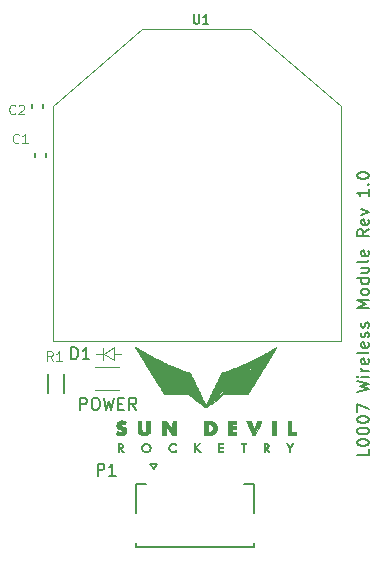
<source format=gbr>
%TF.GenerationSoftware,KiCad,Pcbnew,(6.0.11)*%
%TF.CreationDate,2023-03-01T16:43:23-07:00*%
%TF.ProjectId,Wirless-Module,5769726c-6573-4732-9d4d-6f64756c652e,rev?*%
%TF.SameCoordinates,Original*%
%TF.FileFunction,Legend,Top*%
%TF.FilePolarity,Positive*%
%FSLAX46Y46*%
G04 Gerber Fmt 4.6, Leading zero omitted, Abs format (unit mm)*
G04 Created by KiCad (PCBNEW (6.0.11)) date 2023-03-01 16:43:23*
%MOMM*%
%LPD*%
G01*
G04 APERTURE LIST*
%ADD10C,0.203200*%
%ADD11C,0.150000*%
%ADD12C,0.076200*%
%ADD13C,0.120000*%
%ADD14C,0.127000*%
%ADD15C,0.010000*%
G04 APERTURE END LIST*
D10*
X192349619Y-110826285D02*
X192349619Y-111310095D01*
X191333619Y-111310095D01*
X191333619Y-110294095D02*
X191333619Y-110197333D01*
X191382000Y-110100571D01*
X191430380Y-110052190D01*
X191527142Y-110003809D01*
X191720666Y-109955428D01*
X191962571Y-109955428D01*
X192156095Y-110003809D01*
X192252857Y-110052190D01*
X192301238Y-110100571D01*
X192349619Y-110197333D01*
X192349619Y-110294095D01*
X192301238Y-110390857D01*
X192252857Y-110439238D01*
X192156095Y-110487619D01*
X191962571Y-110536000D01*
X191720666Y-110536000D01*
X191527142Y-110487619D01*
X191430380Y-110439238D01*
X191382000Y-110390857D01*
X191333619Y-110294095D01*
X191333619Y-109326476D02*
X191333619Y-109229714D01*
X191382000Y-109132952D01*
X191430380Y-109084571D01*
X191527142Y-109036190D01*
X191720666Y-108987809D01*
X191962571Y-108987809D01*
X192156095Y-109036190D01*
X192252857Y-109084571D01*
X192301238Y-109132952D01*
X192349619Y-109229714D01*
X192349619Y-109326476D01*
X192301238Y-109423238D01*
X192252857Y-109471619D01*
X192156095Y-109520000D01*
X191962571Y-109568380D01*
X191720666Y-109568380D01*
X191527142Y-109520000D01*
X191430380Y-109471619D01*
X191382000Y-109423238D01*
X191333619Y-109326476D01*
X191333619Y-108358857D02*
X191333619Y-108262095D01*
X191382000Y-108165333D01*
X191430380Y-108116952D01*
X191527142Y-108068571D01*
X191720666Y-108020190D01*
X191962571Y-108020190D01*
X192156095Y-108068571D01*
X192252857Y-108116952D01*
X192301238Y-108165333D01*
X192349619Y-108262095D01*
X192349619Y-108358857D01*
X192301238Y-108455619D01*
X192252857Y-108504000D01*
X192156095Y-108552380D01*
X191962571Y-108600761D01*
X191720666Y-108600761D01*
X191527142Y-108552380D01*
X191430380Y-108504000D01*
X191382000Y-108455619D01*
X191333619Y-108358857D01*
X191333619Y-107681523D02*
X191333619Y-107004190D01*
X192349619Y-107439619D01*
X191333619Y-105939809D02*
X192349619Y-105697904D01*
X191623904Y-105504380D01*
X192349619Y-105310857D01*
X191333619Y-105068952D01*
X192349619Y-104681904D02*
X191672285Y-104681904D01*
X191333619Y-104681904D02*
X191382000Y-104730285D01*
X191430380Y-104681904D01*
X191382000Y-104633523D01*
X191333619Y-104681904D01*
X191430380Y-104681904D01*
X192349619Y-104198095D02*
X191672285Y-104198095D01*
X191865809Y-104198095D02*
X191769047Y-104149714D01*
X191720666Y-104101333D01*
X191672285Y-104004571D01*
X191672285Y-103907809D01*
X192301238Y-103182095D02*
X192349619Y-103278857D01*
X192349619Y-103472380D01*
X192301238Y-103569142D01*
X192204476Y-103617523D01*
X191817428Y-103617523D01*
X191720666Y-103569142D01*
X191672285Y-103472380D01*
X191672285Y-103278857D01*
X191720666Y-103182095D01*
X191817428Y-103133714D01*
X191914190Y-103133714D01*
X192010952Y-103617523D01*
X192349619Y-102553142D02*
X192301238Y-102649904D01*
X192204476Y-102698285D01*
X191333619Y-102698285D01*
X192301238Y-101779047D02*
X192349619Y-101875809D01*
X192349619Y-102069333D01*
X192301238Y-102166095D01*
X192204476Y-102214476D01*
X191817428Y-102214476D01*
X191720666Y-102166095D01*
X191672285Y-102069333D01*
X191672285Y-101875809D01*
X191720666Y-101779047D01*
X191817428Y-101730666D01*
X191914190Y-101730666D01*
X192010952Y-102214476D01*
X192301238Y-101343619D02*
X192349619Y-101246857D01*
X192349619Y-101053333D01*
X192301238Y-100956571D01*
X192204476Y-100908190D01*
X192156095Y-100908190D01*
X192059333Y-100956571D01*
X192010952Y-101053333D01*
X192010952Y-101198476D01*
X191962571Y-101295238D01*
X191865809Y-101343619D01*
X191817428Y-101343619D01*
X191720666Y-101295238D01*
X191672285Y-101198476D01*
X191672285Y-101053333D01*
X191720666Y-100956571D01*
X192301238Y-100521142D02*
X192349619Y-100424380D01*
X192349619Y-100230857D01*
X192301238Y-100134095D01*
X192204476Y-100085714D01*
X192156095Y-100085714D01*
X192059333Y-100134095D01*
X192010952Y-100230857D01*
X192010952Y-100376000D01*
X191962571Y-100472761D01*
X191865809Y-100521142D01*
X191817428Y-100521142D01*
X191720666Y-100472761D01*
X191672285Y-100376000D01*
X191672285Y-100230857D01*
X191720666Y-100134095D01*
X192349619Y-98876190D02*
X191333619Y-98876190D01*
X192059333Y-98537523D01*
X191333619Y-98198857D01*
X192349619Y-98198857D01*
X192349619Y-97569904D02*
X192301238Y-97666666D01*
X192252857Y-97715047D01*
X192156095Y-97763428D01*
X191865809Y-97763428D01*
X191769047Y-97715047D01*
X191720666Y-97666666D01*
X191672285Y-97569904D01*
X191672285Y-97424761D01*
X191720666Y-97328000D01*
X191769047Y-97279619D01*
X191865809Y-97231238D01*
X192156095Y-97231238D01*
X192252857Y-97279619D01*
X192301238Y-97328000D01*
X192349619Y-97424761D01*
X192349619Y-97569904D01*
X192349619Y-96360380D02*
X191333619Y-96360380D01*
X192301238Y-96360380D02*
X192349619Y-96457142D01*
X192349619Y-96650666D01*
X192301238Y-96747428D01*
X192252857Y-96795809D01*
X192156095Y-96844190D01*
X191865809Y-96844190D01*
X191769047Y-96795809D01*
X191720666Y-96747428D01*
X191672285Y-96650666D01*
X191672285Y-96457142D01*
X191720666Y-96360380D01*
X191672285Y-95441142D02*
X192349619Y-95441142D01*
X191672285Y-95876571D02*
X192204476Y-95876571D01*
X192301238Y-95828190D01*
X192349619Y-95731428D01*
X192349619Y-95586285D01*
X192301238Y-95489523D01*
X192252857Y-95441142D01*
X192349619Y-94812190D02*
X192301238Y-94908952D01*
X192204476Y-94957333D01*
X191333619Y-94957333D01*
X192301238Y-94038095D02*
X192349619Y-94134857D01*
X192349619Y-94328380D01*
X192301238Y-94425142D01*
X192204476Y-94473523D01*
X191817428Y-94473523D01*
X191720666Y-94425142D01*
X191672285Y-94328380D01*
X191672285Y-94134857D01*
X191720666Y-94038095D01*
X191817428Y-93989714D01*
X191914190Y-93989714D01*
X192010952Y-94473523D01*
X192349619Y-92199619D02*
X191865809Y-92538285D01*
X192349619Y-92780190D02*
X191333619Y-92780190D01*
X191333619Y-92393142D01*
X191382000Y-92296380D01*
X191430380Y-92248000D01*
X191527142Y-92199619D01*
X191672285Y-92199619D01*
X191769047Y-92248000D01*
X191817428Y-92296380D01*
X191865809Y-92393142D01*
X191865809Y-92780190D01*
X192301238Y-91377142D02*
X192349619Y-91473904D01*
X192349619Y-91667428D01*
X192301238Y-91764190D01*
X192204476Y-91812571D01*
X191817428Y-91812571D01*
X191720666Y-91764190D01*
X191672285Y-91667428D01*
X191672285Y-91473904D01*
X191720666Y-91377142D01*
X191817428Y-91328761D01*
X191914190Y-91328761D01*
X192010952Y-91812571D01*
X191672285Y-90990095D02*
X192349619Y-90748190D01*
X191672285Y-90506285D01*
X192349619Y-88812952D02*
X192349619Y-89393523D01*
X192349619Y-89103238D02*
X191333619Y-89103238D01*
X191478761Y-89200000D01*
X191575523Y-89296761D01*
X191623904Y-89393523D01*
X192252857Y-88377523D02*
X192301238Y-88329142D01*
X192349619Y-88377523D01*
X192301238Y-88425904D01*
X192252857Y-88377523D01*
X192349619Y-88377523D01*
X191333619Y-87700190D02*
X191333619Y-87603428D01*
X191382000Y-87506666D01*
X191430380Y-87458285D01*
X191527142Y-87409904D01*
X191720666Y-87361523D01*
X191962571Y-87361523D01*
X192156095Y-87409904D01*
X192252857Y-87458285D01*
X192301238Y-87506666D01*
X192349619Y-87603428D01*
X192349619Y-87700190D01*
X192301238Y-87796952D01*
X192252857Y-87845333D01*
X192156095Y-87893714D01*
X191962571Y-87942095D01*
X191720666Y-87942095D01*
X191527142Y-87893714D01*
X191430380Y-87845333D01*
X191382000Y-87796952D01*
X191333619Y-87700190D01*
X167893523Y-107489619D02*
X167893523Y-106473619D01*
X168280571Y-106473619D01*
X168377333Y-106522000D01*
X168425714Y-106570380D01*
X168474095Y-106667142D01*
X168474095Y-106812285D01*
X168425714Y-106909047D01*
X168377333Y-106957428D01*
X168280571Y-107005809D01*
X167893523Y-107005809D01*
X169103047Y-106473619D02*
X169296571Y-106473619D01*
X169393333Y-106522000D01*
X169490095Y-106618761D01*
X169538476Y-106812285D01*
X169538476Y-107150952D01*
X169490095Y-107344476D01*
X169393333Y-107441238D01*
X169296571Y-107489619D01*
X169103047Y-107489619D01*
X169006285Y-107441238D01*
X168909523Y-107344476D01*
X168861142Y-107150952D01*
X168861142Y-106812285D01*
X168909523Y-106618761D01*
X169006285Y-106522000D01*
X169103047Y-106473619D01*
X169877142Y-106473619D02*
X170119047Y-107489619D01*
X170312571Y-106763904D01*
X170506095Y-107489619D01*
X170748000Y-106473619D01*
X171135047Y-106957428D02*
X171473714Y-106957428D01*
X171618857Y-107489619D02*
X171135047Y-107489619D01*
X171135047Y-106473619D01*
X171618857Y-106473619D01*
X172634857Y-107489619D02*
X172296190Y-107005809D01*
X172054285Y-107489619D02*
X172054285Y-106473619D01*
X172441333Y-106473619D01*
X172538095Y-106522000D01*
X172586476Y-106570380D01*
X172634857Y-106667142D01*
X172634857Y-106812285D01*
X172586476Y-106909047D01*
X172538095Y-106957428D01*
X172441333Y-107005809D01*
X172054285Y-107005809D01*
D11*
%TO.C,U1*%
X177515074Y-74009303D02*
X177515074Y-74646724D01*
X177552570Y-74721715D01*
X177590065Y-74759210D01*
X177665056Y-74796705D01*
X177815037Y-74796705D01*
X177890028Y-74759210D01*
X177927523Y-74721715D01*
X177965018Y-74646724D01*
X177965018Y-74009303D01*
X178752420Y-74796705D02*
X178302476Y-74796705D01*
X178527448Y-74796705D02*
X178527448Y-74009303D01*
X178452458Y-74121789D01*
X178377467Y-74196780D01*
X178302476Y-74234275D01*
D12*
%TO.C,R1*%
X165566666Y-103341904D02*
X165300000Y-102960952D01*
X165109523Y-103341904D02*
X165109523Y-102541904D01*
X165414285Y-102541904D01*
X165490476Y-102580000D01*
X165528571Y-102618095D01*
X165566666Y-102694285D01*
X165566666Y-102808571D01*
X165528571Y-102884761D01*
X165490476Y-102922857D01*
X165414285Y-102960952D01*
X165109523Y-102960952D01*
X166328571Y-103341904D02*
X165871428Y-103341904D01*
X166100000Y-103341904D02*
X166100000Y-102541904D01*
X166023809Y-102656190D01*
X165947619Y-102732380D01*
X165871428Y-102770476D01*
D11*
%TO.C,P1*%
X169381904Y-113052380D02*
X169381904Y-112052380D01*
X169762857Y-112052380D01*
X169858095Y-112100000D01*
X169905714Y-112147619D01*
X169953333Y-112242857D01*
X169953333Y-112385714D01*
X169905714Y-112480952D01*
X169858095Y-112528571D01*
X169762857Y-112576190D01*
X169381904Y-112576190D01*
X170905714Y-113052380D02*
X170334285Y-113052380D01*
X170620000Y-113052380D02*
X170620000Y-112052380D01*
X170524761Y-112195238D01*
X170429523Y-112290476D01*
X170334285Y-112338095D01*
%TO.C,D1*%
X167161904Y-103192380D02*
X167161904Y-102192380D01*
X167400000Y-102192380D01*
X167542857Y-102240000D01*
X167638095Y-102335238D01*
X167685714Y-102430476D01*
X167733333Y-102620952D01*
X167733333Y-102763809D01*
X167685714Y-102954285D01*
X167638095Y-103049523D01*
X167542857Y-103144761D01*
X167400000Y-103192380D01*
X167161904Y-103192380D01*
X168685714Y-103192380D02*
X168114285Y-103192380D01*
X168400000Y-103192380D02*
X168400000Y-102192380D01*
X168304761Y-102335238D01*
X168209523Y-102430476D01*
X168114285Y-102478095D01*
D12*
%TO.C,C2*%
X162406666Y-82375714D02*
X162368571Y-82413809D01*
X162254285Y-82451904D01*
X162178095Y-82451904D01*
X162063809Y-82413809D01*
X161987619Y-82337619D01*
X161949523Y-82261428D01*
X161911428Y-82109047D01*
X161911428Y-81994761D01*
X161949523Y-81842380D01*
X161987619Y-81766190D01*
X162063809Y-81690000D01*
X162178095Y-81651904D01*
X162254285Y-81651904D01*
X162368571Y-81690000D01*
X162406666Y-81728095D01*
X162711428Y-81728095D02*
X162749523Y-81690000D01*
X162825714Y-81651904D01*
X163016190Y-81651904D01*
X163092380Y-81690000D01*
X163130476Y-81728095D01*
X163168571Y-81804285D01*
X163168571Y-81880476D01*
X163130476Y-81994761D01*
X162673333Y-82451904D01*
X163168571Y-82451904D01*
%TO.C,C1*%
X162686666Y-84835714D02*
X162648571Y-84873809D01*
X162534285Y-84911904D01*
X162458095Y-84911904D01*
X162343809Y-84873809D01*
X162267619Y-84797619D01*
X162229523Y-84721428D01*
X162191428Y-84569047D01*
X162191428Y-84454761D01*
X162229523Y-84302380D01*
X162267619Y-84226190D01*
X162343809Y-84150000D01*
X162458095Y-84111904D01*
X162534285Y-84111904D01*
X162648571Y-84150000D01*
X162686666Y-84188095D01*
X163448571Y-84911904D02*
X162991428Y-84911904D01*
X163220000Y-84911904D02*
X163220000Y-84111904D01*
X163143809Y-84226190D01*
X163067619Y-84302380D01*
X162991428Y-84340476D01*
D13*
%TO.C,U1*%
X182365000Y-75250500D02*
X173105000Y-75250500D01*
X189965000Y-101652700D02*
X189955000Y-81770500D01*
X173105000Y-75250500D02*
X165585000Y-81770500D01*
X165585000Y-81770500D02*
X165585000Y-101630500D01*
X189985000Y-81780500D02*
X182365000Y-75250500D01*
X165585000Y-101652700D02*
X189965000Y-101652700D01*
D14*
%TO.C,R1*%
X165130000Y-106050000D02*
X165130000Y-104450000D01*
X166510000Y-106050000D02*
X166510000Y-104450000D01*
%TO.C,P1*%
X172610000Y-118740000D02*
X172610000Y-119090000D01*
X182610000Y-119090000D02*
X182610000Y-118740000D01*
X174110000Y-112490000D02*
X173810000Y-112040000D01*
X172610000Y-119090000D02*
X182610000Y-119090000D01*
X181730000Y-113740000D02*
X182610000Y-113740000D01*
X174410000Y-112040000D02*
X174110000Y-112490000D01*
X182610000Y-113740000D02*
X182610000Y-116240000D01*
X172610000Y-113740000D02*
X173490000Y-113740000D01*
X172610000Y-116240000D02*
X172610000Y-113740000D01*
X173810000Y-112040000D02*
X174410000Y-112040000D01*
%TO.C,LOGO1*%
G36*
X180756097Y-108411410D02*
G01*
X181104077Y-108414084D01*
X181106911Y-108548704D01*
X181109746Y-108683324D01*
X180733237Y-108683324D01*
X180733237Y-108886524D01*
X181088837Y-108886524D01*
X181088837Y-109150684D01*
X180733237Y-109150684D01*
X180733237Y-109353425D01*
X180918657Y-109356194D01*
X181104077Y-109358964D01*
X181106911Y-109493584D01*
X181109746Y-109628204D01*
X180408117Y-109628204D01*
X180408117Y-108408737D01*
X180756097Y-108411410D01*
G37*
D15*
X180756097Y-108411410D02*
X181104077Y-108414084D01*
X181106911Y-108548704D01*
X181109746Y-108683324D01*
X180733237Y-108683324D01*
X180733237Y-108886524D01*
X181088837Y-108886524D01*
X181088837Y-109150684D01*
X180733237Y-109150684D01*
X180733237Y-109353425D01*
X180918657Y-109356194D01*
X181104077Y-109358964D01*
X181106911Y-109493584D01*
X181109746Y-109628204D01*
X180408117Y-109628204D01*
X180408117Y-108408737D01*
X180756097Y-108411410D01*
G36*
X183302118Y-104141806D02*
G01*
X183294570Y-104161394D01*
X183276931Y-104193887D01*
X183248517Y-104240906D01*
X183237677Y-104258267D01*
X183212202Y-104299712D01*
X183191290Y-104335376D01*
X183177063Y-104361525D01*
X183171641Y-104374421D01*
X183171637Y-104374557D01*
X183165199Y-104385167D01*
X183162578Y-104385644D01*
X183153404Y-104394195D01*
X183147731Y-104408706D01*
X183136354Y-104434503D01*
X183123770Y-104452403D01*
X183104030Y-104477910D01*
X183090900Y-104497921D01*
X183081077Y-104514282D01*
X183062681Y-104544684D01*
X183037724Y-104585821D01*
X183008216Y-104634387D01*
X182976168Y-104687076D01*
X182943590Y-104740583D01*
X182912493Y-104791603D01*
X182884889Y-104836828D01*
X182862787Y-104872954D01*
X182861450Y-104875135D01*
X182842695Y-104903081D01*
X182825030Y-104918930D01*
X182800515Y-104928070D01*
X182775911Y-104933199D01*
X182745165Y-104939246D01*
X182700020Y-104948514D01*
X182645924Y-104959866D01*
X182588326Y-104972168D01*
X182572197Y-104975653D01*
X182514046Y-104988236D01*
X182457345Y-105000475D01*
X182407730Y-105011154D01*
X182370842Y-105019060D01*
X182363917Y-105020536D01*
X182288776Y-105036516D01*
X182230242Y-105048972D01*
X182185045Y-105058602D01*
X182149915Y-105066104D01*
X182121582Y-105072177D01*
X182096777Y-105077518D01*
X182079437Y-105081266D01*
X181996359Y-105099224D01*
X181930526Y-105113406D01*
X181879327Y-105124366D01*
X181840154Y-105132654D01*
X181810395Y-105138825D01*
X181787442Y-105143429D01*
X181769557Y-105146858D01*
X181743028Y-105152175D01*
X181701698Y-105160883D01*
X181650585Y-105171908D01*
X181594710Y-105184174D01*
X181576517Y-105188213D01*
X181520174Y-105200668D01*
X181466976Y-105212262D01*
X181421944Y-105221910D01*
X181390098Y-105228531D01*
X181383477Y-105229840D01*
X181344020Y-105237915D01*
X181304398Y-105246708D01*
X181297117Y-105248430D01*
X181267117Y-105255277D01*
X181225551Y-105264305D01*
X181180775Y-105273703D01*
X181175197Y-105274849D01*
X181123348Y-105285604D01*
X181064082Y-105298099D01*
X181009830Y-105309711D01*
X181007557Y-105310204D01*
X180953856Y-105321733D01*
X180894544Y-105334313D01*
X180842051Y-105345305D01*
X180839917Y-105345748D01*
X180791144Y-105356022D01*
X180740493Y-105366965D01*
X180698696Y-105376255D01*
X180697677Y-105376488D01*
X180651363Y-105386736D01*
X180600097Y-105397625D01*
X180573606Y-105403049D01*
X180510496Y-105415708D01*
X179715480Y-106211316D01*
X179609796Y-106317008D01*
X179508086Y-106418586D01*
X179411277Y-106515134D01*
X179320291Y-106605736D01*
X179236055Y-106689477D01*
X179159491Y-106765440D01*
X179091526Y-106832708D01*
X179033082Y-106890367D01*
X178985086Y-106937500D01*
X178948462Y-106973191D01*
X178924133Y-106996524D01*
X178913026Y-107006583D01*
X178912450Y-107006924D01*
X178904637Y-106999155D01*
X178904437Y-106996939D01*
X178910718Y-106983452D01*
X178926200Y-106963022D01*
X178929892Y-106958839D01*
X178945955Y-106939954D01*
X178971583Y-106908504D01*
X179003957Y-106868031D01*
X179040257Y-106822079D01*
X179077664Y-106774192D01*
X179105867Y-106737684D01*
X179127417Y-106709757D01*
X179155581Y-106673446D01*
X179187807Y-106632016D01*
X179221546Y-106588736D01*
X179254247Y-106546872D01*
X179283359Y-106509690D01*
X179306333Y-106480458D01*
X179320618Y-106462441D01*
X179323638Y-106458739D01*
X179335084Y-106444637D01*
X179357504Y-106416417D01*
X179389391Y-106375995D01*
X179429238Y-106325287D01*
X179475537Y-106266212D01*
X179526782Y-106200685D01*
X179562447Y-106155006D01*
X179596974Y-106110844D01*
X179634980Y-106062365D01*
X179669110Y-106018950D01*
X179673982Y-106012766D01*
X179702509Y-105976584D01*
X179722490Y-105951185D01*
X179737945Y-105931388D01*
X179752895Y-105912007D01*
X179771360Y-105887859D01*
X179797360Y-105853759D01*
X179801229Y-105848684D01*
X179828223Y-105813533D01*
X179851792Y-105783303D01*
X179868377Y-105762538D01*
X179872833Y-105757244D01*
X179886432Y-105740787D01*
X179906806Y-105714945D01*
X179921168Y-105696284D01*
X179941081Y-105670404D01*
X179955887Y-105651642D01*
X179961077Y-105645484D01*
X179969234Y-105635554D01*
X179986434Y-105613645D01*
X180009401Y-105583938D01*
X180016749Y-105574364D01*
X180043864Y-105539563D01*
X180069299Y-105507932D01*
X180088198Y-105485491D01*
X180090409Y-105483027D01*
X180106083Y-105464192D01*
X180113405Y-105452152D01*
X180113477Y-105451588D01*
X180119532Y-105440670D01*
X180134545Y-105421310D01*
X180139141Y-105415924D01*
X180156947Y-105394422D01*
X180182493Y-105362312D01*
X180211317Y-105325233D01*
X180222817Y-105310204D01*
X180248596Y-105276572D01*
X180269783Y-105249360D01*
X180283357Y-105232426D01*
X180286448Y-105228924D01*
X180292522Y-105221979D01*
X180305959Y-105205163D01*
X180327978Y-105176914D01*
X180359793Y-105135671D01*
X180402620Y-105079875D01*
X180404872Y-105076936D01*
X180434374Y-105039883D01*
X180457964Y-105015447D01*
X180481158Y-104999447D01*
X180509472Y-104987698D01*
X180531621Y-104980830D01*
X180576904Y-104967307D01*
X180624684Y-104952593D01*
X180651957Y-104943943D01*
X180689139Y-104932153D01*
X180741272Y-104915931D01*
X180803837Y-104896667D01*
X180872313Y-104875751D01*
X180942183Y-104854572D01*
X180966917Y-104847118D01*
X180996639Y-104838097D01*
X181038952Y-104825158D01*
X181087035Y-104810389D01*
X181114237Y-104802006D01*
X181171536Y-104784357D01*
X181235566Y-104764687D01*
X181295149Y-104746429D01*
X181312357Y-104741169D01*
X181360497Y-104726432D01*
X181420450Y-104708033D01*
X181484614Y-104688305D01*
X181545387Y-104669585D01*
X181546037Y-104669385D01*
X181624029Y-104645338D01*
X181686448Y-104626117D01*
X181737135Y-104610547D01*
X181779930Y-104597453D01*
X181818675Y-104585661D01*
X181857210Y-104573996D01*
X181899377Y-104561284D01*
X181911797Y-104557546D01*
X181968623Y-104540357D01*
X182030680Y-104521445D01*
X182087931Y-104503874D01*
X182109917Y-104497076D01*
X182161572Y-104481150D01*
X182222659Y-104462465D01*
X182283139Y-104444086D01*
X182308037Y-104436566D01*
X182354340Y-104422529D01*
X182395683Y-104409843D01*
X182426777Y-104400137D01*
X182440117Y-104395819D01*
X182459486Y-104389608D01*
X182493542Y-104379025D01*
X182537510Y-104365543D01*
X182586615Y-104350634D01*
X182587437Y-104350386D01*
X182649369Y-104331559D01*
X182720615Y-104309716D01*
X182791109Y-104287951D01*
X182836357Y-104273875D01*
X182894359Y-104255908D01*
X182955116Y-104237350D01*
X183010934Y-104220536D01*
X183049717Y-104209079D01*
X183101682Y-104193761D01*
X183155206Y-104177631D01*
X183205696Y-104162110D01*
X183248561Y-104148619D01*
X183279211Y-104138578D01*
X183289670Y-104134860D01*
X183300257Y-104133501D01*
X183302118Y-104141806D01*
G37*
X183302118Y-104141806D02*
X183294570Y-104161394D01*
X183276931Y-104193887D01*
X183248517Y-104240906D01*
X183237677Y-104258267D01*
X183212202Y-104299712D01*
X183191290Y-104335376D01*
X183177063Y-104361525D01*
X183171641Y-104374421D01*
X183171637Y-104374557D01*
X183165199Y-104385167D01*
X183162578Y-104385644D01*
X183153404Y-104394195D01*
X183147731Y-104408706D01*
X183136354Y-104434503D01*
X183123770Y-104452403D01*
X183104030Y-104477910D01*
X183090900Y-104497921D01*
X183081077Y-104514282D01*
X183062681Y-104544684D01*
X183037724Y-104585821D01*
X183008216Y-104634387D01*
X182976168Y-104687076D01*
X182943590Y-104740583D01*
X182912493Y-104791603D01*
X182884889Y-104836828D01*
X182862787Y-104872954D01*
X182861450Y-104875135D01*
X182842695Y-104903081D01*
X182825030Y-104918930D01*
X182800515Y-104928070D01*
X182775911Y-104933199D01*
X182745165Y-104939246D01*
X182700020Y-104948514D01*
X182645924Y-104959866D01*
X182588326Y-104972168D01*
X182572197Y-104975653D01*
X182514046Y-104988236D01*
X182457345Y-105000475D01*
X182407730Y-105011154D01*
X182370842Y-105019060D01*
X182363917Y-105020536D01*
X182288776Y-105036516D01*
X182230242Y-105048972D01*
X182185045Y-105058602D01*
X182149915Y-105066104D01*
X182121582Y-105072177D01*
X182096777Y-105077518D01*
X182079437Y-105081266D01*
X181996359Y-105099224D01*
X181930526Y-105113406D01*
X181879327Y-105124366D01*
X181840154Y-105132654D01*
X181810395Y-105138825D01*
X181787442Y-105143429D01*
X181769557Y-105146858D01*
X181743028Y-105152175D01*
X181701698Y-105160883D01*
X181650585Y-105171908D01*
X181594710Y-105184174D01*
X181576517Y-105188213D01*
X181520174Y-105200668D01*
X181466976Y-105212262D01*
X181421944Y-105221910D01*
X181390098Y-105228531D01*
X181383477Y-105229840D01*
X181344020Y-105237915D01*
X181304398Y-105246708D01*
X181297117Y-105248430D01*
X181267117Y-105255277D01*
X181225551Y-105264305D01*
X181180775Y-105273703D01*
X181175197Y-105274849D01*
X181123348Y-105285604D01*
X181064082Y-105298099D01*
X181009830Y-105309711D01*
X181007557Y-105310204D01*
X180953856Y-105321733D01*
X180894544Y-105334313D01*
X180842051Y-105345305D01*
X180839917Y-105345748D01*
X180791144Y-105356022D01*
X180740493Y-105366965D01*
X180698696Y-105376255D01*
X180697677Y-105376488D01*
X180651363Y-105386736D01*
X180600097Y-105397625D01*
X180573606Y-105403049D01*
X180510496Y-105415708D01*
X179715480Y-106211316D01*
X179609796Y-106317008D01*
X179508086Y-106418586D01*
X179411277Y-106515134D01*
X179320291Y-106605736D01*
X179236055Y-106689477D01*
X179159491Y-106765440D01*
X179091526Y-106832708D01*
X179033082Y-106890367D01*
X178985086Y-106937500D01*
X178948462Y-106973191D01*
X178924133Y-106996524D01*
X178913026Y-107006583D01*
X178912450Y-107006924D01*
X178904637Y-106999155D01*
X178904437Y-106996939D01*
X178910718Y-106983452D01*
X178926200Y-106963022D01*
X178929892Y-106958839D01*
X178945955Y-106939954D01*
X178971583Y-106908504D01*
X179003957Y-106868031D01*
X179040257Y-106822079D01*
X179077664Y-106774192D01*
X179105867Y-106737684D01*
X179127417Y-106709757D01*
X179155581Y-106673446D01*
X179187807Y-106632016D01*
X179221546Y-106588736D01*
X179254247Y-106546872D01*
X179283359Y-106509690D01*
X179306333Y-106480458D01*
X179320618Y-106462441D01*
X179323638Y-106458739D01*
X179335084Y-106444637D01*
X179357504Y-106416417D01*
X179389391Y-106375995D01*
X179429238Y-106325287D01*
X179475537Y-106266212D01*
X179526782Y-106200685D01*
X179562447Y-106155006D01*
X179596974Y-106110844D01*
X179634980Y-106062365D01*
X179669110Y-106018950D01*
X179673982Y-106012766D01*
X179702509Y-105976584D01*
X179722490Y-105951185D01*
X179737945Y-105931388D01*
X179752895Y-105912007D01*
X179771360Y-105887859D01*
X179797360Y-105853759D01*
X179801229Y-105848684D01*
X179828223Y-105813533D01*
X179851792Y-105783303D01*
X179868377Y-105762538D01*
X179872833Y-105757244D01*
X179886432Y-105740787D01*
X179906806Y-105714945D01*
X179921168Y-105696284D01*
X179941081Y-105670404D01*
X179955887Y-105651642D01*
X179961077Y-105645484D01*
X179969234Y-105635554D01*
X179986434Y-105613645D01*
X180009401Y-105583938D01*
X180016749Y-105574364D01*
X180043864Y-105539563D01*
X180069299Y-105507932D01*
X180088198Y-105485491D01*
X180090409Y-105483027D01*
X180106083Y-105464192D01*
X180113405Y-105452152D01*
X180113477Y-105451588D01*
X180119532Y-105440670D01*
X180134545Y-105421310D01*
X180139141Y-105415924D01*
X180156947Y-105394422D01*
X180182493Y-105362312D01*
X180211317Y-105325233D01*
X180222817Y-105310204D01*
X180248596Y-105276572D01*
X180269783Y-105249360D01*
X180283357Y-105232426D01*
X180286448Y-105228924D01*
X180292522Y-105221979D01*
X180305959Y-105205163D01*
X180327978Y-105176914D01*
X180359793Y-105135671D01*
X180402620Y-105079875D01*
X180404872Y-105076936D01*
X180434374Y-105039883D01*
X180457964Y-105015447D01*
X180481158Y-104999447D01*
X180509472Y-104987698D01*
X180531621Y-104980830D01*
X180576904Y-104967307D01*
X180624684Y-104952593D01*
X180651957Y-104943943D01*
X180689139Y-104932153D01*
X180741272Y-104915931D01*
X180803837Y-104896667D01*
X180872313Y-104875751D01*
X180942183Y-104854572D01*
X180966917Y-104847118D01*
X180996639Y-104838097D01*
X181038952Y-104825158D01*
X181087035Y-104810389D01*
X181114237Y-104802006D01*
X181171536Y-104784357D01*
X181235566Y-104764687D01*
X181295149Y-104746429D01*
X181312357Y-104741169D01*
X181360497Y-104726432D01*
X181420450Y-104708033D01*
X181484614Y-104688305D01*
X181545387Y-104669585D01*
X181546037Y-104669385D01*
X181624029Y-104645338D01*
X181686448Y-104626117D01*
X181737135Y-104610547D01*
X181779930Y-104597453D01*
X181818675Y-104585661D01*
X181857210Y-104573996D01*
X181899377Y-104561284D01*
X181911797Y-104557546D01*
X181968623Y-104540357D01*
X182030680Y-104521445D01*
X182087931Y-104503874D01*
X182109917Y-104497076D01*
X182161572Y-104481150D01*
X182222659Y-104462465D01*
X182283139Y-104444086D01*
X182308037Y-104436566D01*
X182354340Y-104422529D01*
X182395683Y-104409843D01*
X182426777Y-104400137D01*
X182440117Y-104395819D01*
X182459486Y-104389608D01*
X182493542Y-104379025D01*
X182537510Y-104365543D01*
X182586615Y-104350634D01*
X182587437Y-104350386D01*
X182649369Y-104331559D01*
X182720615Y-104309716D01*
X182791109Y-104287951D01*
X182836357Y-104273875D01*
X182894359Y-104255908D01*
X182955116Y-104237350D01*
X183010934Y-104220536D01*
X183049717Y-104209079D01*
X183101682Y-104193761D01*
X183155206Y-104177631D01*
X183205696Y-104162110D01*
X183248561Y-104148619D01*
X183279211Y-104138578D01*
X183289670Y-104134860D01*
X183300257Y-104133501D01*
X183302118Y-104141806D01*
G36*
X182780770Y-104990564D02*
G01*
X182785405Y-104997546D01*
X182785557Y-105000130D01*
X182780753Y-105013783D01*
X182776581Y-105015564D01*
X182766156Y-105023809D01*
X182761440Y-105033344D01*
X182753835Y-105048327D01*
X182737484Y-105076505D01*
X182714690Y-105114021D01*
X182687759Y-105157017D01*
X182684026Y-105162884D01*
X182656366Y-105206784D01*
X182632164Y-105246151D01*
X182613852Y-105276960D01*
X182603863Y-105295187D01*
X182603362Y-105296284D01*
X182593608Y-105314738D01*
X182576041Y-105344577D01*
X182553992Y-105380192D01*
X182547512Y-105390368D01*
X182526282Y-105424608D01*
X182510150Y-105452758D01*
X182501723Y-105470186D01*
X182501077Y-105472867D01*
X182494494Y-105482658D01*
X182492551Y-105482924D01*
X182483314Y-105491223D01*
X182470140Y-105512102D01*
X182464703Y-105522648D01*
X182448647Y-105550055D01*
X182432166Y-105569956D01*
X182427872Y-105573308D01*
X182412240Y-105577831D01*
X182380122Y-105583392D01*
X182335291Y-105589464D01*
X182281518Y-105595523D01*
X182239819Y-105599541D01*
X182165514Y-105606276D01*
X182081649Y-105613988D01*
X181997440Y-105621824D01*
X181922099Y-105628931D01*
X181906717Y-105630399D01*
X181757999Y-105644605D01*
X181624549Y-105657283D01*
X181501415Y-105668897D01*
X181383642Y-105679906D01*
X181266277Y-105690774D01*
X181144366Y-105701963D01*
X181012955Y-105713934D01*
X180936437Y-105720873D01*
X180871933Y-105726889D01*
X180806787Y-105733266D01*
X180747054Y-105739391D01*
X180698788Y-105744653D01*
X180682437Y-105746574D01*
X180634592Y-105751629D01*
X180587082Y-105755378D01*
X180549030Y-105757120D01*
X180544195Y-105757166D01*
X180520701Y-105757908D01*
X180501496Y-105761599D01*
X180482216Y-105770555D01*
X180458499Y-105787095D01*
X180425983Y-105813537D01*
X180405406Y-105830904D01*
X180361251Y-105868168D01*
X180308609Y-105912350D01*
X180254665Y-105957431D01*
X180214406Y-105990924D01*
X180165277Y-106031834D01*
X180112035Y-106076413D01*
X180061653Y-106118811D01*
X180026710Y-106148404D01*
X179991766Y-106177955D01*
X179945378Y-106216927D01*
X179891762Y-106261792D01*
X179835134Y-106309023D01*
X179781913Y-106353264D01*
X179731870Y-106394812D01*
X179685973Y-106432969D01*
X179646963Y-106465453D01*
X179617581Y-106489980D01*
X179600569Y-106504268D01*
X179598930Y-106505664D01*
X179581035Y-106520659D01*
X179552622Y-106544110D01*
X179518960Y-106571676D01*
X179508496Y-106580204D01*
X179474076Y-106608420D01*
X179443138Y-106634129D01*
X179421051Y-106652860D01*
X179417006Y-106656404D01*
X179398559Y-106672235D01*
X179369697Y-106696376D01*
X179335790Y-106724344D01*
X179325691Y-106732604D01*
X179289379Y-106762608D01*
X179244047Y-106800604D01*
X179196024Y-106841264D01*
X179159720Y-106872304D01*
X179115224Y-106910110D01*
X179083729Y-106935596D01*
X179063214Y-106950120D01*
X179051657Y-106955042D01*
X179047036Y-106951724D01*
X179046677Y-106948337D01*
X179053711Y-106940227D01*
X179074178Y-106918732D01*
X179107123Y-106884818D01*
X179151590Y-106839450D01*
X179206624Y-106783592D01*
X179271271Y-106718209D01*
X179344575Y-106644267D01*
X179425581Y-106562730D01*
X179513334Y-106474563D01*
X179606879Y-106380732D01*
X179705262Y-106282200D01*
X179778248Y-106209197D01*
X179902480Y-106085101D01*
X180013157Y-105974770D01*
X180111000Y-105877507D01*
X180196728Y-105792617D01*
X180271062Y-105719403D01*
X180334722Y-105657169D01*
X180388430Y-105605218D01*
X180432904Y-105562856D01*
X180468865Y-105529385D01*
X180497034Y-105504110D01*
X180518131Y-105486333D01*
X180532876Y-105475360D01*
X180541990Y-105470493D01*
X180542788Y-105470275D01*
X180569175Y-105464372D01*
X180607427Y-105455996D01*
X180649533Y-105446901D01*
X180651957Y-105446381D01*
X180700100Y-105436023D01*
X180750611Y-105425089D01*
X180789117Y-105416695D01*
X180832924Y-105407183D01*
X180883926Y-105396236D01*
X180921197Y-105388317D01*
X180957838Y-105380471D01*
X181008257Y-105369527D01*
X181066399Y-105356807D01*
X181126209Y-105343630D01*
X181139637Y-105340658D01*
X181231555Y-105320368D01*
X181306731Y-105303957D01*
X181368229Y-105290767D01*
X181419114Y-105280144D01*
X181462452Y-105271430D01*
X181469837Y-105269985D01*
X181487726Y-105266451D01*
X181507364Y-105262443D01*
X181531354Y-105257399D01*
X181562303Y-105250755D01*
X181602816Y-105241948D01*
X181655498Y-105230415D01*
X181722956Y-105215593D01*
X181802577Y-105198068D01*
X181850145Y-105187754D01*
X181895980Y-105178093D01*
X181932475Y-105170678D01*
X181942277Y-105168787D01*
X181968806Y-105163460D01*
X182010140Y-105154751D01*
X182061257Y-105143734D01*
X182117135Y-105131485D01*
X182135317Y-105127455D01*
X182194644Y-105114323D01*
X182253706Y-105101348D01*
X182306447Y-105089853D01*
X182346814Y-105081163D01*
X182353757Y-105079690D01*
X182402733Y-105069300D01*
X182455831Y-105057964D01*
X182490917Y-105050428D01*
X182536715Y-105040751D01*
X182584770Y-105030907D01*
X182612837Y-105025340D01*
X182650548Y-105017509D01*
X182684993Y-105009517D01*
X182699197Y-105005782D01*
X182741077Y-104994459D01*
X182767131Y-104989461D01*
X182780770Y-104990564D01*
G37*
X182780770Y-104990564D02*
X182785405Y-104997546D01*
X182785557Y-105000130D01*
X182780753Y-105013783D01*
X182776581Y-105015564D01*
X182766156Y-105023809D01*
X182761440Y-105033344D01*
X182753835Y-105048327D01*
X182737484Y-105076505D01*
X182714690Y-105114021D01*
X182687759Y-105157017D01*
X182684026Y-105162884D01*
X182656366Y-105206784D01*
X182632164Y-105246151D01*
X182613852Y-105276960D01*
X182603863Y-105295187D01*
X182603362Y-105296284D01*
X182593608Y-105314738D01*
X182576041Y-105344577D01*
X182553992Y-105380192D01*
X182547512Y-105390368D01*
X182526282Y-105424608D01*
X182510150Y-105452758D01*
X182501723Y-105470186D01*
X182501077Y-105472867D01*
X182494494Y-105482658D01*
X182492551Y-105482924D01*
X182483314Y-105491223D01*
X182470140Y-105512102D01*
X182464703Y-105522648D01*
X182448647Y-105550055D01*
X182432166Y-105569956D01*
X182427872Y-105573308D01*
X182412240Y-105577831D01*
X182380122Y-105583392D01*
X182335291Y-105589464D01*
X182281518Y-105595523D01*
X182239819Y-105599541D01*
X182165514Y-105606276D01*
X182081649Y-105613988D01*
X181997440Y-105621824D01*
X181922099Y-105628931D01*
X181906717Y-105630399D01*
X181757999Y-105644605D01*
X181624549Y-105657283D01*
X181501415Y-105668897D01*
X181383642Y-105679906D01*
X181266277Y-105690774D01*
X181144366Y-105701963D01*
X181012955Y-105713934D01*
X180936437Y-105720873D01*
X180871933Y-105726889D01*
X180806787Y-105733266D01*
X180747054Y-105739391D01*
X180698788Y-105744653D01*
X180682437Y-105746574D01*
X180634592Y-105751629D01*
X180587082Y-105755378D01*
X180549030Y-105757120D01*
X180544195Y-105757166D01*
X180520701Y-105757908D01*
X180501496Y-105761599D01*
X180482216Y-105770555D01*
X180458499Y-105787095D01*
X180425983Y-105813537D01*
X180405406Y-105830904D01*
X180361251Y-105868168D01*
X180308609Y-105912350D01*
X180254665Y-105957431D01*
X180214406Y-105990924D01*
X180165277Y-106031834D01*
X180112035Y-106076413D01*
X180061653Y-106118811D01*
X180026710Y-106148404D01*
X179991766Y-106177955D01*
X179945378Y-106216927D01*
X179891762Y-106261792D01*
X179835134Y-106309023D01*
X179781913Y-106353264D01*
X179731870Y-106394812D01*
X179685973Y-106432969D01*
X179646963Y-106465453D01*
X179617581Y-106489980D01*
X179600569Y-106504268D01*
X179598930Y-106505664D01*
X179581035Y-106520659D01*
X179552622Y-106544110D01*
X179518960Y-106571676D01*
X179508496Y-106580204D01*
X179474076Y-106608420D01*
X179443138Y-106634129D01*
X179421051Y-106652860D01*
X179417006Y-106656404D01*
X179398559Y-106672235D01*
X179369697Y-106696376D01*
X179335790Y-106724344D01*
X179325691Y-106732604D01*
X179289379Y-106762608D01*
X179244047Y-106800604D01*
X179196024Y-106841264D01*
X179159720Y-106872304D01*
X179115224Y-106910110D01*
X179083729Y-106935596D01*
X179063214Y-106950120D01*
X179051657Y-106955042D01*
X179047036Y-106951724D01*
X179046677Y-106948337D01*
X179053711Y-106940227D01*
X179074178Y-106918732D01*
X179107123Y-106884818D01*
X179151590Y-106839450D01*
X179206624Y-106783592D01*
X179271271Y-106718209D01*
X179344575Y-106644267D01*
X179425581Y-106562730D01*
X179513334Y-106474563D01*
X179606879Y-106380732D01*
X179705262Y-106282200D01*
X179778248Y-106209197D01*
X179902480Y-106085101D01*
X180013157Y-105974770D01*
X180111000Y-105877507D01*
X180196728Y-105792617D01*
X180271062Y-105719403D01*
X180334722Y-105657169D01*
X180388430Y-105605218D01*
X180432904Y-105562856D01*
X180468865Y-105529385D01*
X180497034Y-105504110D01*
X180518131Y-105486333D01*
X180532876Y-105475360D01*
X180541990Y-105470493D01*
X180542788Y-105470275D01*
X180569175Y-105464372D01*
X180607427Y-105455996D01*
X180649533Y-105446901D01*
X180651957Y-105446381D01*
X180700100Y-105436023D01*
X180750611Y-105425089D01*
X180789117Y-105416695D01*
X180832924Y-105407183D01*
X180883926Y-105396236D01*
X180921197Y-105388317D01*
X180957838Y-105380471D01*
X181008257Y-105369527D01*
X181066399Y-105356807D01*
X181126209Y-105343630D01*
X181139637Y-105340658D01*
X181231555Y-105320368D01*
X181306731Y-105303957D01*
X181368229Y-105290767D01*
X181419114Y-105280144D01*
X181462452Y-105271430D01*
X181469837Y-105269985D01*
X181487726Y-105266451D01*
X181507364Y-105262443D01*
X181531354Y-105257399D01*
X181562303Y-105250755D01*
X181602816Y-105241948D01*
X181655498Y-105230415D01*
X181722956Y-105215593D01*
X181802577Y-105198068D01*
X181850145Y-105187754D01*
X181895980Y-105178093D01*
X181932475Y-105170678D01*
X181942277Y-105168787D01*
X181968806Y-105163460D01*
X182010140Y-105154751D01*
X182061257Y-105143734D01*
X182117135Y-105131485D01*
X182135317Y-105127455D01*
X182194644Y-105114323D01*
X182253706Y-105101348D01*
X182306447Y-105089853D01*
X182346814Y-105081163D01*
X182353757Y-105079690D01*
X182402733Y-105069300D01*
X182455831Y-105057964D01*
X182490917Y-105050428D01*
X182536715Y-105040751D01*
X182584770Y-105030907D01*
X182612837Y-105025340D01*
X182650548Y-105017509D01*
X182684993Y-105009517D01*
X182699197Y-105005782D01*
X182741077Y-104994459D01*
X182767131Y-104989461D01*
X182780770Y-104990564D01*
G36*
X185634068Y-110643476D02*
G01*
X185650654Y-110615900D01*
X185661352Y-110597616D01*
X185679870Y-110565462D01*
X185704022Y-110523251D01*
X185731623Y-110474798D01*
X185746487Y-110448624D01*
X185825734Y-110308924D01*
X185876452Y-110308924D01*
X185906633Y-110310047D01*
X185920437Y-110314300D01*
X185921727Y-110323011D01*
X185921265Y-110324312D01*
X185914649Y-110337234D01*
X185899341Y-110365017D01*
X185876868Y-110404957D01*
X185848755Y-110454352D01*
X185816530Y-110510499D01*
X185798258Y-110542151D01*
X185681157Y-110744601D01*
X185681157Y-111081084D01*
X185589717Y-111081084D01*
X185589717Y-110747542D01*
X185337873Y-110308924D01*
X185443350Y-110308924D01*
X185634068Y-110643476D01*
G37*
X185634068Y-110643476D02*
X185650654Y-110615900D01*
X185661352Y-110597616D01*
X185679870Y-110565462D01*
X185704022Y-110523251D01*
X185731623Y-110474798D01*
X185746487Y-110448624D01*
X185825734Y-110308924D01*
X185876452Y-110308924D01*
X185906633Y-110310047D01*
X185920437Y-110314300D01*
X185921727Y-110323011D01*
X185921265Y-110324312D01*
X185914649Y-110337234D01*
X185899341Y-110365017D01*
X185876868Y-110404957D01*
X185848755Y-110454352D01*
X185816530Y-110510499D01*
X185798258Y-110542151D01*
X185681157Y-110744601D01*
X185681157Y-111081084D01*
X185589717Y-111081084D01*
X185589717Y-110747542D01*
X185337873Y-110308924D01*
X185443350Y-110308924D01*
X185634068Y-110643476D01*
G36*
X178678377Y-108411312D02*
G01*
X178762006Y-108412693D01*
X178828229Y-108414082D01*
X178879958Y-108415728D01*
X178920104Y-108417883D01*
X178951581Y-108420797D01*
X178977300Y-108424721D01*
X179000173Y-108429907D01*
X179023112Y-108436605D01*
X179041597Y-108442601D01*
X179140221Y-108485333D01*
X179230032Y-108544336D01*
X179308564Y-108617198D01*
X179373350Y-108701508D01*
X179421921Y-108794855D01*
X179433407Y-108825564D01*
X179450318Y-108893995D01*
X179459818Y-108973300D01*
X179461533Y-109055289D01*
X179455091Y-109131773D01*
X179448841Y-109164773D01*
X179415950Y-109261685D01*
X179365352Y-109352688D01*
X179299381Y-109435214D01*
X179220372Y-109506697D01*
X179130662Y-109564567D01*
X179054020Y-109598876D01*
X179034598Y-109605602D01*
X179015441Y-109610938D01*
X178993878Y-109615086D01*
X178967237Y-109618243D01*
X178932846Y-109620611D01*
X178888033Y-109622388D01*
X178830127Y-109623774D01*
X178756456Y-109624969D01*
X178693617Y-109625804D01*
X178396437Y-109629580D01*
X178396437Y-109356369D01*
X178721557Y-109356369D01*
X178810457Y-109351799D01*
X178877449Y-109345199D01*
X178930637Y-109332430D01*
X178952328Y-109324064D01*
X179008455Y-109290533D01*
X179057684Y-109244184D01*
X179095104Y-109190369D01*
X179111950Y-109150094D01*
X179120414Y-109110555D01*
X179126215Y-109062339D01*
X179127957Y-109023684D01*
X179122612Y-108945660D01*
X179105620Y-108881011D01*
X179075538Y-108825542D01*
X179048701Y-108792868D01*
X179018327Y-108763457D01*
X178987088Y-108738015D01*
X178965647Y-108724254D01*
X178916064Y-108705294D01*
X178855480Y-108691207D01*
X178793000Y-108683915D01*
X178771856Y-108683324D01*
X178721557Y-108683324D01*
X178721557Y-109356369D01*
X178396437Y-109356369D01*
X178396437Y-108406896D01*
X178678377Y-108411312D01*
G37*
X178678377Y-108411312D02*
X178762006Y-108412693D01*
X178828229Y-108414082D01*
X178879958Y-108415728D01*
X178920104Y-108417883D01*
X178951581Y-108420797D01*
X178977300Y-108424721D01*
X179000173Y-108429907D01*
X179023112Y-108436605D01*
X179041597Y-108442601D01*
X179140221Y-108485333D01*
X179230032Y-108544336D01*
X179308564Y-108617198D01*
X179373350Y-108701508D01*
X179421921Y-108794855D01*
X179433407Y-108825564D01*
X179450318Y-108893995D01*
X179459818Y-108973300D01*
X179461533Y-109055289D01*
X179455091Y-109131773D01*
X179448841Y-109164773D01*
X179415950Y-109261685D01*
X179365352Y-109352688D01*
X179299381Y-109435214D01*
X179220372Y-109506697D01*
X179130662Y-109564567D01*
X179054020Y-109598876D01*
X179034598Y-109605602D01*
X179015441Y-109610938D01*
X178993878Y-109615086D01*
X178967237Y-109618243D01*
X178932846Y-109620611D01*
X178888033Y-109622388D01*
X178830127Y-109623774D01*
X178756456Y-109624969D01*
X178693617Y-109625804D01*
X178396437Y-109629580D01*
X178396437Y-109356369D01*
X178721557Y-109356369D01*
X178810457Y-109351799D01*
X178877449Y-109345199D01*
X178930637Y-109332430D01*
X178952328Y-109324064D01*
X179008455Y-109290533D01*
X179057684Y-109244184D01*
X179095104Y-109190369D01*
X179111950Y-109150094D01*
X179120414Y-109110555D01*
X179126215Y-109062339D01*
X179127957Y-109023684D01*
X179122612Y-108945660D01*
X179105620Y-108881011D01*
X179075538Y-108825542D01*
X179048701Y-108792868D01*
X179018327Y-108763457D01*
X178987088Y-108738015D01*
X178965647Y-108724254D01*
X178916064Y-108705294D01*
X178855480Y-108691207D01*
X178793000Y-108683915D01*
X178771856Y-108683324D01*
X178721557Y-108683324D01*
X178721557Y-109356369D01*
X178396437Y-109356369D01*
X178396437Y-108406896D01*
X178678377Y-108411312D01*
G36*
X175818222Y-110300447D02*
G01*
X175896155Y-110320919D01*
X175932414Y-110337459D01*
X175961325Y-110353811D01*
X175976862Y-110367665D01*
X175983661Y-110385934D01*
X175986356Y-110415531D01*
X175986507Y-110418144D01*
X175987435Y-110447918D01*
X175986528Y-110467279D01*
X175984988Y-110471484D01*
X175974816Y-110466253D01*
X175952916Y-110452633D01*
X175928050Y-110436255D01*
X175870093Y-110403347D01*
X175813394Y-110385526D01*
X175749369Y-110380101D01*
X175749026Y-110380100D01*
X175676146Y-110389816D01*
X175607772Y-110417774D01*
X175547001Y-110461944D01*
X175496931Y-110520299D01*
X175473690Y-110560503D01*
X175449810Y-110630539D01*
X175444173Y-110701669D01*
X175455117Y-110771178D01*
X175480983Y-110836350D01*
X175520107Y-110894470D01*
X175570829Y-110942825D01*
X175631489Y-110978699D01*
X175700424Y-110999377D01*
X175744677Y-111003355D01*
X175811014Y-110999187D01*
X175867020Y-110983037D01*
X175920301Y-110952469D01*
X175933172Y-110942988D01*
X175958780Y-110924065D01*
X175977364Y-110911488D01*
X175983524Y-110908364D01*
X175986411Y-110917491D01*
X175988214Y-110940757D01*
X175988517Y-110957589D01*
X175984759Y-110996839D01*
X175972789Y-111020850D01*
X175970365Y-111023241D01*
X175926457Y-111051641D01*
X175868874Y-111072531D01*
X175803124Y-111085107D01*
X175734713Y-111088565D01*
X175669148Y-111082100D01*
X175631991Y-111072640D01*
X175550934Y-111036136D01*
X175482923Y-110986236D01*
X175428561Y-110925428D01*
X175388451Y-110856196D01*
X175363195Y-110781030D01*
X175353397Y-110702414D01*
X175359659Y-110622837D01*
X175382585Y-110544784D01*
X175422777Y-110470743D01*
X175471808Y-110411975D01*
X175507238Y-110380642D01*
X175546974Y-110351561D01*
X175577206Y-110333795D01*
X175653361Y-110306830D01*
X175735495Y-110295732D01*
X175818222Y-110300447D01*
G37*
X175818222Y-110300447D02*
X175896155Y-110320919D01*
X175932414Y-110337459D01*
X175961325Y-110353811D01*
X175976862Y-110367665D01*
X175983661Y-110385934D01*
X175986356Y-110415531D01*
X175986507Y-110418144D01*
X175987435Y-110447918D01*
X175986528Y-110467279D01*
X175984988Y-110471484D01*
X175974816Y-110466253D01*
X175952916Y-110452633D01*
X175928050Y-110436255D01*
X175870093Y-110403347D01*
X175813394Y-110385526D01*
X175749369Y-110380101D01*
X175749026Y-110380100D01*
X175676146Y-110389816D01*
X175607772Y-110417774D01*
X175547001Y-110461944D01*
X175496931Y-110520299D01*
X175473690Y-110560503D01*
X175449810Y-110630539D01*
X175444173Y-110701669D01*
X175455117Y-110771178D01*
X175480983Y-110836350D01*
X175520107Y-110894470D01*
X175570829Y-110942825D01*
X175631489Y-110978699D01*
X175700424Y-110999377D01*
X175744677Y-111003355D01*
X175811014Y-110999187D01*
X175867020Y-110983037D01*
X175920301Y-110952469D01*
X175933172Y-110942988D01*
X175958780Y-110924065D01*
X175977364Y-110911488D01*
X175983524Y-110908364D01*
X175986411Y-110917491D01*
X175988214Y-110940757D01*
X175988517Y-110957589D01*
X175984759Y-110996839D01*
X175972789Y-111020850D01*
X175970365Y-111023241D01*
X175926457Y-111051641D01*
X175868874Y-111072531D01*
X175803124Y-111085107D01*
X175734713Y-111088565D01*
X175669148Y-111082100D01*
X175631991Y-111072640D01*
X175550934Y-111036136D01*
X175482923Y-110986236D01*
X175428561Y-110925428D01*
X175388451Y-110856196D01*
X175363195Y-110781030D01*
X175353397Y-110702414D01*
X175359659Y-110622837D01*
X175382585Y-110544784D01*
X175422777Y-110470743D01*
X175471808Y-110411975D01*
X175507238Y-110380642D01*
X175546974Y-110351561D01*
X175577206Y-110333795D01*
X175653361Y-110306830D01*
X175735495Y-110295732D01*
X175818222Y-110300447D01*
G36*
X183781687Y-103366667D02*
G01*
X183774980Y-103385336D01*
X183758740Y-103411172D01*
X183757016Y-103413501D01*
X183739224Y-103440687D01*
X183726936Y-103465519D01*
X183725851Y-103468704D01*
X183716950Y-103486439D01*
X183709432Y-103491564D01*
X183701022Y-103499803D01*
X183699957Y-103506804D01*
X183695824Y-103520348D01*
X183692337Y-103522054D01*
X183683735Y-103530224D01*
X183669125Y-103551430D01*
X183654917Y-103575394D01*
X183634234Y-103611053D01*
X183607874Y-103654660D01*
X183581308Y-103697176D01*
X183579604Y-103699844D01*
X183553028Y-103742463D01*
X183526153Y-103787326D01*
X183504567Y-103825096D01*
X183503611Y-103826844D01*
X183480520Y-103866933D01*
X183452867Y-103911839D01*
X183433903Y-103940941D01*
X183412992Y-103973032D01*
X183396396Y-104000429D01*
X183387946Y-104016691D01*
X183373878Y-104041826D01*
X183355280Y-104062077D01*
X183338408Y-104070676D01*
X183338022Y-104070684D01*
X183324338Y-104073615D01*
X183295284Y-104081643D01*
X183254827Y-104093617D01*
X183206933Y-104108388D01*
X183195500Y-104111992D01*
X183142479Y-104128706D01*
X183092152Y-104144457D01*
X183049902Y-104157568D01*
X183021112Y-104166361D01*
X183019237Y-104166922D01*
X182981076Y-104178351D01*
X182937639Y-104191444D01*
X182920177Y-104196733D01*
X182807718Y-104230652D01*
X182716977Y-104257746D01*
X182688618Y-104266311D01*
X182643493Y-104280113D01*
X182584235Y-104298339D01*
X182513477Y-104320176D01*
X182433851Y-104344811D01*
X182347990Y-104371431D01*
X182258526Y-104399223D01*
X182221677Y-104410687D01*
X182161785Y-104429231D01*
X182094555Y-104449900D01*
X182030670Y-104469412D01*
X182003237Y-104477736D01*
X181945481Y-104495307D01*
X181881594Y-104514905D01*
X181822071Y-104533304D01*
X181800037Y-104540167D01*
X181754226Y-104554426D01*
X181711726Y-104567553D01*
X181678933Y-104577577D01*
X181667957Y-104580874D01*
X181633567Y-104591282D01*
X181596216Y-104602880D01*
X181591757Y-104604288D01*
X181556432Y-104615284D01*
X181515414Y-104627789D01*
X181500317Y-104632322D01*
X181462225Y-104643808D01*
X181407492Y-104660482D01*
X181338880Y-104681496D01*
X181259149Y-104706003D01*
X181171061Y-104733155D01*
X181077378Y-104762104D01*
X181073597Y-104763274D01*
X181019636Y-104779957D01*
X180967806Y-104795958D01*
X180923680Y-104809556D01*
X180892837Y-104819032D01*
X180890717Y-104819680D01*
X180851365Y-104831850D01*
X180812100Y-104844197D01*
X180799277Y-104848293D01*
X180768926Y-104857703D01*
X180727707Y-104870030D01*
X180684309Y-104882679D01*
X180682437Y-104883216D01*
X180642514Y-104895022D01*
X180607646Y-104905966D01*
X180584653Y-104913899D01*
X180582898Y-104914594D01*
X180554929Y-104922842D01*
X180535644Y-104922556D01*
X180530037Y-104915920D01*
X180538632Y-104908361D01*
X180561751Y-104894709D01*
X180595389Y-104877219D01*
X180618937Y-104865831D01*
X180651966Y-104850233D01*
X180690687Y-104831876D01*
X180736978Y-104809861D01*
X180792722Y-104783293D01*
X180859798Y-104751274D01*
X180940087Y-104712907D01*
X181035469Y-104667296D01*
X181114237Y-104629615D01*
X181153988Y-104610571D01*
X181206955Y-104585159D01*
X181268046Y-104555823D01*
X181332167Y-104525009D01*
X181382106Y-104500995D01*
X181436911Y-104474703D01*
X181485097Y-104451724D01*
X181523809Y-104433408D01*
X181550194Y-104421104D01*
X181561399Y-104416161D01*
X181561567Y-104416124D01*
X181571159Y-104411881D01*
X181596485Y-104399964D01*
X181635005Y-104381587D01*
X181684181Y-104357964D01*
X181741473Y-104330311D01*
X181784557Y-104309444D01*
X181845992Y-104279709D01*
X181901077Y-104253165D01*
X181947272Y-104231027D01*
X181982035Y-104214508D01*
X182002826Y-104204825D01*
X182007698Y-104202764D01*
X182017383Y-104198555D01*
X182042585Y-104186806D01*
X182080533Y-104168831D01*
X182128456Y-104145944D01*
X182183581Y-104119460D01*
X182197559Y-104112722D01*
X182261670Y-104081837D01*
X182326474Y-104050686D01*
X182387169Y-104021572D01*
X182438956Y-103996798D01*
X182475677Y-103979310D01*
X182511070Y-103962489D01*
X182562171Y-103938158D01*
X182626352Y-103907569D01*
X182700987Y-103871976D01*
X182783451Y-103832632D01*
X182871116Y-103790789D01*
X182961356Y-103747700D01*
X183051546Y-103704620D01*
X183139058Y-103662800D01*
X183141157Y-103661797D01*
X183182099Y-103642200D01*
X183235376Y-103616659D01*
X183295012Y-103588041D01*
X183355033Y-103559213D01*
X183374837Y-103549694D01*
X183475071Y-103501581D01*
X183562624Y-103459710D01*
X183636555Y-103424522D01*
X183695927Y-103396463D01*
X183739801Y-103375976D01*
X183767238Y-103363504D01*
X183777242Y-103359484D01*
X183781687Y-103366667D01*
G37*
X183781687Y-103366667D02*
X183774980Y-103385336D01*
X183758740Y-103411172D01*
X183757016Y-103413501D01*
X183739224Y-103440687D01*
X183726936Y-103465519D01*
X183725851Y-103468704D01*
X183716950Y-103486439D01*
X183709432Y-103491564D01*
X183701022Y-103499803D01*
X183699957Y-103506804D01*
X183695824Y-103520348D01*
X183692337Y-103522054D01*
X183683735Y-103530224D01*
X183669125Y-103551430D01*
X183654917Y-103575394D01*
X183634234Y-103611053D01*
X183607874Y-103654660D01*
X183581308Y-103697176D01*
X183579604Y-103699844D01*
X183553028Y-103742463D01*
X183526153Y-103787326D01*
X183504567Y-103825096D01*
X183503611Y-103826844D01*
X183480520Y-103866933D01*
X183452867Y-103911839D01*
X183433903Y-103940941D01*
X183412992Y-103973032D01*
X183396396Y-104000429D01*
X183387946Y-104016691D01*
X183373878Y-104041826D01*
X183355280Y-104062077D01*
X183338408Y-104070676D01*
X183338022Y-104070684D01*
X183324338Y-104073615D01*
X183295284Y-104081643D01*
X183254827Y-104093617D01*
X183206933Y-104108388D01*
X183195500Y-104111992D01*
X183142479Y-104128706D01*
X183092152Y-104144457D01*
X183049902Y-104157568D01*
X183021112Y-104166361D01*
X183019237Y-104166922D01*
X182981076Y-104178351D01*
X182937639Y-104191444D01*
X182920177Y-104196733D01*
X182807718Y-104230652D01*
X182716977Y-104257746D01*
X182688618Y-104266311D01*
X182643493Y-104280113D01*
X182584235Y-104298339D01*
X182513477Y-104320176D01*
X182433851Y-104344811D01*
X182347990Y-104371431D01*
X182258526Y-104399223D01*
X182221677Y-104410687D01*
X182161785Y-104429231D01*
X182094555Y-104449900D01*
X182030670Y-104469412D01*
X182003237Y-104477736D01*
X181945481Y-104495307D01*
X181881594Y-104514905D01*
X181822071Y-104533304D01*
X181800037Y-104540167D01*
X181754226Y-104554426D01*
X181711726Y-104567553D01*
X181678933Y-104577577D01*
X181667957Y-104580874D01*
X181633567Y-104591282D01*
X181596216Y-104602880D01*
X181591757Y-104604288D01*
X181556432Y-104615284D01*
X181515414Y-104627789D01*
X181500317Y-104632322D01*
X181462225Y-104643808D01*
X181407492Y-104660482D01*
X181338880Y-104681496D01*
X181259149Y-104706003D01*
X181171061Y-104733155D01*
X181077378Y-104762104D01*
X181073597Y-104763274D01*
X181019636Y-104779957D01*
X180967806Y-104795958D01*
X180923680Y-104809556D01*
X180892837Y-104819032D01*
X180890717Y-104819680D01*
X180851365Y-104831850D01*
X180812100Y-104844197D01*
X180799277Y-104848293D01*
X180768926Y-104857703D01*
X180727707Y-104870030D01*
X180684309Y-104882679D01*
X180682437Y-104883216D01*
X180642514Y-104895022D01*
X180607646Y-104905966D01*
X180584653Y-104913899D01*
X180582898Y-104914594D01*
X180554929Y-104922842D01*
X180535644Y-104922556D01*
X180530037Y-104915920D01*
X180538632Y-104908361D01*
X180561751Y-104894709D01*
X180595389Y-104877219D01*
X180618937Y-104865831D01*
X180651966Y-104850233D01*
X180690687Y-104831876D01*
X180736978Y-104809861D01*
X180792722Y-104783293D01*
X180859798Y-104751274D01*
X180940087Y-104712907D01*
X181035469Y-104667296D01*
X181114237Y-104629615D01*
X181153988Y-104610571D01*
X181206955Y-104585159D01*
X181268046Y-104555823D01*
X181332167Y-104525009D01*
X181382106Y-104500995D01*
X181436911Y-104474703D01*
X181485097Y-104451724D01*
X181523809Y-104433408D01*
X181550194Y-104421104D01*
X181561399Y-104416161D01*
X181561567Y-104416124D01*
X181571159Y-104411881D01*
X181596485Y-104399964D01*
X181635005Y-104381587D01*
X181684181Y-104357964D01*
X181741473Y-104330311D01*
X181784557Y-104309444D01*
X181845992Y-104279709D01*
X181901077Y-104253165D01*
X181947272Y-104231027D01*
X181982035Y-104214508D01*
X182002826Y-104204825D01*
X182007698Y-104202764D01*
X182017383Y-104198555D01*
X182042585Y-104186806D01*
X182080533Y-104168831D01*
X182128456Y-104145944D01*
X182183581Y-104119460D01*
X182197559Y-104112722D01*
X182261670Y-104081837D01*
X182326474Y-104050686D01*
X182387169Y-104021572D01*
X182438956Y-103996798D01*
X182475677Y-103979310D01*
X182511070Y-103962489D01*
X182562171Y-103938158D01*
X182626352Y-103907569D01*
X182700987Y-103871976D01*
X182783451Y-103832632D01*
X182871116Y-103790789D01*
X182961356Y-103747700D01*
X183051546Y-103704620D01*
X183139058Y-103662800D01*
X183141157Y-103661797D01*
X183182099Y-103642200D01*
X183235376Y-103616659D01*
X183295012Y-103588041D01*
X183355033Y-103559213D01*
X183374837Y-103549694D01*
X183475071Y-103501581D01*
X183562624Y-103459710D01*
X183636555Y-103424522D01*
X183695927Y-103396463D01*
X183739801Y-103375976D01*
X183767238Y-103363504D01*
X183777242Y-103359484D01*
X183781687Y-103366667D01*
G36*
X182382692Y-105637658D02*
G01*
X182385693Y-105638473D01*
X182382551Y-105648485D01*
X182370303Y-105672124D01*
X182350857Y-105705943D01*
X182326122Y-105746495D01*
X182323997Y-105749887D01*
X182298368Y-105791596D01*
X182277294Y-105827576D01*
X182262884Y-105854102D01*
X182257250Y-105867447D01*
X182257237Y-105867699D01*
X182250240Y-105878591D01*
X182247077Y-105879164D01*
X182237353Y-105887008D01*
X182236917Y-105890203D01*
X182231515Y-105904394D01*
X182217744Y-105928312D01*
X182207688Y-105943543D01*
X182188520Y-105972353D01*
X182163520Y-106011374D01*
X182137300Y-106053384D01*
X182130436Y-106064584D01*
X182082413Y-106143324D01*
X181786285Y-106141370D01*
X181705344Y-106140723D01*
X181608790Y-106139765D01*
X181501324Y-106138554D01*
X181387650Y-106137147D01*
X181272470Y-106135603D01*
X181160486Y-106133978D01*
X181073597Y-106132615D01*
X180970550Y-106131005D01*
X180862780Y-106129454D01*
X180754515Y-106128012D01*
X180649981Y-106126733D01*
X180553406Y-106125667D01*
X180469018Y-106124866D01*
X180405577Y-106124408D01*
X180326623Y-106123824D01*
X180265751Y-106122965D01*
X180220724Y-106121682D01*
X180189305Y-106119828D01*
X180169255Y-106117254D01*
X180158337Y-106113812D01*
X180154314Y-106109355D01*
X180154117Y-106107764D01*
X180159123Y-106094236D01*
X180163374Y-106092524D01*
X180174028Y-106086159D01*
X180197749Y-106068299D01*
X180232284Y-106040796D01*
X180275379Y-106005503D01*
X180324780Y-105964272D01*
X180378234Y-105918955D01*
X180433486Y-105871404D01*
X180451555Y-105855690D01*
X180480498Y-105832031D01*
X180506262Y-105813665D01*
X180520498Y-105805825D01*
X180536977Y-105802537D01*
X180569993Y-105798109D01*
X180615824Y-105792966D01*
X180670748Y-105787529D01*
X180720899Y-105783068D01*
X180797232Y-105776541D01*
X180883518Y-105769032D01*
X180970727Y-105761336D01*
X181049830Y-105754246D01*
X181073597Y-105752085D01*
X181239928Y-105737033D01*
X181389098Y-105723839D01*
X181520338Y-105712570D01*
X181632883Y-105703290D01*
X181723837Y-105696225D01*
X181783119Y-105691489D01*
X181844063Y-105686078D01*
X181899096Y-105680694D01*
X181937197Y-105676465D01*
X181988288Y-105670914D01*
X182047782Y-105665462D01*
X182103787Y-105661188D01*
X182109917Y-105660793D01*
X182166508Y-105656561D01*
X182229813Y-105650808D01*
X182286873Y-105644718D01*
X182290992Y-105644226D01*
X182331424Y-105639943D01*
X182363612Y-105637656D01*
X182382692Y-105637658D01*
G37*
X182382692Y-105637658D02*
X182385693Y-105638473D01*
X182382551Y-105648485D01*
X182370303Y-105672124D01*
X182350857Y-105705943D01*
X182326122Y-105746495D01*
X182323997Y-105749887D01*
X182298368Y-105791596D01*
X182277294Y-105827576D01*
X182262884Y-105854102D01*
X182257250Y-105867447D01*
X182257237Y-105867699D01*
X182250240Y-105878591D01*
X182247077Y-105879164D01*
X182237353Y-105887008D01*
X182236917Y-105890203D01*
X182231515Y-105904394D01*
X182217744Y-105928312D01*
X182207688Y-105943543D01*
X182188520Y-105972353D01*
X182163520Y-106011374D01*
X182137300Y-106053384D01*
X182130436Y-106064584D01*
X182082413Y-106143324D01*
X181786285Y-106141370D01*
X181705344Y-106140723D01*
X181608790Y-106139765D01*
X181501324Y-106138554D01*
X181387650Y-106137147D01*
X181272470Y-106135603D01*
X181160486Y-106133978D01*
X181073597Y-106132615D01*
X180970550Y-106131005D01*
X180862780Y-106129454D01*
X180754515Y-106128012D01*
X180649981Y-106126733D01*
X180553406Y-106125667D01*
X180469018Y-106124866D01*
X180405577Y-106124408D01*
X180326623Y-106123824D01*
X180265751Y-106122965D01*
X180220724Y-106121682D01*
X180189305Y-106119828D01*
X180169255Y-106117254D01*
X180158337Y-106113812D01*
X180154314Y-106109355D01*
X180154117Y-106107764D01*
X180159123Y-106094236D01*
X180163374Y-106092524D01*
X180174028Y-106086159D01*
X180197749Y-106068299D01*
X180232284Y-106040796D01*
X180275379Y-106005503D01*
X180324780Y-105964272D01*
X180378234Y-105918955D01*
X180433486Y-105871404D01*
X180451555Y-105855690D01*
X180480498Y-105832031D01*
X180506262Y-105813665D01*
X180520498Y-105805825D01*
X180536977Y-105802537D01*
X180569993Y-105798109D01*
X180615824Y-105792966D01*
X180670748Y-105787529D01*
X180720899Y-105783068D01*
X180797232Y-105776541D01*
X180883518Y-105769032D01*
X180970727Y-105761336D01*
X181049830Y-105754246D01*
X181073597Y-105752085D01*
X181239928Y-105737033D01*
X181389098Y-105723839D01*
X181520338Y-105712570D01*
X181632883Y-105703290D01*
X181723837Y-105696225D01*
X181783119Y-105691489D01*
X181844063Y-105686078D01*
X181899096Y-105680694D01*
X181937197Y-105676465D01*
X181988288Y-105670914D01*
X182047782Y-105665462D01*
X182103787Y-105661188D01*
X182109917Y-105660793D01*
X182166508Y-105656561D01*
X182229813Y-105650808D01*
X182286873Y-105644718D01*
X182290992Y-105644226D01*
X182331424Y-105639943D01*
X182363612Y-105637656D01*
X182382692Y-105637658D01*
G36*
X174741377Y-105638968D02*
G01*
X174767895Y-105642122D01*
X174809277Y-105646194D01*
X174860115Y-105650684D01*
X174915002Y-105655093D01*
X174921717Y-105655602D01*
X174983073Y-105660512D01*
X175047185Y-105666140D01*
X175106234Y-105671771D01*
X175150317Y-105676452D01*
X175199054Y-105681617D01*
X175259499Y-105687364D01*
X175323085Y-105692906D01*
X175368757Y-105696533D01*
X175454303Y-105703224D01*
X175557309Y-105711729D01*
X175675020Y-105721810D01*
X175804678Y-105733229D01*
X175943528Y-105745750D01*
X176008837Y-105751731D01*
X176079778Y-105758172D01*
X176162530Y-105765547D01*
X176248649Y-105773110D01*
X176329696Y-105780118D01*
X176361944Y-105782866D01*
X176422359Y-105788283D01*
X176476670Y-105793716D01*
X176521261Y-105798759D01*
X176552517Y-105803006D01*
X176566354Y-105805848D01*
X176575170Y-105810082D01*
X176587051Y-105817808D01*
X176604214Y-105830807D01*
X176628875Y-105850861D01*
X176663251Y-105879748D01*
X176709557Y-105919250D01*
X176739817Y-105945204D01*
X176771271Y-105971904D01*
X176810634Y-106004892D01*
X176850070Y-106037605D01*
X176855072Y-106041724D01*
X176885777Y-106068177D01*
X176909287Y-106090702D01*
X176921927Y-106105681D01*
X176923116Y-106108686D01*
X176915391Y-106111670D01*
X176891698Y-106114419D01*
X176851368Y-106116959D01*
X176793729Y-106119315D01*
X176718108Y-106121513D01*
X176623835Y-106123577D01*
X176510237Y-106125533D01*
X176448257Y-106126446D01*
X176328448Y-106128128D01*
X176193976Y-106130011D01*
X176050498Y-106132016D01*
X175903669Y-106134065D01*
X175759145Y-106136079D01*
X175622580Y-106137979D01*
X175499631Y-106139686D01*
X175489817Y-106139822D01*
X175006357Y-106146521D01*
X174988963Y-106122062D01*
X174975615Y-106102230D01*
X174955315Y-106070859D01*
X174931776Y-106033706D01*
X174924082Y-106021404D01*
X174901983Y-105986936D01*
X174883390Y-105959752D01*
X174871202Y-105944016D01*
X174868675Y-105941817D01*
X174860837Y-105930210D01*
X174860757Y-105928803D01*
X174855644Y-105917221D01*
X174841558Y-105891702D01*
X174820374Y-105855488D01*
X174793969Y-105811823D01*
X174779477Y-105788340D01*
X174751128Y-105741924D01*
X174727086Y-105701062D01*
X174709236Y-105669080D01*
X174699464Y-105649302D01*
X174698197Y-105645076D01*
X174705190Y-105637631D01*
X174727870Y-105637280D01*
X174741377Y-105638968D01*
G37*
X174741377Y-105638968D02*
X174767895Y-105642122D01*
X174809277Y-105646194D01*
X174860115Y-105650684D01*
X174915002Y-105655093D01*
X174921717Y-105655602D01*
X174983073Y-105660512D01*
X175047185Y-105666140D01*
X175106234Y-105671771D01*
X175150317Y-105676452D01*
X175199054Y-105681617D01*
X175259499Y-105687364D01*
X175323085Y-105692906D01*
X175368757Y-105696533D01*
X175454303Y-105703224D01*
X175557309Y-105711729D01*
X175675020Y-105721810D01*
X175804678Y-105733229D01*
X175943528Y-105745750D01*
X176008837Y-105751731D01*
X176079778Y-105758172D01*
X176162530Y-105765547D01*
X176248649Y-105773110D01*
X176329696Y-105780118D01*
X176361944Y-105782866D01*
X176422359Y-105788283D01*
X176476670Y-105793716D01*
X176521261Y-105798759D01*
X176552517Y-105803006D01*
X176566354Y-105805848D01*
X176575170Y-105810082D01*
X176587051Y-105817808D01*
X176604214Y-105830807D01*
X176628875Y-105850861D01*
X176663251Y-105879748D01*
X176709557Y-105919250D01*
X176739817Y-105945204D01*
X176771271Y-105971904D01*
X176810634Y-106004892D01*
X176850070Y-106037605D01*
X176855072Y-106041724D01*
X176885777Y-106068177D01*
X176909287Y-106090702D01*
X176921927Y-106105681D01*
X176923116Y-106108686D01*
X176915391Y-106111670D01*
X176891698Y-106114419D01*
X176851368Y-106116959D01*
X176793729Y-106119315D01*
X176718108Y-106121513D01*
X176623835Y-106123577D01*
X176510237Y-106125533D01*
X176448257Y-106126446D01*
X176328448Y-106128128D01*
X176193976Y-106130011D01*
X176050498Y-106132016D01*
X175903669Y-106134065D01*
X175759145Y-106136079D01*
X175622580Y-106137979D01*
X175499631Y-106139686D01*
X175489817Y-106139822D01*
X175006357Y-106146521D01*
X174988963Y-106122062D01*
X174975615Y-106102230D01*
X174955315Y-106070859D01*
X174931776Y-106033706D01*
X174924082Y-106021404D01*
X174901983Y-105986936D01*
X174883390Y-105959752D01*
X174871202Y-105944016D01*
X174868675Y-105941817D01*
X174860837Y-105930210D01*
X174860757Y-105928803D01*
X174855644Y-105917221D01*
X174841558Y-105891702D01*
X174820374Y-105855488D01*
X174793969Y-105811823D01*
X174779477Y-105788340D01*
X174751128Y-105741924D01*
X174727086Y-105701062D01*
X174709236Y-105669080D01*
X174699464Y-105649302D01*
X174698197Y-105645076D01*
X174705190Y-105637631D01*
X174727870Y-105637280D01*
X174741377Y-105638968D01*
G36*
X174323842Y-104991735D02*
G01*
X174361617Y-104998759D01*
X174390413Y-105004922D01*
X174474992Y-105023826D01*
X174546402Y-105039576D01*
X174611268Y-105053617D01*
X174676212Y-105067393D01*
X174693117Y-105070940D01*
X174733900Y-105079524D01*
X174768924Y-105086971D01*
X174791846Y-105091931D01*
X174794717Y-105092573D01*
X174824526Y-105099253D01*
X174869076Y-105109134D01*
X174923318Y-105121107D01*
X174982208Y-105134064D01*
X175040697Y-105146894D01*
X175093740Y-105158490D01*
X175136290Y-105167742D01*
X175160477Y-105172944D01*
X175236471Y-105189099D01*
X175295988Y-105201768D01*
X175342428Y-105211680D01*
X175379191Y-105219562D01*
X175409677Y-105226143D01*
X175437286Y-105232150D01*
X175450037Y-105234938D01*
X175494869Y-105244427D01*
X175547909Y-105255180D01*
X175595657Y-105264482D01*
X175633978Y-105272135D01*
X175664360Y-105278928D01*
X175681426Y-105283640D01*
X175682951Y-105284331D01*
X175696609Y-105288543D01*
X175723479Y-105294280D01*
X175745611Y-105298243D01*
X175780504Y-105304710D01*
X175831508Y-105315062D01*
X175894956Y-105328513D01*
X175967181Y-105344281D01*
X176044518Y-105361581D01*
X176085037Y-105370809D01*
X176115010Y-105377481D01*
X176156539Y-105386478D01*
X176201285Y-105395997D01*
X176206957Y-105397190D01*
X176260323Y-105408530D01*
X176320002Y-105421412D01*
X176369517Y-105432264D01*
X176418618Y-105443043D01*
X176470030Y-105454176D01*
X176512828Y-105463297D01*
X176513759Y-105463493D01*
X176576722Y-105476717D01*
X177304963Y-106205010D01*
X177405942Y-106306141D01*
X177502697Y-106403325D01*
X177594277Y-106495590D01*
X177679730Y-106581965D01*
X177758104Y-106661477D01*
X177828447Y-106733156D01*
X177889806Y-106796029D01*
X177941231Y-106849125D01*
X177981770Y-106891473D01*
X178010469Y-106922099D01*
X178026379Y-106940034D01*
X178029400Y-106944503D01*
X178020552Y-106943935D01*
X178000650Y-106932176D01*
X177973706Y-106911671D01*
X177968905Y-106907653D01*
X177931325Y-106875931D01*
X177891284Y-106842328D01*
X177863273Y-106818964D01*
X177797651Y-106764427D01*
X177743234Y-106719079D01*
X177695549Y-106679177D01*
X177650129Y-106640976D01*
X177602502Y-106600734D01*
X177582830Y-106584071D01*
X177547248Y-106554157D01*
X177507508Y-106521088D01*
X177486795Y-106504004D01*
X177451377Y-106474729D01*
X177414458Y-106443907D01*
X177395355Y-106427804D01*
X177362886Y-106400506D01*
X177325285Y-106369227D01*
X177303915Y-106351604D01*
X177268400Y-106322308D01*
X177231278Y-106291469D01*
X177212072Y-106275404D01*
X177187750Y-106255075D01*
X177152413Y-106225672D01*
X177110715Y-106191060D01*
X177067307Y-106155104D01*
X177065348Y-106153484D01*
X177016150Y-106112618D01*
X176962861Y-106068084D01*
X176912443Y-106025715D01*
X176877332Y-105996004D01*
X176833355Y-105958723D01*
X176781352Y-105914820D01*
X176728905Y-105870688D01*
X176696609Y-105843604D01*
X176599512Y-105762324D01*
X176469274Y-105750675D01*
X176412146Y-105745579D01*
X176342088Y-105739351D01*
X176266410Y-105732640D01*
X176192424Y-105726095D01*
X176161237Y-105723341D01*
X176100046Y-105717813D01*
X176043015Y-105712420D01*
X175994443Y-105707587D01*
X175958623Y-105703738D01*
X175942797Y-105701765D01*
X175916353Y-105698578D01*
X175875499Y-105694410D01*
X175826085Y-105689831D01*
X175780237Y-105685920D01*
X175741760Y-105682733D01*
X175701678Y-105679307D01*
X175657677Y-105675428D01*
X175607444Y-105670883D01*
X175548665Y-105665458D01*
X175479027Y-105658939D01*
X175396215Y-105651113D01*
X175297917Y-105641767D01*
X175181819Y-105630686D01*
X175175717Y-105630102D01*
X175102234Y-105623149D01*
X175019474Y-105615431D01*
X174936643Y-105607800D01*
X174862943Y-105601108D01*
X174849783Y-105599929D01*
X174793229Y-105594615D01*
X174742162Y-105589340D01*
X174700788Y-105584573D01*
X174673310Y-105580784D01*
X174665991Y-105579377D01*
X174646739Y-105567965D01*
X174624221Y-105541481D01*
X174597913Y-105500010D01*
X174570104Y-105452489D01*
X174550685Y-105419707D01*
X174537907Y-105398797D01*
X174530019Y-105386891D01*
X174525477Y-105381324D01*
X174511923Y-105363086D01*
X174497144Y-105337391D01*
X174488437Y-105317824D01*
X174479704Y-105302837D01*
X174474485Y-105300044D01*
X174465442Y-105291680D01*
X174455269Y-105272104D01*
X174443040Y-105247106D01*
X174424589Y-105214988D01*
X174414174Y-105198444D01*
X174390230Y-105160517D01*
X174365194Y-105118997D01*
X174356760Y-105104464D01*
X174340085Y-105077772D01*
X174326383Y-105060245D01*
X174320662Y-105056204D01*
X174312972Y-105048002D01*
X174312117Y-105041689D01*
X174305424Y-105023330D01*
X174295667Y-105010725D01*
X174285070Y-104995787D01*
X174285064Y-104988429D01*
X174296825Y-104988057D01*
X174323842Y-104991735D01*
G37*
X174323842Y-104991735D02*
X174361617Y-104998759D01*
X174390413Y-105004922D01*
X174474992Y-105023826D01*
X174546402Y-105039576D01*
X174611268Y-105053617D01*
X174676212Y-105067393D01*
X174693117Y-105070940D01*
X174733900Y-105079524D01*
X174768924Y-105086971D01*
X174791846Y-105091931D01*
X174794717Y-105092573D01*
X174824526Y-105099253D01*
X174869076Y-105109134D01*
X174923318Y-105121107D01*
X174982208Y-105134064D01*
X175040697Y-105146894D01*
X175093740Y-105158490D01*
X175136290Y-105167742D01*
X175160477Y-105172944D01*
X175236471Y-105189099D01*
X175295988Y-105201768D01*
X175342428Y-105211680D01*
X175379191Y-105219562D01*
X175409677Y-105226143D01*
X175437286Y-105232150D01*
X175450037Y-105234938D01*
X175494869Y-105244427D01*
X175547909Y-105255180D01*
X175595657Y-105264482D01*
X175633978Y-105272135D01*
X175664360Y-105278928D01*
X175681426Y-105283640D01*
X175682951Y-105284331D01*
X175696609Y-105288543D01*
X175723479Y-105294280D01*
X175745611Y-105298243D01*
X175780504Y-105304710D01*
X175831508Y-105315062D01*
X175894956Y-105328513D01*
X175967181Y-105344281D01*
X176044518Y-105361581D01*
X176085037Y-105370809D01*
X176115010Y-105377481D01*
X176156539Y-105386478D01*
X176201285Y-105395997D01*
X176206957Y-105397190D01*
X176260323Y-105408530D01*
X176320002Y-105421412D01*
X176369517Y-105432264D01*
X176418618Y-105443043D01*
X176470030Y-105454176D01*
X176512828Y-105463297D01*
X176513759Y-105463493D01*
X176576722Y-105476717D01*
X177304963Y-106205010D01*
X177405942Y-106306141D01*
X177502697Y-106403325D01*
X177594277Y-106495590D01*
X177679730Y-106581965D01*
X177758104Y-106661477D01*
X177828447Y-106733156D01*
X177889806Y-106796029D01*
X177941231Y-106849125D01*
X177981770Y-106891473D01*
X178010469Y-106922099D01*
X178026379Y-106940034D01*
X178029400Y-106944503D01*
X178020552Y-106943935D01*
X178000650Y-106932176D01*
X177973706Y-106911671D01*
X177968905Y-106907653D01*
X177931325Y-106875931D01*
X177891284Y-106842328D01*
X177863273Y-106818964D01*
X177797651Y-106764427D01*
X177743234Y-106719079D01*
X177695549Y-106679177D01*
X177650129Y-106640976D01*
X177602502Y-106600734D01*
X177582830Y-106584071D01*
X177547248Y-106554157D01*
X177507508Y-106521088D01*
X177486795Y-106504004D01*
X177451377Y-106474729D01*
X177414458Y-106443907D01*
X177395355Y-106427804D01*
X177362886Y-106400506D01*
X177325285Y-106369227D01*
X177303915Y-106351604D01*
X177268400Y-106322308D01*
X177231278Y-106291469D01*
X177212072Y-106275404D01*
X177187750Y-106255075D01*
X177152413Y-106225672D01*
X177110715Y-106191060D01*
X177067307Y-106155104D01*
X177065348Y-106153484D01*
X177016150Y-106112618D01*
X176962861Y-106068084D01*
X176912443Y-106025715D01*
X176877332Y-105996004D01*
X176833355Y-105958723D01*
X176781352Y-105914820D01*
X176728905Y-105870688D01*
X176696609Y-105843604D01*
X176599512Y-105762324D01*
X176469274Y-105750675D01*
X176412146Y-105745579D01*
X176342088Y-105739351D01*
X176266410Y-105732640D01*
X176192424Y-105726095D01*
X176161237Y-105723341D01*
X176100046Y-105717813D01*
X176043015Y-105712420D01*
X175994443Y-105707587D01*
X175958623Y-105703738D01*
X175942797Y-105701765D01*
X175916353Y-105698578D01*
X175875499Y-105694410D01*
X175826085Y-105689831D01*
X175780237Y-105685920D01*
X175741760Y-105682733D01*
X175701678Y-105679307D01*
X175657677Y-105675428D01*
X175607444Y-105670883D01*
X175548665Y-105665458D01*
X175479027Y-105658939D01*
X175396215Y-105651113D01*
X175297917Y-105641767D01*
X175181819Y-105630686D01*
X175175717Y-105630102D01*
X175102234Y-105623149D01*
X175019474Y-105615431D01*
X174936643Y-105607800D01*
X174862943Y-105601108D01*
X174849783Y-105599929D01*
X174793229Y-105594615D01*
X174742162Y-105589340D01*
X174700788Y-105584573D01*
X174673310Y-105580784D01*
X174665991Y-105579377D01*
X174646739Y-105567965D01*
X174624221Y-105541481D01*
X174597913Y-105500010D01*
X174570104Y-105452489D01*
X174550685Y-105419707D01*
X174537907Y-105398797D01*
X174530019Y-105386891D01*
X174525477Y-105381324D01*
X174511923Y-105363086D01*
X174497144Y-105337391D01*
X174488437Y-105317824D01*
X174479704Y-105302837D01*
X174474485Y-105300044D01*
X174465442Y-105291680D01*
X174455269Y-105272104D01*
X174443040Y-105247106D01*
X174424589Y-105214988D01*
X174414174Y-105198444D01*
X174390230Y-105160517D01*
X174365194Y-105118997D01*
X174356760Y-105104464D01*
X174340085Y-105077772D01*
X174326383Y-105060245D01*
X174320662Y-105056204D01*
X174312972Y-105048002D01*
X174312117Y-105041689D01*
X174305424Y-105023330D01*
X174295667Y-105010725D01*
X174285070Y-104995787D01*
X174285064Y-104988429D01*
X174296825Y-104988057D01*
X174323842Y-104991735D01*
G36*
X181952437Y-110390204D02*
G01*
X181759397Y-110390204D01*
X181759397Y-111081084D01*
X181678117Y-111081084D01*
X181678117Y-110390204D01*
X181485077Y-110390204D01*
X181485077Y-110308924D01*
X181952437Y-110308924D01*
X181952437Y-110390204D01*
G37*
X181952437Y-110390204D02*
X181759397Y-110390204D01*
X181759397Y-111081084D01*
X181678117Y-111081084D01*
X181678117Y-110390204D01*
X181485077Y-110390204D01*
X181485077Y-110308924D01*
X181952437Y-110308924D01*
X181952437Y-110390204D01*
G36*
X183555872Y-110308924D02*
G01*
X183640319Y-110312889D01*
X183707882Y-110325127D01*
X183760459Y-110346146D01*
X183797434Y-110373889D01*
X183830969Y-110420539D01*
X183848749Y-110474419D01*
X183851726Y-110531614D01*
X183840854Y-110588206D01*
X183817084Y-110640279D01*
X183781368Y-110683918D01*
X183734659Y-110715205D01*
X183712413Y-110723595D01*
X183686518Y-110732190D01*
X183671231Y-110738882D01*
X183669477Y-110740568D01*
X183675094Y-110749715D01*
X183690758Y-110772819D01*
X183714688Y-110807316D01*
X183745101Y-110850640D01*
X183780218Y-110900228D01*
X183786317Y-110908800D01*
X183822035Y-110959169D01*
X183853344Y-111003695D01*
X183878461Y-111039813D01*
X183895607Y-111064958D01*
X183902998Y-111076567D01*
X183903157Y-111077003D01*
X183893982Y-111079274D01*
X183870396Y-111080755D01*
X183849273Y-111081084D01*
X183795389Y-111081084D01*
X183681162Y-110913444D01*
X183645854Y-110862307D01*
X183614005Y-110817462D01*
X183587489Y-110781448D01*
X183568183Y-110756803D01*
X183557964Y-110746064D01*
X183557245Y-110745804D01*
X183553691Y-110755554D01*
X183550820Y-110783181D01*
X183548773Y-110826248D01*
X183547692Y-110882319D01*
X183547557Y-110913444D01*
X183547557Y-111081084D01*
X183456117Y-111081084D01*
X183456117Y-110666865D01*
X183547557Y-110666865D01*
X183605977Y-110659623D01*
X183644905Y-110653117D01*
X183680811Y-110644365D01*
X183696742Y-110638933D01*
X183729858Y-110615053D01*
X183751479Y-110578857D01*
X183760488Y-110535501D01*
X183755765Y-110490139D01*
X183737705Y-110450126D01*
X183704828Y-110417433D01*
X183658308Y-110397848D01*
X183596753Y-110390789D01*
X183595817Y-110390777D01*
X183547557Y-110390204D01*
X183547557Y-110666865D01*
X183456117Y-110666865D01*
X183456117Y-110308924D01*
X183555872Y-110308924D01*
G37*
X183555872Y-110308924D02*
X183640319Y-110312889D01*
X183707882Y-110325127D01*
X183760459Y-110346146D01*
X183797434Y-110373889D01*
X183830969Y-110420539D01*
X183848749Y-110474419D01*
X183851726Y-110531614D01*
X183840854Y-110588206D01*
X183817084Y-110640279D01*
X183781368Y-110683918D01*
X183734659Y-110715205D01*
X183712413Y-110723595D01*
X183686518Y-110732190D01*
X183671231Y-110738882D01*
X183669477Y-110740568D01*
X183675094Y-110749715D01*
X183690758Y-110772819D01*
X183714688Y-110807316D01*
X183745101Y-110850640D01*
X183780218Y-110900228D01*
X183786317Y-110908800D01*
X183822035Y-110959169D01*
X183853344Y-111003695D01*
X183878461Y-111039813D01*
X183895607Y-111064958D01*
X183902998Y-111076567D01*
X183903157Y-111077003D01*
X183893982Y-111079274D01*
X183870396Y-111080755D01*
X183849273Y-111081084D01*
X183795389Y-111081084D01*
X183681162Y-110913444D01*
X183645854Y-110862307D01*
X183614005Y-110817462D01*
X183587489Y-110781448D01*
X183568183Y-110756803D01*
X183557964Y-110746064D01*
X183557245Y-110745804D01*
X183553691Y-110755554D01*
X183550820Y-110783181D01*
X183548773Y-110826248D01*
X183547692Y-110882319D01*
X183547557Y-110913444D01*
X183547557Y-111081084D01*
X183456117Y-111081084D01*
X183456117Y-110666865D01*
X183547557Y-110666865D01*
X183605977Y-110659623D01*
X183644905Y-110653117D01*
X183680811Y-110644365D01*
X183696742Y-110638933D01*
X183729858Y-110615053D01*
X183751479Y-110578857D01*
X183760488Y-110535501D01*
X183755765Y-110490139D01*
X183737705Y-110450126D01*
X183704828Y-110417433D01*
X183658308Y-110397848D01*
X183596753Y-110390789D01*
X183595817Y-110390777D01*
X183547557Y-110390204D01*
X183547557Y-110666865D01*
X183456117Y-110666865D01*
X183456117Y-110308924D01*
X183555872Y-110308924D01*
G36*
X173659875Y-108411288D02*
G01*
X173819357Y-108414084D01*
X173818979Y-108830644D01*
X173818792Y-108936662D01*
X173818383Y-109024562D01*
X173817670Y-109096543D01*
X173816572Y-109154807D01*
X173815005Y-109201555D01*
X173812887Y-109238986D01*
X173810135Y-109269302D01*
X173806667Y-109294704D01*
X173802400Y-109317391D01*
X173800387Y-109326479D01*
X173770570Y-109413320D01*
X173724169Y-109489005D01*
X173662343Y-109552282D01*
X173586252Y-109601899D01*
X173519637Y-109629688D01*
X173472842Y-109640845D01*
X173411713Y-109649173D01*
X173342061Y-109654482D01*
X173269699Y-109656581D01*
X173200440Y-109655280D01*
X173140096Y-109650389D01*
X173100767Y-109643420D01*
X173013871Y-109612790D01*
X172935954Y-109567911D01*
X172870247Y-109511137D01*
X172819980Y-109444821D01*
X172814318Y-109434834D01*
X172801450Y-109409174D01*
X172790680Y-109382220D01*
X172781825Y-109351971D01*
X172774702Y-109316423D01*
X172769128Y-109273575D01*
X172764921Y-109221423D01*
X172761896Y-109157964D01*
X172759873Y-109081198D01*
X172758667Y-108989121D01*
X172758096Y-108879730D01*
X172757991Y-108817944D01*
X172757637Y-108409004D01*
X173070773Y-108409004D01*
X173075028Y-108802704D01*
X173076343Y-108912067D01*
X173077878Y-109003108D01*
X173079883Y-109077826D01*
X173082606Y-109138219D01*
X173086299Y-109186285D01*
X173091211Y-109224022D01*
X173097591Y-109253429D01*
X173105689Y-109276504D01*
X173115755Y-109295246D01*
X173128038Y-109311652D01*
X173140315Y-109325156D01*
X173177102Y-109351765D01*
X173225655Y-109371008D01*
X173278037Y-109380491D01*
X173319351Y-109379138D01*
X173382078Y-109360524D01*
X173430941Y-109327068D01*
X173466006Y-109278724D01*
X173469950Y-109270471D01*
X173476034Y-109256629D01*
X173481022Y-109243230D01*
X173485042Y-109228166D01*
X173488219Y-109209325D01*
X173490679Y-109184598D01*
X173492549Y-109151873D01*
X173493954Y-109109040D01*
X173495021Y-109053989D01*
X173495876Y-108984610D01*
X173496644Y-108898791D01*
X173497315Y-108812608D01*
X173500393Y-108408493D01*
X173659875Y-108411288D01*
G37*
X173659875Y-108411288D02*
X173819357Y-108414084D01*
X173818979Y-108830644D01*
X173818792Y-108936662D01*
X173818383Y-109024562D01*
X173817670Y-109096543D01*
X173816572Y-109154807D01*
X173815005Y-109201555D01*
X173812887Y-109238986D01*
X173810135Y-109269302D01*
X173806667Y-109294704D01*
X173802400Y-109317391D01*
X173800387Y-109326479D01*
X173770570Y-109413320D01*
X173724169Y-109489005D01*
X173662343Y-109552282D01*
X173586252Y-109601899D01*
X173519637Y-109629688D01*
X173472842Y-109640845D01*
X173411713Y-109649173D01*
X173342061Y-109654482D01*
X173269699Y-109656581D01*
X173200440Y-109655280D01*
X173140096Y-109650389D01*
X173100767Y-109643420D01*
X173013871Y-109612790D01*
X172935954Y-109567911D01*
X172870247Y-109511137D01*
X172819980Y-109444821D01*
X172814318Y-109434834D01*
X172801450Y-109409174D01*
X172790680Y-109382220D01*
X172781825Y-109351971D01*
X172774702Y-109316423D01*
X172769128Y-109273575D01*
X172764921Y-109221423D01*
X172761896Y-109157964D01*
X172759873Y-109081198D01*
X172758667Y-108989121D01*
X172758096Y-108879730D01*
X172757991Y-108817944D01*
X172757637Y-108409004D01*
X173070773Y-108409004D01*
X173075028Y-108802704D01*
X173076343Y-108912067D01*
X173077878Y-109003108D01*
X173079883Y-109077826D01*
X173082606Y-109138219D01*
X173086299Y-109186285D01*
X173091211Y-109224022D01*
X173097591Y-109253429D01*
X173105689Y-109276504D01*
X173115755Y-109295246D01*
X173128038Y-109311652D01*
X173140315Y-109325156D01*
X173177102Y-109351765D01*
X173225655Y-109371008D01*
X173278037Y-109380491D01*
X173319351Y-109379138D01*
X173382078Y-109360524D01*
X173430941Y-109327068D01*
X173466006Y-109278724D01*
X173469950Y-109270471D01*
X173476034Y-109256629D01*
X173481022Y-109243230D01*
X173485042Y-109228166D01*
X173488219Y-109209325D01*
X173490679Y-109184598D01*
X173492549Y-109151873D01*
X173493954Y-109109040D01*
X173495021Y-109053989D01*
X173495876Y-108984610D01*
X173496644Y-108898791D01*
X173497315Y-108812608D01*
X173500393Y-108408493D01*
X173659875Y-108411288D01*
G36*
X184446717Y-108414084D02*
G01*
X184449336Y-109021144D01*
X184451956Y-109628204D01*
X184126677Y-109628204D01*
X184126677Y-108408488D01*
X184446717Y-108414084D01*
G37*
X184446717Y-108414084D02*
X184449336Y-109021144D01*
X184451956Y-109628204D01*
X184126677Y-109628204D01*
X184126677Y-108408488D01*
X184446717Y-108414084D01*
G36*
X171429774Y-108385106D02*
G01*
X171503387Y-108391778D01*
X171563837Y-108403413D01*
X171603850Y-108415155D01*
X171646833Y-108430073D01*
X171688450Y-108446355D01*
X171724364Y-108462190D01*
X171750239Y-108475763D01*
X171761739Y-108485263D01*
X171761957Y-108486229D01*
X171757463Y-108497579D01*
X171745485Y-108522455D01*
X171728280Y-108556548D01*
X171708104Y-108595549D01*
X171687214Y-108635150D01*
X171667864Y-108671043D01*
X171652313Y-108698919D01*
X171642815Y-108714469D01*
X171641687Y-108715889D01*
X171630035Y-108715057D01*
X171605356Y-108706377D01*
X171572521Y-108691624D01*
X171565100Y-108687949D01*
X171501023Y-108662817D01*
X171440440Y-108652596D01*
X171386192Y-108657085D01*
X171341121Y-108676084D01*
X171310453Y-108705846D01*
X171294805Y-108738601D01*
X171296328Y-108768754D01*
X171315682Y-108796997D01*
X171353524Y-108824024D01*
X171410513Y-108850526D01*
X171467388Y-108870858D01*
X171563278Y-108905065D01*
X171640610Y-108939743D01*
X171701112Y-108976520D01*
X171746514Y-109017022D01*
X171778544Y-109062876D01*
X171798931Y-109115710D01*
X171809404Y-109177149D01*
X171810669Y-109193928D01*
X171808583Y-109295499D01*
X171789836Y-109386049D01*
X171754840Y-109464977D01*
X171704009Y-109531681D01*
X171637755Y-109585558D01*
X171556491Y-109626007D01*
X171502521Y-109643109D01*
X171445108Y-109653123D01*
X171375356Y-109657790D01*
X171300506Y-109657204D01*
X171227796Y-109651460D01*
X171164468Y-109640653D01*
X171156143Y-109638579D01*
X171089000Y-109616536D01*
X171019099Y-109586131D01*
X170956238Y-109551798D01*
X170937940Y-109539833D01*
X170911484Y-109521524D01*
X170977556Y-109397064D01*
X171002149Y-109351987D01*
X171024036Y-109314188D01*
X171041230Y-109286927D01*
X171051746Y-109273465D01*
X171053346Y-109272604D01*
X171066733Y-109278641D01*
X171087880Y-109293635D01*
X171093918Y-109298566D01*
X171148224Y-109335938D01*
X171209690Y-109364629D01*
X171272910Y-109383003D01*
X171332482Y-109389427D01*
X171376793Y-109384117D01*
X171424656Y-109363782D01*
X171457790Y-109334349D01*
X171475041Y-109298873D01*
X171475254Y-109260408D01*
X171457274Y-109222009D01*
X171443902Y-109206517D01*
X171423989Y-109189781D01*
X171397945Y-109174732D01*
X171361699Y-109159495D01*
X171311182Y-109142197D01*
X171288962Y-109135180D01*
X171203335Y-109106631D01*
X171135305Y-109079227D01*
X171082331Y-109051400D01*
X171041872Y-109021584D01*
X171011387Y-108988211D01*
X170988379Y-108949803D01*
X170977010Y-108922956D01*
X170969943Y-108895353D01*
X170966230Y-108860959D01*
X170964922Y-108813734D01*
X170964861Y-108800164D01*
X170966693Y-108732269D01*
X170973507Y-108678391D01*
X170986870Y-108632514D01*
X171008349Y-108588623D01*
X171028118Y-108557246D01*
X171081756Y-108493908D01*
X171147971Y-108442173D01*
X171221376Y-108406155D01*
X171229667Y-108403326D01*
X171286126Y-108390879D01*
X171355091Y-108384806D01*
X171429774Y-108385106D01*
G37*
X171429774Y-108385106D02*
X171503387Y-108391778D01*
X171563837Y-108403413D01*
X171603850Y-108415155D01*
X171646833Y-108430073D01*
X171688450Y-108446355D01*
X171724364Y-108462190D01*
X171750239Y-108475763D01*
X171761739Y-108485263D01*
X171761957Y-108486229D01*
X171757463Y-108497579D01*
X171745485Y-108522455D01*
X171728280Y-108556548D01*
X171708104Y-108595549D01*
X171687214Y-108635150D01*
X171667864Y-108671043D01*
X171652313Y-108698919D01*
X171642815Y-108714469D01*
X171641687Y-108715889D01*
X171630035Y-108715057D01*
X171605356Y-108706377D01*
X171572521Y-108691624D01*
X171565100Y-108687949D01*
X171501023Y-108662817D01*
X171440440Y-108652596D01*
X171386192Y-108657085D01*
X171341121Y-108676084D01*
X171310453Y-108705846D01*
X171294805Y-108738601D01*
X171296328Y-108768754D01*
X171315682Y-108796997D01*
X171353524Y-108824024D01*
X171410513Y-108850526D01*
X171467388Y-108870858D01*
X171563278Y-108905065D01*
X171640610Y-108939743D01*
X171701112Y-108976520D01*
X171746514Y-109017022D01*
X171778544Y-109062876D01*
X171798931Y-109115710D01*
X171809404Y-109177149D01*
X171810669Y-109193928D01*
X171808583Y-109295499D01*
X171789836Y-109386049D01*
X171754840Y-109464977D01*
X171704009Y-109531681D01*
X171637755Y-109585558D01*
X171556491Y-109626007D01*
X171502521Y-109643109D01*
X171445108Y-109653123D01*
X171375356Y-109657790D01*
X171300506Y-109657204D01*
X171227796Y-109651460D01*
X171164468Y-109640653D01*
X171156143Y-109638579D01*
X171089000Y-109616536D01*
X171019099Y-109586131D01*
X170956238Y-109551798D01*
X170937940Y-109539833D01*
X170911484Y-109521524D01*
X170977556Y-109397064D01*
X171002149Y-109351987D01*
X171024036Y-109314188D01*
X171041230Y-109286927D01*
X171051746Y-109273465D01*
X171053346Y-109272604D01*
X171066733Y-109278641D01*
X171087880Y-109293635D01*
X171093918Y-109298566D01*
X171148224Y-109335938D01*
X171209690Y-109364629D01*
X171272910Y-109383003D01*
X171332482Y-109389427D01*
X171376793Y-109384117D01*
X171424656Y-109363782D01*
X171457790Y-109334349D01*
X171475041Y-109298873D01*
X171475254Y-109260408D01*
X171457274Y-109222009D01*
X171443902Y-109206517D01*
X171423989Y-109189781D01*
X171397945Y-109174732D01*
X171361699Y-109159495D01*
X171311182Y-109142197D01*
X171288962Y-109135180D01*
X171203335Y-109106631D01*
X171135305Y-109079227D01*
X171082331Y-109051400D01*
X171041872Y-109021584D01*
X171011387Y-108988211D01*
X170988379Y-108949803D01*
X170977010Y-108922956D01*
X170969943Y-108895353D01*
X170966230Y-108860959D01*
X170964922Y-108813734D01*
X170964861Y-108800164D01*
X170966693Y-108732269D01*
X170973507Y-108678391D01*
X170986870Y-108632514D01*
X171008349Y-108588623D01*
X171028118Y-108557246D01*
X171081756Y-108493908D01*
X171147971Y-108442173D01*
X171221376Y-108406155D01*
X171229667Y-108403326D01*
X171286126Y-108390879D01*
X171355091Y-108384806D01*
X171429774Y-108385106D01*
G36*
X174979741Y-108411286D02*
G01*
X175139366Y-108414084D01*
X175424241Y-108779844D01*
X175709117Y-109145604D01*
X175711784Y-108777046D01*
X175714451Y-108408489D01*
X175874344Y-108411286D01*
X176034237Y-108414084D01*
X176039477Y-109628708D01*
X175709909Y-109623124D01*
X175140157Y-108891604D01*
X175134823Y-109628204D01*
X174820117Y-109628204D01*
X174820117Y-108408488D01*
X174979741Y-108411286D01*
G37*
X174979741Y-108411286D02*
X175139366Y-108414084D01*
X175424241Y-108779844D01*
X175709117Y-109145604D01*
X175711784Y-108777046D01*
X175714451Y-108408489D01*
X175874344Y-108411286D01*
X176034237Y-108414084D01*
X176039477Y-109628708D01*
X175709909Y-109623124D01*
X175140157Y-108891604D01*
X175134823Y-109628204D01*
X174820117Y-109628204D01*
X174820117Y-108408488D01*
X174979741Y-108411286D01*
G36*
X183185315Y-108410922D02*
G01*
X183216986Y-108412501D01*
X183235256Y-108415442D01*
X183242425Y-108419880D01*
X183242757Y-108421416D01*
X183238862Y-108432782D01*
X183227629Y-108461213D01*
X183209727Y-108505101D01*
X183185831Y-108562836D01*
X183156612Y-108632809D01*
X183122743Y-108713413D01*
X183084896Y-108803039D01*
X183043743Y-108900077D01*
X182999958Y-109002919D01*
X182987861Y-109031262D01*
X182732966Y-109628204D01*
X182606610Y-109628204D01*
X182553980Y-109628028D01*
X182518102Y-109627101D01*
X182495406Y-109624817D01*
X182482324Y-109620576D01*
X182475289Y-109613773D01*
X182471325Y-109605344D01*
X182465884Y-109592122D01*
X182453261Y-109561848D01*
X182434157Y-109516196D01*
X182409277Y-109456841D01*
X182379323Y-109385457D01*
X182344997Y-109303719D01*
X182307003Y-109213302D01*
X182266043Y-109115881D01*
X182222821Y-109013131D01*
X182217577Y-109000668D01*
X182174421Y-108898026D01*
X182133690Y-108800996D01*
X182096055Y-108711186D01*
X182062188Y-108630204D01*
X182032759Y-108559661D01*
X182008439Y-108501164D01*
X181989900Y-108456322D01*
X181977812Y-108426744D01*
X181972846Y-108414039D01*
X181972757Y-108413688D01*
X181982366Y-108412153D01*
X182009006Y-108411122D01*
X182049392Y-108410638D01*
X182100238Y-108410748D01*
X182146848Y-108411304D01*
X182320939Y-108414084D01*
X182465384Y-108778243D01*
X182609829Y-109142403D01*
X182756113Y-108778243D01*
X182902397Y-108414084D01*
X183072577Y-108411298D01*
X183137945Y-108410566D01*
X183185315Y-108410922D01*
G37*
X183185315Y-108410922D02*
X183216986Y-108412501D01*
X183235256Y-108415442D01*
X183242425Y-108419880D01*
X183242757Y-108421416D01*
X183238862Y-108432782D01*
X183227629Y-108461213D01*
X183209727Y-108505101D01*
X183185831Y-108562836D01*
X183156612Y-108632809D01*
X183122743Y-108713413D01*
X183084896Y-108803039D01*
X183043743Y-108900077D01*
X182999958Y-109002919D01*
X182987861Y-109031262D01*
X182732966Y-109628204D01*
X182606610Y-109628204D01*
X182553980Y-109628028D01*
X182518102Y-109627101D01*
X182495406Y-109624817D01*
X182482324Y-109620576D01*
X182475289Y-109613773D01*
X182471325Y-109605344D01*
X182465884Y-109592122D01*
X182453261Y-109561848D01*
X182434157Y-109516196D01*
X182409277Y-109456841D01*
X182379323Y-109385457D01*
X182344997Y-109303719D01*
X182307003Y-109213302D01*
X182266043Y-109115881D01*
X182222821Y-109013131D01*
X182217577Y-109000668D01*
X182174421Y-108898026D01*
X182133690Y-108800996D01*
X182096055Y-108711186D01*
X182062188Y-108630204D01*
X182032759Y-108559661D01*
X182008439Y-108501164D01*
X181989900Y-108456322D01*
X181977812Y-108426744D01*
X181972846Y-108414039D01*
X181972757Y-108413688D01*
X181982366Y-108412153D01*
X182009006Y-108411122D01*
X182049392Y-108410638D01*
X182100238Y-108410748D01*
X182146848Y-108411304D01*
X182320939Y-108414084D01*
X182465384Y-108778243D01*
X182609829Y-109142403D01*
X182756113Y-108778243D01*
X182902397Y-108414084D01*
X183072577Y-108411298D01*
X183137945Y-108410566D01*
X183185315Y-108410922D01*
G36*
X171221632Y-110308924D02*
G01*
X171311269Y-110313587D01*
X171383606Y-110327989D01*
X171439501Y-110352748D01*
X171479813Y-110388481D01*
X171505399Y-110435807D01*
X171517119Y-110495342D01*
X171518117Y-110522362D01*
X171509631Y-110588664D01*
X171485200Y-110645049D01*
X171446363Y-110689330D01*
X171394661Y-110719321D01*
X171374852Y-110725759D01*
X171334111Y-110736730D01*
X171368260Y-110784447D01*
X171415128Y-110850240D01*
X171458262Y-110911370D01*
X171496253Y-110965795D01*
X171527695Y-111011476D01*
X171551181Y-111046372D01*
X171565304Y-111068443D01*
X171568917Y-111075474D01*
X171559782Y-111078680D01*
X171536333Y-111079739D01*
X171516048Y-111079074D01*
X171463180Y-111076004D01*
X171350948Y-110911436D01*
X171315756Y-110860716D01*
X171283774Y-110816282D01*
X171256954Y-110780713D01*
X171237247Y-110756587D01*
X171226604Y-110746484D01*
X171226017Y-110746336D01*
X171221060Y-110751120D01*
X171217476Y-110767389D01*
X171215101Y-110797299D01*
X171213770Y-110843006D01*
X171213319Y-110906668D01*
X171213317Y-110913444D01*
X171213317Y-111081084D01*
X171174370Y-111081084D01*
X171147521Y-111079460D01*
X171130334Y-111075445D01*
X171128650Y-111074310D01*
X171127120Y-111062953D01*
X171125710Y-111033555D01*
X171124462Y-110988396D01*
X171123415Y-110929756D01*
X171122608Y-110859915D01*
X171122083Y-110781150D01*
X171121878Y-110695743D01*
X171121877Y-110688230D01*
X171121877Y-110666865D01*
X171213317Y-110666865D01*
X171271737Y-110659623D01*
X171310492Y-110653177D01*
X171346069Y-110644564D01*
X171361849Y-110639206D01*
X171398611Y-110615273D01*
X171419867Y-110579598D01*
X171426677Y-110530661D01*
X171421534Y-110479309D01*
X171404779Y-110441575D01*
X171374423Y-110415619D01*
X171328477Y-110399602D01*
X171277276Y-110392556D01*
X171213317Y-110387421D01*
X171213317Y-110666865D01*
X171121877Y-110666865D01*
X171121877Y-110308924D01*
X171221632Y-110308924D01*
G37*
X171221632Y-110308924D02*
X171311269Y-110313587D01*
X171383606Y-110327989D01*
X171439501Y-110352748D01*
X171479813Y-110388481D01*
X171505399Y-110435807D01*
X171517119Y-110495342D01*
X171518117Y-110522362D01*
X171509631Y-110588664D01*
X171485200Y-110645049D01*
X171446363Y-110689330D01*
X171394661Y-110719321D01*
X171374852Y-110725759D01*
X171334111Y-110736730D01*
X171368260Y-110784447D01*
X171415128Y-110850240D01*
X171458262Y-110911370D01*
X171496253Y-110965795D01*
X171527695Y-111011476D01*
X171551181Y-111046372D01*
X171565304Y-111068443D01*
X171568917Y-111075474D01*
X171559782Y-111078680D01*
X171536333Y-111079739D01*
X171516048Y-111079074D01*
X171463180Y-111076004D01*
X171350948Y-110911436D01*
X171315756Y-110860716D01*
X171283774Y-110816282D01*
X171256954Y-110780713D01*
X171237247Y-110756587D01*
X171226604Y-110746484D01*
X171226017Y-110746336D01*
X171221060Y-110751120D01*
X171217476Y-110767389D01*
X171215101Y-110797299D01*
X171213770Y-110843006D01*
X171213319Y-110906668D01*
X171213317Y-110913444D01*
X171213317Y-111081084D01*
X171174370Y-111081084D01*
X171147521Y-111079460D01*
X171130334Y-111075445D01*
X171128650Y-111074310D01*
X171127120Y-111062953D01*
X171125710Y-111033555D01*
X171124462Y-110988396D01*
X171123415Y-110929756D01*
X171122608Y-110859915D01*
X171122083Y-110781150D01*
X171121878Y-110695743D01*
X171121877Y-110688230D01*
X171121877Y-110666865D01*
X171213317Y-110666865D01*
X171271737Y-110659623D01*
X171310492Y-110653177D01*
X171346069Y-110644564D01*
X171361849Y-110639206D01*
X171398611Y-110615273D01*
X171419867Y-110579598D01*
X171426677Y-110530661D01*
X171421534Y-110479309D01*
X171404779Y-110441575D01*
X171374423Y-110415619D01*
X171328477Y-110399602D01*
X171277276Y-110392556D01*
X171213317Y-110387421D01*
X171213317Y-110666865D01*
X171121877Y-110666865D01*
X171121877Y-110308924D01*
X171221632Y-110308924D01*
G36*
X177634437Y-110628725D02*
G01*
X177794572Y-110468824D01*
X177954708Y-110308924D01*
X178076179Y-110308924D01*
X177721695Y-110663842D01*
X177742289Y-110687043D01*
X177755098Y-110701366D01*
X177779162Y-110728178D01*
X177812136Y-110764868D01*
X177851675Y-110808828D01*
X177895433Y-110857449D01*
X177909480Y-110873050D01*
X177953984Y-110922527D01*
X177994901Y-110968110D01*
X178029907Y-111007205D01*
X178056678Y-111037214D01*
X178072892Y-111055543D01*
X178075431Y-111058470D01*
X178094786Y-111081084D01*
X177971477Y-111081084D01*
X177816707Y-110908013D01*
X177771988Y-110858688D01*
X177731355Y-110815161D01*
X177696855Y-110779521D01*
X177670537Y-110753857D01*
X177654448Y-110740258D01*
X177650727Y-110738670D01*
X177645744Y-110750604D01*
X177641755Y-110782629D01*
X177638777Y-110834539D01*
X177636826Y-110906130D01*
X177636731Y-110911740D01*
X177633945Y-111081084D01*
X177595244Y-111081084D01*
X177568478Y-111079450D01*
X177551389Y-111075413D01*
X177549770Y-111074310D01*
X177548240Y-111062953D01*
X177546830Y-111033555D01*
X177545582Y-110988396D01*
X177544535Y-110929756D01*
X177543728Y-110859915D01*
X177543203Y-110781150D01*
X177542998Y-110695743D01*
X177542997Y-110688230D01*
X177542997Y-110308924D01*
X177634437Y-110308924D01*
X177634437Y-110628725D01*
G37*
X177634437Y-110628725D02*
X177794572Y-110468824D01*
X177954708Y-110308924D01*
X178076179Y-110308924D01*
X177721695Y-110663842D01*
X177742289Y-110687043D01*
X177755098Y-110701366D01*
X177779162Y-110728178D01*
X177812136Y-110764868D01*
X177851675Y-110808828D01*
X177895433Y-110857449D01*
X177909480Y-110873050D01*
X177953984Y-110922527D01*
X177994901Y-110968110D01*
X178029907Y-111007205D01*
X178056678Y-111037214D01*
X178072892Y-111055543D01*
X178075431Y-111058470D01*
X178094786Y-111081084D01*
X177971477Y-111081084D01*
X177816707Y-110908013D01*
X177771988Y-110858688D01*
X177731355Y-110815161D01*
X177696855Y-110779521D01*
X177670537Y-110753857D01*
X177654448Y-110740258D01*
X177650727Y-110738670D01*
X177645744Y-110750604D01*
X177641755Y-110782629D01*
X177638777Y-110834539D01*
X177636826Y-110906130D01*
X177636731Y-110911740D01*
X177633945Y-111081084D01*
X177595244Y-111081084D01*
X177568478Y-111079450D01*
X177551389Y-111075413D01*
X177549770Y-111074310D01*
X177548240Y-111062953D01*
X177546830Y-111033555D01*
X177545582Y-110988396D01*
X177544535Y-110929756D01*
X177543728Y-110859915D01*
X177543203Y-110781150D01*
X177542998Y-110695743D01*
X177542997Y-110688230D01*
X177542997Y-110308924D01*
X177634437Y-110308924D01*
X177634437Y-110628725D01*
G36*
X185772597Y-109353884D02*
G01*
X186148517Y-109353884D01*
X186148517Y-109628204D01*
X185457637Y-109628204D01*
X185457637Y-108409004D01*
X185772597Y-108409004D01*
X185772597Y-109353884D01*
G37*
X185772597Y-109353884D02*
X186148517Y-109353884D01*
X186148517Y-109628204D01*
X185457637Y-109628204D01*
X185457637Y-108409004D01*
X185772597Y-108409004D01*
X185772597Y-109353884D01*
G36*
X173791352Y-104136084D02*
G01*
X173832443Y-104146593D01*
X173890785Y-104163962D01*
X173899534Y-104166669D01*
X173955021Y-104183841D01*
X174021398Y-104204312D01*
X174090118Y-104225448D01*
X174149557Y-104243676D01*
X174205587Y-104260843D01*
X174260563Y-104277716D01*
X174308641Y-104292499D01*
X174343975Y-104303397D01*
X174347677Y-104304543D01*
X174390695Y-104317807D01*
X174448731Y-104335608D01*
X174517352Y-104356595D01*
X174592128Y-104379415D01*
X174668627Y-104402715D01*
X174742420Y-104425141D01*
X174779477Y-104436380D01*
X174836281Y-104453662D01*
X174898316Y-104472645D01*
X174955556Y-104490256D01*
X174977597Y-104497076D01*
X175029241Y-104513012D01*
X175090314Y-104531727D01*
X175150785Y-104550154D01*
X175175717Y-104557711D01*
X175233898Y-104575409D01*
X175300785Y-104595907D01*
X175365694Y-104615927D01*
X175394157Y-104624760D01*
X175462923Y-104646127D01*
X175536214Y-104668836D01*
X175610686Y-104691859D01*
X175682996Y-104714166D01*
X175749802Y-104734727D01*
X175807762Y-104752511D01*
X175853532Y-104766490D01*
X175883769Y-104775633D01*
X175886917Y-104776571D01*
X175925075Y-104787970D01*
X175968511Y-104801045D01*
X175985977Y-104806333D01*
X176028813Y-104819298D01*
X176074161Y-104832970D01*
X176090117Y-104837764D01*
X176157045Y-104857910D01*
X176214807Y-104875480D01*
X176273007Y-104893415D01*
X176339037Y-104913964D01*
X176408792Y-104935687D01*
X176462523Y-104952279D01*
X176503574Y-104964739D01*
X176535294Y-104974069D01*
X176561027Y-104981271D01*
X176584122Y-104987345D01*
X176585417Y-104987675D01*
X176611544Y-104995684D01*
X176626894Y-105003015D01*
X176628597Y-105005285D01*
X176634790Y-105016210D01*
X176650421Y-105036075D01*
X176659077Y-105046044D01*
X176677419Y-105067783D01*
X176688282Y-105082966D01*
X176689557Y-105086077D01*
X176695792Y-105096764D01*
X176711044Y-105115116D01*
X176713428Y-105117716D01*
X176733847Y-105142283D01*
X176757119Y-105173788D01*
X176765578Y-105186192D01*
X176783092Y-105210667D01*
X176796689Y-105226128D01*
X176801114Y-105228924D01*
X176810813Y-105236893D01*
X176817544Y-105248074D01*
X176829422Y-105266981D01*
X176849123Y-105293165D01*
X176860089Y-105306494D01*
X176881755Y-105333051D01*
X176910294Y-105369463D01*
X176940594Y-105409173D01*
X176950166Y-105421964D01*
X176975589Y-105455746D01*
X176996651Y-105483027D01*
X177010303Y-105499892D01*
X177013458Y-105503244D01*
X177022114Y-105513097D01*
X177039897Y-105535340D01*
X177063744Y-105566102D01*
X177077989Y-105584792D01*
X177105623Y-105620820D01*
X177130623Y-105652633D01*
X177149105Y-105675322D01*
X177154321Y-105681312D01*
X177172217Y-105702821D01*
X177193246Y-105730686D01*
X177197688Y-105736924D01*
X177216602Y-105763375D01*
X177234767Y-105787358D01*
X177257271Y-105815434D01*
X177279551Y-105842514D01*
X177301202Y-105869477D01*
X177327193Y-105902906D01*
X177340511Y-105920434D01*
X177368737Y-105957008D01*
X177400070Y-105996229D01*
X177412934Y-106011874D01*
X177441338Y-106046945D01*
X177472479Y-106086836D01*
X177488314Y-106107764D01*
X177532683Y-106166682D01*
X177578675Y-106226177D01*
X177631936Y-106293549D01*
X177634437Y-106296685D01*
X177661702Y-106331030D01*
X177687790Y-106364148D01*
X177705557Y-106386942D01*
X177728538Y-106416464D01*
X177754547Y-106449506D01*
X177761437Y-106458189D01*
X177788168Y-106492055D01*
X177823062Y-106536632D01*
X177862581Y-106587359D01*
X177903185Y-106639676D01*
X177941332Y-106689024D01*
X177973483Y-106730843D01*
X177993505Y-106757130D01*
X178019410Y-106790505D01*
X178045180Y-106822243D01*
X178059781Y-106839284D01*
X178084488Y-106869035D01*
X178108956Y-106901575D01*
X178111575Y-106905324D01*
X178133629Y-106934833D01*
X178156195Y-106961521D01*
X178159599Y-106965129D01*
X178178655Y-106988647D01*
X178181617Y-107002673D01*
X178170377Y-107006248D01*
X178161666Y-106999089D01*
X178139593Y-106978407D01*
X178105089Y-106945128D01*
X178059084Y-106900173D01*
X178002509Y-106844466D01*
X177936293Y-106778930D01*
X177861367Y-106704487D01*
X177778662Y-106622062D01*
X177689107Y-106532576D01*
X177593634Y-106436952D01*
X177493172Y-106336115D01*
X177388651Y-106230986D01*
X177369032Y-106211228D01*
X176580387Y-105416884D01*
X176398752Y-105377628D01*
X176337085Y-105364369D01*
X176279038Y-105352014D01*
X176228852Y-105341456D01*
X176190765Y-105333588D01*
X176171397Y-105329744D01*
X176140708Y-105323651D01*
X176097594Y-105314710D01*
X176049467Y-105304468D01*
X176029157Y-105300066D01*
X175975626Y-105288454D01*
X175918623Y-105276187D01*
X175868330Y-105265454D01*
X175856437Y-105262938D01*
X175784761Y-105247788D01*
X175726779Y-105235455D01*
X175676294Y-105224599D01*
X175627109Y-105213878D01*
X175573027Y-105201951D01*
X175510997Y-105188177D01*
X175454655Y-105175754D01*
X175401458Y-105164222D01*
X175356426Y-105154658D01*
X175324580Y-105148134D01*
X175317957Y-105146858D01*
X175297912Y-105143000D01*
X175272654Y-105137903D01*
X175239610Y-105131021D01*
X175196207Y-105121812D01*
X175139872Y-105109729D01*
X175068034Y-105094229D01*
X175008077Y-105081255D01*
X174913460Y-105060842D01*
X174834059Y-105043887D01*
X174765260Y-105029409D01*
X174728677Y-105021818D01*
X174689403Y-105013560D01*
X174636807Y-105002289D01*
X174577399Y-104989408D01*
X174517691Y-104976323D01*
X174510237Y-104974679D01*
X174452521Y-104962148D01*
X174395740Y-104950200D01*
X174345838Y-104940060D01*
X174308764Y-104932956D01*
X174304010Y-104932112D01*
X174240024Y-104920958D01*
X174199344Y-104853961D01*
X174177985Y-104818749D01*
X174159420Y-104788083D01*
X174147315Y-104768018D01*
X174146490Y-104766644D01*
X174134748Y-104748587D01*
X174128903Y-104741244D01*
X174121124Y-104730374D01*
X174106609Y-104707523D01*
X174093142Y-104685364D01*
X174074174Y-104653640D01*
X174057800Y-104626304D01*
X174050557Y-104614244D01*
X174038467Y-104593912D01*
X174021017Y-104564280D01*
X174010118Y-104545674D01*
X173993297Y-104519068D01*
X173979779Y-104501540D01*
X173974297Y-104497414D01*
X173967527Y-104489140D01*
X173966677Y-104482164D01*
X173961776Y-104468634D01*
X173957618Y-104466924D01*
X173948674Y-104458313D01*
X173942184Y-104441524D01*
X173934026Y-104422495D01*
X173925843Y-104416124D01*
X173916381Y-104408218D01*
X173915877Y-104404607D01*
X173910744Y-104392584D01*
X173896964Y-104367477D01*
X173876959Y-104333237D01*
X173853153Y-104293819D01*
X173827970Y-104253175D01*
X173803835Y-104215258D01*
X173783171Y-104184022D01*
X173768402Y-104163419D01*
X173766706Y-104161323D01*
X173755190Y-104145054D01*
X173754366Y-104135381D01*
X173765873Y-104132369D01*
X173791352Y-104136084D01*
G37*
X173791352Y-104136084D02*
X173832443Y-104146593D01*
X173890785Y-104163962D01*
X173899534Y-104166669D01*
X173955021Y-104183841D01*
X174021398Y-104204312D01*
X174090118Y-104225448D01*
X174149557Y-104243676D01*
X174205587Y-104260843D01*
X174260563Y-104277716D01*
X174308641Y-104292499D01*
X174343975Y-104303397D01*
X174347677Y-104304543D01*
X174390695Y-104317807D01*
X174448731Y-104335608D01*
X174517352Y-104356595D01*
X174592128Y-104379415D01*
X174668627Y-104402715D01*
X174742420Y-104425141D01*
X174779477Y-104436380D01*
X174836281Y-104453662D01*
X174898316Y-104472645D01*
X174955556Y-104490256D01*
X174977597Y-104497076D01*
X175029241Y-104513012D01*
X175090314Y-104531727D01*
X175150785Y-104550154D01*
X175175717Y-104557711D01*
X175233898Y-104575409D01*
X175300785Y-104595907D01*
X175365694Y-104615927D01*
X175394157Y-104624760D01*
X175462923Y-104646127D01*
X175536214Y-104668836D01*
X175610686Y-104691859D01*
X175682996Y-104714166D01*
X175749802Y-104734727D01*
X175807762Y-104752511D01*
X175853532Y-104766490D01*
X175883769Y-104775633D01*
X175886917Y-104776571D01*
X175925075Y-104787970D01*
X175968511Y-104801045D01*
X175985977Y-104806333D01*
X176028813Y-104819298D01*
X176074161Y-104832970D01*
X176090117Y-104837764D01*
X176157045Y-104857910D01*
X176214807Y-104875480D01*
X176273007Y-104893415D01*
X176339037Y-104913964D01*
X176408792Y-104935687D01*
X176462523Y-104952279D01*
X176503574Y-104964739D01*
X176535294Y-104974069D01*
X176561027Y-104981271D01*
X176584122Y-104987345D01*
X176585417Y-104987675D01*
X176611544Y-104995684D01*
X176626894Y-105003015D01*
X176628597Y-105005285D01*
X176634790Y-105016210D01*
X176650421Y-105036075D01*
X176659077Y-105046044D01*
X176677419Y-105067783D01*
X176688282Y-105082966D01*
X176689557Y-105086077D01*
X176695792Y-105096764D01*
X176711044Y-105115116D01*
X176713428Y-105117716D01*
X176733847Y-105142283D01*
X176757119Y-105173788D01*
X176765578Y-105186192D01*
X176783092Y-105210667D01*
X176796689Y-105226128D01*
X176801114Y-105228924D01*
X176810813Y-105236893D01*
X176817544Y-105248074D01*
X176829422Y-105266981D01*
X176849123Y-105293165D01*
X176860089Y-105306494D01*
X176881755Y-105333051D01*
X176910294Y-105369463D01*
X176940594Y-105409173D01*
X176950166Y-105421964D01*
X176975589Y-105455746D01*
X176996651Y-105483027D01*
X177010303Y-105499892D01*
X177013458Y-105503244D01*
X177022114Y-105513097D01*
X177039897Y-105535340D01*
X177063744Y-105566102D01*
X177077989Y-105584792D01*
X177105623Y-105620820D01*
X177130623Y-105652633D01*
X177149105Y-105675322D01*
X177154321Y-105681312D01*
X177172217Y-105702821D01*
X177193246Y-105730686D01*
X177197688Y-105736924D01*
X177216602Y-105763375D01*
X177234767Y-105787358D01*
X177257271Y-105815434D01*
X177279551Y-105842514D01*
X177301202Y-105869477D01*
X177327193Y-105902906D01*
X177340511Y-105920434D01*
X177368737Y-105957008D01*
X177400070Y-105996229D01*
X177412934Y-106011874D01*
X177441338Y-106046945D01*
X177472479Y-106086836D01*
X177488314Y-106107764D01*
X177532683Y-106166682D01*
X177578675Y-106226177D01*
X177631936Y-106293549D01*
X177634437Y-106296685D01*
X177661702Y-106331030D01*
X177687790Y-106364148D01*
X177705557Y-106386942D01*
X177728538Y-106416464D01*
X177754547Y-106449506D01*
X177761437Y-106458189D01*
X177788168Y-106492055D01*
X177823062Y-106536632D01*
X177862581Y-106587359D01*
X177903185Y-106639676D01*
X177941332Y-106689024D01*
X177973483Y-106730843D01*
X177993505Y-106757130D01*
X178019410Y-106790505D01*
X178045180Y-106822243D01*
X178059781Y-106839284D01*
X178084488Y-106869035D01*
X178108956Y-106901575D01*
X178111575Y-106905324D01*
X178133629Y-106934833D01*
X178156195Y-106961521D01*
X178159599Y-106965129D01*
X178178655Y-106988647D01*
X178181617Y-107002673D01*
X178170377Y-107006248D01*
X178161666Y-106999089D01*
X178139593Y-106978407D01*
X178105089Y-106945128D01*
X178059084Y-106900173D01*
X178002509Y-106844466D01*
X177936293Y-106778930D01*
X177861367Y-106704487D01*
X177778662Y-106622062D01*
X177689107Y-106532576D01*
X177593634Y-106436952D01*
X177493172Y-106336115D01*
X177388651Y-106230986D01*
X177369032Y-106211228D01*
X176580387Y-105416884D01*
X176398752Y-105377628D01*
X176337085Y-105364369D01*
X176279038Y-105352014D01*
X176228852Y-105341456D01*
X176190765Y-105333588D01*
X176171397Y-105329744D01*
X176140708Y-105323651D01*
X176097594Y-105314710D01*
X176049467Y-105304468D01*
X176029157Y-105300066D01*
X175975626Y-105288454D01*
X175918623Y-105276187D01*
X175868330Y-105265454D01*
X175856437Y-105262938D01*
X175784761Y-105247788D01*
X175726779Y-105235455D01*
X175676294Y-105224599D01*
X175627109Y-105213878D01*
X175573027Y-105201951D01*
X175510997Y-105188177D01*
X175454655Y-105175754D01*
X175401458Y-105164222D01*
X175356426Y-105154658D01*
X175324580Y-105148134D01*
X175317957Y-105146858D01*
X175297912Y-105143000D01*
X175272654Y-105137903D01*
X175239610Y-105131021D01*
X175196207Y-105121812D01*
X175139872Y-105109729D01*
X175068034Y-105094229D01*
X175008077Y-105081255D01*
X174913460Y-105060842D01*
X174834059Y-105043887D01*
X174765260Y-105029409D01*
X174728677Y-105021818D01*
X174689403Y-105013560D01*
X174636807Y-105002289D01*
X174577399Y-104989408D01*
X174517691Y-104976323D01*
X174510237Y-104974679D01*
X174452521Y-104962148D01*
X174395740Y-104950200D01*
X174345838Y-104940060D01*
X174308764Y-104932956D01*
X174304010Y-104932112D01*
X174240024Y-104920958D01*
X174199344Y-104853961D01*
X174177985Y-104818749D01*
X174159420Y-104788083D01*
X174147315Y-104768018D01*
X174146490Y-104766644D01*
X174134748Y-104748587D01*
X174128903Y-104741244D01*
X174121124Y-104730374D01*
X174106609Y-104707523D01*
X174093142Y-104685364D01*
X174074174Y-104653640D01*
X174057800Y-104626304D01*
X174050557Y-104614244D01*
X174038467Y-104593912D01*
X174021017Y-104564280D01*
X174010118Y-104545674D01*
X173993297Y-104519068D01*
X173979779Y-104501540D01*
X173974297Y-104497414D01*
X173967527Y-104489140D01*
X173966677Y-104482164D01*
X173961776Y-104468634D01*
X173957618Y-104466924D01*
X173948674Y-104458313D01*
X173942184Y-104441524D01*
X173934026Y-104422495D01*
X173925843Y-104416124D01*
X173916381Y-104408218D01*
X173915877Y-104404607D01*
X173910744Y-104392584D01*
X173896964Y-104367477D01*
X173876959Y-104333237D01*
X173853153Y-104293819D01*
X173827970Y-104253175D01*
X173803835Y-104215258D01*
X173783171Y-104184022D01*
X173768402Y-104163419D01*
X173766706Y-104161323D01*
X173755190Y-104145054D01*
X173754366Y-104135381D01*
X173765873Y-104132369D01*
X173791352Y-104136084D01*
G36*
X179991557Y-110390204D02*
G01*
X179676597Y-110390204D01*
X179676597Y-110613724D01*
X179981397Y-110613724D01*
X179981397Y-110694460D01*
X179681677Y-110700084D01*
X179676039Y-110989644D01*
X179991557Y-110989644D01*
X179991557Y-111081084D01*
X179595317Y-111081084D01*
X179595317Y-110308924D01*
X179991557Y-110308924D01*
X179991557Y-110390204D01*
G37*
X179991557Y-110390204D02*
X179676597Y-110390204D01*
X179676597Y-110613724D01*
X179981397Y-110613724D01*
X179981397Y-110694460D01*
X179681677Y-110700084D01*
X179676039Y-110989644D01*
X179991557Y-110989644D01*
X179991557Y-111081084D01*
X179595317Y-111081084D01*
X179595317Y-110308924D01*
X179991557Y-110308924D01*
X179991557Y-110390204D01*
G36*
X173279710Y-103343389D02*
G01*
X173305193Y-103355196D01*
X173343453Y-103373283D01*
X173391739Y-103396348D01*
X173447301Y-103423088D01*
X173465331Y-103431803D01*
X173529061Y-103462578D01*
X173592455Y-103493085D01*
X173651094Y-103521203D01*
X173700560Y-103544815D01*
X173736432Y-103561801D01*
X173738077Y-103562573D01*
X173778171Y-103581509D01*
X173830333Y-103606325D01*
X173888341Y-103634052D01*
X173945970Y-103661721D01*
X173956517Y-103666801D01*
X174025828Y-103700152D01*
X174093778Y-103732731D01*
X174164608Y-103766564D01*
X174242563Y-103803674D01*
X174331885Y-103846087D01*
X174398477Y-103877659D01*
X174450029Y-103902158D01*
X174511518Y-103931482D01*
X174574575Y-103961637D01*
X174621997Y-103984380D01*
X174724634Y-104033616D01*
X174837249Y-104087518D01*
X174951446Y-104142070D01*
X175058830Y-104193259D01*
X175089357Y-104207786D01*
X175134513Y-104229308D01*
X175190965Y-104256278D01*
X175251695Y-104285339D01*
X175309684Y-104313136D01*
X175312877Y-104314668D01*
X175370474Y-104342250D01*
X175431227Y-104371241D01*
X175488122Y-104398301D01*
X175534143Y-104420087D01*
X175536397Y-104421149D01*
X175582341Y-104442908D01*
X175639237Y-104470009D01*
X175699742Y-104498949D01*
X175754837Y-104525416D01*
X175863050Y-104577521D01*
X175954845Y-104621677D01*
X176032094Y-104658780D01*
X176096672Y-104689728D01*
X176150454Y-104715417D01*
X176195311Y-104736746D01*
X176233120Y-104754611D01*
X176252677Y-104763796D01*
X176340431Y-104805127D01*
X176410871Y-104838827D01*
X176465242Y-104865533D01*
X176504793Y-104885880D01*
X176530769Y-104900507D01*
X176544419Y-104910048D01*
X176547317Y-104914227D01*
X176539282Y-104922690D01*
X176516892Y-104919897D01*
X176501597Y-104914471D01*
X176482271Y-104907655D01*
X176449919Y-104897267D01*
X176411030Y-104885381D01*
X176405077Y-104883610D01*
X176361845Y-104870637D01*
X176320384Y-104857926D01*
X176289346Y-104848133D01*
X176288237Y-104847772D01*
X176255241Y-104837445D01*
X176213800Y-104825047D01*
X176186637Y-104817188D01*
X176143615Y-104804507D01*
X176093429Y-104789067D01*
X176054557Y-104776670D01*
X176013141Y-104763434D01*
X175960597Y-104747022D01*
X175905279Y-104730029D01*
X175876757Y-104721395D01*
X175807667Y-104700537D01*
X175736535Y-104678925D01*
X175667266Y-104657759D01*
X175603767Y-104638236D01*
X175549942Y-104621555D01*
X175509697Y-104608916D01*
X175495757Y-104604444D01*
X175465462Y-104594878D01*
X175424320Y-104582245D01*
X175380978Y-104569199D01*
X175378917Y-104568585D01*
X175332413Y-104554579D01*
X175284572Y-104539874D01*
X175246837Y-104528000D01*
X175203803Y-104514523D01*
X175155356Y-104499830D01*
X175129997Y-104492350D01*
X175067751Y-104473945D01*
X174999771Y-104453325D01*
X174935348Y-104433335D01*
X174896317Y-104420903D01*
X174867269Y-104411686D01*
X174821597Y-104397426D01*
X174762115Y-104378994D01*
X174691640Y-104357257D01*
X174612987Y-104333085D01*
X174528972Y-104307346D01*
X174469597Y-104289204D01*
X174420469Y-104274142D01*
X174376393Y-104260505D01*
X174342137Y-104249776D01*
X174322470Y-104243439D01*
X174322277Y-104243374D01*
X174300248Y-104236392D01*
X174265686Y-104225966D01*
X174225603Y-104214205D01*
X174220677Y-104212782D01*
X174177389Y-104200069D01*
X174135887Y-104187496D01*
X174104857Y-104177697D01*
X174103837Y-104177360D01*
X174068637Y-104165978D01*
X174021663Y-104151156D01*
X173967582Y-104134329D01*
X173911066Y-104116927D01*
X173856783Y-104100386D01*
X173809404Y-104086137D01*
X173773599Y-104075613D01*
X173758397Y-104071357D01*
X173731954Y-104063734D01*
X173713022Y-104055111D01*
X173697370Y-104041591D01*
X173680766Y-104019275D01*
X173658980Y-103984268D01*
X173652883Y-103974164D01*
X173625493Y-103928757D01*
X173606485Y-103897498D01*
X173593757Y-103877126D01*
X173585209Y-103864380D01*
X173578738Y-103856002D01*
X173572244Y-103848730D01*
X173571565Y-103847996D01*
X173557259Y-103827982D01*
X173543016Y-103801846D01*
X173528006Y-103772758D01*
X173507133Y-103736188D01*
X173483002Y-103696249D01*
X173458222Y-103657055D01*
X173435399Y-103622718D01*
X173417141Y-103597353D01*
X173406054Y-103585073D01*
X173405383Y-103584697D01*
X173397908Y-103573030D01*
X173397717Y-103570557D01*
X173392546Y-103557834D01*
X173378873Y-103532775D01*
X173359459Y-103499808D01*
X173337063Y-103463366D01*
X173314445Y-103427875D01*
X173294364Y-103397767D01*
X173279582Y-103377472D01*
X173273593Y-103371337D01*
X173267355Y-103361552D01*
X173265563Y-103346886D01*
X173269630Y-103339166D01*
X173269751Y-103339164D01*
X173279710Y-103343389D01*
G37*
X173279710Y-103343389D02*
X173305193Y-103355196D01*
X173343453Y-103373283D01*
X173391739Y-103396348D01*
X173447301Y-103423088D01*
X173465331Y-103431803D01*
X173529061Y-103462578D01*
X173592455Y-103493085D01*
X173651094Y-103521203D01*
X173700560Y-103544815D01*
X173736432Y-103561801D01*
X173738077Y-103562573D01*
X173778171Y-103581509D01*
X173830333Y-103606325D01*
X173888341Y-103634052D01*
X173945970Y-103661721D01*
X173956517Y-103666801D01*
X174025828Y-103700152D01*
X174093778Y-103732731D01*
X174164608Y-103766564D01*
X174242563Y-103803674D01*
X174331885Y-103846087D01*
X174398477Y-103877659D01*
X174450029Y-103902158D01*
X174511518Y-103931482D01*
X174574575Y-103961637D01*
X174621997Y-103984380D01*
X174724634Y-104033616D01*
X174837249Y-104087518D01*
X174951446Y-104142070D01*
X175058830Y-104193259D01*
X175089357Y-104207786D01*
X175134513Y-104229308D01*
X175190965Y-104256278D01*
X175251695Y-104285339D01*
X175309684Y-104313136D01*
X175312877Y-104314668D01*
X175370474Y-104342250D01*
X175431227Y-104371241D01*
X175488122Y-104398301D01*
X175534143Y-104420087D01*
X175536397Y-104421149D01*
X175582341Y-104442908D01*
X175639237Y-104470009D01*
X175699742Y-104498949D01*
X175754837Y-104525416D01*
X175863050Y-104577521D01*
X175954845Y-104621677D01*
X176032094Y-104658780D01*
X176096672Y-104689728D01*
X176150454Y-104715417D01*
X176195311Y-104736746D01*
X176233120Y-104754611D01*
X176252677Y-104763796D01*
X176340431Y-104805127D01*
X176410871Y-104838827D01*
X176465242Y-104865533D01*
X176504793Y-104885880D01*
X176530769Y-104900507D01*
X176544419Y-104910048D01*
X176547317Y-104914227D01*
X176539282Y-104922690D01*
X176516892Y-104919897D01*
X176501597Y-104914471D01*
X176482271Y-104907655D01*
X176449919Y-104897267D01*
X176411030Y-104885381D01*
X176405077Y-104883610D01*
X176361845Y-104870637D01*
X176320384Y-104857926D01*
X176289346Y-104848133D01*
X176288237Y-104847772D01*
X176255241Y-104837445D01*
X176213800Y-104825047D01*
X176186637Y-104817188D01*
X176143615Y-104804507D01*
X176093429Y-104789067D01*
X176054557Y-104776670D01*
X176013141Y-104763434D01*
X175960597Y-104747022D01*
X175905279Y-104730029D01*
X175876757Y-104721395D01*
X175807667Y-104700537D01*
X175736535Y-104678925D01*
X175667266Y-104657759D01*
X175603767Y-104638236D01*
X175549942Y-104621555D01*
X175509697Y-104608916D01*
X175495757Y-104604444D01*
X175465462Y-104594878D01*
X175424320Y-104582245D01*
X175380978Y-104569199D01*
X175378917Y-104568585D01*
X175332413Y-104554579D01*
X175284572Y-104539874D01*
X175246837Y-104528000D01*
X175203803Y-104514523D01*
X175155356Y-104499830D01*
X175129997Y-104492350D01*
X175067751Y-104473945D01*
X174999771Y-104453325D01*
X174935348Y-104433335D01*
X174896317Y-104420903D01*
X174867269Y-104411686D01*
X174821597Y-104397426D01*
X174762115Y-104378994D01*
X174691640Y-104357257D01*
X174612987Y-104333085D01*
X174528972Y-104307346D01*
X174469597Y-104289204D01*
X174420469Y-104274142D01*
X174376393Y-104260505D01*
X174342137Y-104249776D01*
X174322470Y-104243439D01*
X174322277Y-104243374D01*
X174300248Y-104236392D01*
X174265686Y-104225966D01*
X174225603Y-104214205D01*
X174220677Y-104212782D01*
X174177389Y-104200069D01*
X174135887Y-104187496D01*
X174104857Y-104177697D01*
X174103837Y-104177360D01*
X174068637Y-104165978D01*
X174021663Y-104151156D01*
X173967582Y-104134329D01*
X173911066Y-104116927D01*
X173856783Y-104100386D01*
X173809404Y-104086137D01*
X173773599Y-104075613D01*
X173758397Y-104071357D01*
X173731954Y-104063734D01*
X173713022Y-104055111D01*
X173697370Y-104041591D01*
X173680766Y-104019275D01*
X173658980Y-103984268D01*
X173652883Y-103974164D01*
X173625493Y-103928757D01*
X173606485Y-103897498D01*
X173593757Y-103877126D01*
X173585209Y-103864380D01*
X173578738Y-103856002D01*
X173572244Y-103848730D01*
X173571565Y-103847996D01*
X173557259Y-103827982D01*
X173543016Y-103801846D01*
X173528006Y-103772758D01*
X173507133Y-103736188D01*
X173483002Y-103696249D01*
X173458222Y-103657055D01*
X173435399Y-103622718D01*
X173417141Y-103597353D01*
X173406054Y-103585073D01*
X173405383Y-103584697D01*
X173397908Y-103573030D01*
X173397717Y-103570557D01*
X173392546Y-103557834D01*
X173378873Y-103532775D01*
X173359459Y-103499808D01*
X173337063Y-103463366D01*
X173314445Y-103427875D01*
X173294364Y-103397767D01*
X173279582Y-103377472D01*
X173273593Y-103371337D01*
X173267355Y-103361552D01*
X173265563Y-103346886D01*
X173269630Y-103339166D01*
X173269751Y-103339164D01*
X173279710Y-103343389D01*
G36*
X172582472Y-102195860D02*
G01*
X172606637Y-102208563D01*
X172639112Y-102226751D01*
X172649940Y-102233001D01*
X172688786Y-102255555D01*
X172725212Y-102276674D01*
X172752194Y-102292286D01*
X172755096Y-102293961D01*
X172788380Y-102313167D01*
X172821136Y-102332086D01*
X172840554Y-102343240D01*
X172874076Y-102362425D01*
X172918150Y-102387612D01*
X172969226Y-102416771D01*
X173016717Y-102443861D01*
X173069420Y-102473982D01*
X173116694Y-102501129D01*
X173155427Y-102523505D01*
X173182506Y-102539313D01*
X173194517Y-102546553D01*
X173213370Y-102557732D01*
X173240180Y-102572390D01*
X173245317Y-102575088D01*
X173267742Y-102587169D01*
X173303121Y-102606680D01*
X173346744Y-102631007D01*
X173393901Y-102657535D01*
X173397717Y-102659692D01*
X173444940Y-102686226D01*
X173489012Y-102710687D01*
X173525228Y-102730482D01*
X173548882Y-102743019D01*
X173550117Y-102743644D01*
X173579153Y-102758696D01*
X173603571Y-102772077D01*
X173605997Y-102773487D01*
X173622269Y-102782594D01*
X173652456Y-102799073D01*
X173692538Y-102820744D01*
X173738495Y-102845426D01*
X173748237Y-102850638D01*
X173797290Y-102876916D01*
X173843625Y-102901825D01*
X173882371Y-102922741D01*
X173908659Y-102937040D01*
X173910797Y-102938215D01*
X173951967Y-102960379D01*
X174008777Y-102990208D01*
X174078635Y-103026394D01*
X174158948Y-103067631D01*
X174247127Y-103112609D01*
X174340578Y-103160022D01*
X174436709Y-103208560D01*
X174532930Y-103256918D01*
X174626649Y-103303786D01*
X174715273Y-103347856D01*
X174796211Y-103387822D01*
X174866871Y-103422375D01*
X174924661Y-103450206D01*
X174936957Y-103456038D01*
X175026916Y-103498222D01*
X175130608Y-103546320D01*
X175243157Y-103598086D01*
X175359686Y-103651277D01*
X175455117Y-103694530D01*
X175579221Y-103749610D01*
X175714438Y-103807897D01*
X175854930Y-103866967D01*
X175994859Y-103924397D01*
X176128389Y-103977761D01*
X176249682Y-104024636D01*
X176252677Y-104025768D01*
X176305200Y-104045701D01*
X176352211Y-104063720D01*
X176389852Y-104078332D01*
X176414263Y-104088045D01*
X176420317Y-104090605D01*
X176449989Y-104102668D01*
X176495883Y-104119613D01*
X176554786Y-104140386D01*
X176623487Y-104163935D01*
X176698771Y-104189208D01*
X176777427Y-104215151D01*
X176856243Y-104240712D01*
X176932005Y-104264839D01*
X177001502Y-104286479D01*
X177061521Y-104304579D01*
X177108849Y-104318086D01*
X177134988Y-104324780D01*
X177189260Y-104337317D01*
X177275676Y-104516420D01*
X177308598Y-104584526D01*
X177347173Y-104664128D01*
X177388124Y-104748471D01*
X177428169Y-104830799D01*
X177461280Y-104898724D01*
X177493687Y-104965211D01*
X177526323Y-105032342D01*
X177557000Y-105095601D01*
X177583529Y-105150475D01*
X177603721Y-105192447D01*
X177606590Y-105198444D01*
X177627208Y-105241588D01*
X177653845Y-105297323D01*
X177683755Y-105359906D01*
X177714193Y-105423593D01*
X177730410Y-105457524D01*
X177760858Y-105520868D01*
X177797157Y-105595818D01*
X177836102Y-105675787D01*
X177874485Y-105754191D01*
X177904152Y-105814431D01*
X177932603Y-105872515D01*
X177957707Y-105924749D01*
X177978139Y-105968292D01*
X177992572Y-106000306D01*
X177999683Y-106017952D01*
X178000197Y-106020171D01*
X178007229Y-106031008D01*
X178010357Y-106031564D01*
X178019814Y-106039577D01*
X178020517Y-106044174D01*
X178024747Y-106058845D01*
X178035944Y-106086224D01*
X178051863Y-106120905D01*
X178055295Y-106127994D01*
X178070909Y-106160098D01*
X178093218Y-106206150D01*
X178120112Y-106261784D01*
X178149481Y-106322636D01*
X178178127Y-106382084D01*
X178212624Y-106453567D01*
X178251201Y-106533236D01*
X178290327Y-106613817D01*
X178326474Y-106688037D01*
X178346548Y-106729116D01*
X178372377Y-106782464D01*
X178394760Y-106829825D01*
X178412260Y-106868066D01*
X178423442Y-106894056D01*
X178426917Y-106904376D01*
X178434100Y-106914994D01*
X178437077Y-106915484D01*
X178446619Y-106923448D01*
X178447237Y-106927596D01*
X178451408Y-106942681D01*
X178462282Y-106969219D01*
X178477396Y-107002196D01*
X178494291Y-107036601D01*
X178510503Y-107067422D01*
X178523572Y-107089649D01*
X178531037Y-107098268D01*
X178531057Y-107098268D01*
X178538291Y-107090408D01*
X178538677Y-107086785D01*
X178542948Y-107074078D01*
X178554734Y-107046587D01*
X178572495Y-107007718D01*
X178594690Y-106960876D01*
X178608768Y-106931845D01*
X178638896Y-106870034D01*
X178674108Y-106797498D01*
X178710718Y-106721842D01*
X178745044Y-106650673D01*
X178756945Y-106625924D01*
X178787513Y-106562565D01*
X178820035Y-106495631D01*
X178851462Y-106431367D01*
X178878742Y-106376021D01*
X178890053Y-106353287D01*
X178911434Y-106309376D01*
X178928939Y-106271263D01*
X178940756Y-106243042D01*
X178945077Y-106228827D01*
X178950845Y-106215865D01*
X178955237Y-106214444D01*
X178965048Y-106206666D01*
X178965397Y-106203941D01*
X178969694Y-106192137D01*
X178981733Y-106164868D01*
X179000236Y-106124880D01*
X179023925Y-106074915D01*
X179051519Y-106017718D01*
X179066001Y-105988041D01*
X179097715Y-105923085D01*
X179128730Y-105859183D01*
X179157115Y-105800346D01*
X179180935Y-105750582D01*
X179198259Y-105713902D01*
X179201718Y-105706444D01*
X179215271Y-105677283D01*
X179231677Y-105642482D01*
X179251748Y-105600357D01*
X179276295Y-105549227D01*
X179306129Y-105487411D01*
X179342059Y-105413227D01*
X179384898Y-105324992D01*
X179435455Y-105221024D01*
X179463751Y-105162884D01*
X179496125Y-105096221D01*
X179530182Y-105025821D01*
X179563133Y-104957471D01*
X179592184Y-104896960D01*
X179610743Y-104858084D01*
X179638771Y-104799308D01*
X179671476Y-104730987D01*
X179704671Y-104661857D01*
X179732512Y-104604084D01*
X179758431Y-104550181D01*
X179783974Y-104496637D01*
X179806461Y-104449095D01*
X179823213Y-104413198D01*
X179825353Y-104408537D01*
X179836151Y-104384598D01*
X179845292Y-104367022D01*
X179856004Y-104353908D01*
X179871515Y-104343356D01*
X179895051Y-104333465D01*
X179929838Y-104322333D01*
X179979105Y-104308059D01*
X180011877Y-104298661D01*
X180137771Y-104260533D01*
X180278685Y-104214524D01*
X180431459Y-104161831D01*
X180592935Y-104103649D01*
X180759953Y-104041178D01*
X180929353Y-103975612D01*
X181097977Y-103908149D01*
X181262663Y-103839986D01*
X181420254Y-103772319D01*
X181528695Y-103724062D01*
X181571699Y-103704737D01*
X181607435Y-103688929D01*
X181632146Y-103678283D01*
X181642056Y-103674444D01*
X181652201Y-103670420D01*
X181676820Y-103659524D01*
X181711992Y-103643515D01*
X181745757Y-103627899D01*
X181788653Y-103607955D01*
X181844623Y-103581964D01*
X181908301Y-103552415D01*
X181974322Y-103521799D01*
X182023557Y-103498982D01*
X182067693Y-103478125D01*
X182127393Y-103449298D01*
X182200120Y-103413771D01*
X182283339Y-103372811D01*
X182374514Y-103327685D01*
X182471107Y-103279660D01*
X182570584Y-103230005D01*
X182670408Y-103179987D01*
X182768044Y-103130873D01*
X182860954Y-103083931D01*
X182946603Y-103040429D01*
X183022455Y-103001634D01*
X183085974Y-102968814D01*
X183120837Y-102950551D01*
X183192937Y-102912164D01*
X183278704Y-102865990D01*
X183374113Y-102814235D01*
X183475135Y-102759103D01*
X183577745Y-102702797D01*
X183677915Y-102647522D01*
X183771618Y-102595483D01*
X183854828Y-102548884D01*
X183862517Y-102544552D01*
X183920543Y-102511808D01*
X183966067Y-102486037D01*
X184004306Y-102464264D01*
X184040477Y-102443516D01*
X184079797Y-102420819D01*
X184092443Y-102413500D01*
X184188950Y-102357727D01*
X184269279Y-102311545D01*
X184334759Y-102274225D01*
X184386715Y-102245040D01*
X184426476Y-102223259D01*
X184455369Y-102208156D01*
X184474721Y-102199001D01*
X184485859Y-102195065D01*
X184489883Y-102195303D01*
X184490107Y-102207900D01*
X184480924Y-102228668D01*
X184480267Y-102229760D01*
X184466794Y-102252282D01*
X184447320Y-102285376D01*
X184425983Y-102322007D01*
X184425313Y-102323164D01*
X184399181Y-102367146D01*
X184368777Y-102416665D01*
X184343232Y-102457023D01*
X184322580Y-102490271D01*
X184307162Y-102517561D01*
X184299701Y-102534005D01*
X184299397Y-102535763D01*
X184293728Y-102546252D01*
X184291547Y-102546684D01*
X184282424Y-102554844D01*
X184268920Y-102575314D01*
X184263704Y-102584784D01*
X184250156Y-102609559D01*
X184240331Y-102625673D01*
X184238534Y-102627964D01*
X184229749Y-102639937D01*
X184221384Y-102653364D01*
X184211597Y-102669507D01*
X184193554Y-102698856D01*
X184169746Y-102737371D01*
X184142665Y-102781013D01*
X184140104Y-102785133D01*
X184113100Y-102829279D01*
X184089603Y-102869035D01*
X184072000Y-102900268D01*
X184062680Y-102918845D01*
X184062330Y-102919753D01*
X184052462Y-102937548D01*
X184044550Y-102942924D01*
X184035559Y-102950732D01*
X184035237Y-102953484D01*
X184029913Y-102966929D01*
X184016064Y-102991319D01*
X183999677Y-103016849D01*
X183980985Y-103046405D01*
X183968106Y-103070217D01*
X183964117Y-103081641D01*
X183957794Y-103095466D01*
X183955120Y-103097017D01*
X183946181Y-103106707D01*
X183929836Y-103129789D01*
X183908945Y-103162117D01*
X183898480Y-103179144D01*
X183876557Y-103213889D01*
X183857869Y-103240800D01*
X183845227Y-103255946D01*
X183842139Y-103257884D01*
X183830260Y-103262030D01*
X183803650Y-103273411D01*
X183765881Y-103290437D01*
X183720528Y-103311519D01*
X183705037Y-103318844D01*
X183658502Y-103340814D01*
X183618934Y-103359266D01*
X183589744Y-103372627D01*
X183574338Y-103379324D01*
X183572854Y-103379804D01*
X183562606Y-103383821D01*
X183538286Y-103394588D01*
X183504199Y-103410180D01*
X183484657Y-103419268D01*
X183427645Y-103445804D01*
X183354891Y-103479479D01*
X183269150Y-103519022D01*
X183173178Y-103563163D01*
X183090357Y-103601173D01*
X182974358Y-103654401D01*
X182870897Y-103701988D01*
X182777427Y-103745145D01*
X182691402Y-103785083D01*
X182610278Y-103823013D01*
X182531508Y-103860146D01*
X182452546Y-103897693D01*
X182370847Y-103936865D01*
X182283865Y-103978873D01*
X182189055Y-104024927D01*
X182083869Y-104076240D01*
X181965763Y-104134021D01*
X181832192Y-104199481D01*
X181820357Y-104205285D01*
X181745184Y-104242094D01*
X181669813Y-104278904D01*
X181597918Y-104313927D01*
X181533174Y-104345375D01*
X181479257Y-104371460D01*
X181439841Y-104390395D01*
X181439357Y-104390626D01*
X181398156Y-104410401D01*
X181342846Y-104437127D01*
X181277558Y-104468798D01*
X181206422Y-104503408D01*
X181133570Y-104538951D01*
X181088837Y-104560829D01*
X181007538Y-104600625D01*
X180916641Y-104645111D01*
X180822623Y-104691117D01*
X180731961Y-104735474D01*
X180651132Y-104775013D01*
X180629814Y-104785439D01*
X180556974Y-104821401D01*
X180500486Y-104850175D01*
X180458212Y-104873001D01*
X180428017Y-104891122D01*
X180407763Y-104905778D01*
X180395313Y-104918209D01*
X180391404Y-104923881D01*
X180377440Y-104944360D01*
X180366934Y-104954398D01*
X180365971Y-104954604D01*
X180357308Y-104962901D01*
X180352708Y-104973437D01*
X180342864Y-104991075D01*
X180323732Y-105016830D01*
X180306680Y-105036937D01*
X180282164Y-105066120D01*
X180261898Y-105093458D01*
X180253553Y-105107004D01*
X180236890Y-105133263D01*
X180217288Y-105157804D01*
X180199133Y-105179916D01*
X180175611Y-105211458D01*
X180156328Y-105239015D01*
X180135364Y-105269434D01*
X180117892Y-105293799D01*
X180108397Y-105305986D01*
X180100704Y-105314938D01*
X180089695Y-105328785D01*
X180073799Y-105349619D01*
X180051446Y-105379534D01*
X180021065Y-105420624D01*
X179981086Y-105474981D01*
X179956616Y-105508324D01*
X179921305Y-105556235D01*
X179887969Y-105601061D01*
X179859446Y-105639017D01*
X179838572Y-105666316D01*
X179831660Y-105675070D01*
X179810146Y-105702498D01*
X179791724Y-105727371D01*
X179788357Y-105732217D01*
X179759418Y-105774614D01*
X179740285Y-105801912D01*
X179729621Y-105816006D01*
X179727606Y-105818204D01*
X179718136Y-105829759D01*
X179697886Y-105856383D01*
X179667925Y-105896639D01*
X179629322Y-105949087D01*
X179583146Y-106012291D01*
X179576511Y-106021404D01*
X179549478Y-106058428D01*
X179526308Y-106089948D01*
X179509981Y-106111921D01*
X179504185Y-106119499D01*
X179493740Y-106133104D01*
X179473090Y-106160537D01*
X179444103Y-106199283D01*
X179408647Y-106246824D01*
X179368591Y-106300646D01*
X179325802Y-106358230D01*
X179282148Y-106417061D01*
X179239496Y-106474623D01*
X179199715Y-106528399D01*
X179164672Y-106575872D01*
X179136236Y-106614527D01*
X179116274Y-106641846D01*
X179109992Y-106650557D01*
X179094951Y-106671120D01*
X179073006Y-106700561D01*
X179048187Y-106733542D01*
X179024523Y-106764723D01*
X179006045Y-106788764D01*
X178998224Y-106798644D01*
X178988736Y-106811462D01*
X178971226Y-106836167D01*
X178949145Y-106867878D01*
X178944603Y-106874460D01*
X178920242Y-106908964D01*
X178897851Y-106939222D01*
X178881835Y-106959303D01*
X178880483Y-106960820D01*
X178863210Y-106982362D01*
X178842570Y-107011502D01*
X178835715Y-107021937D01*
X178817786Y-107048943D01*
X178802839Y-107069808D01*
X178798708Y-107074925D01*
X178791987Y-107082650D01*
X178784582Y-107091640D01*
X178774079Y-107104999D01*
X178758063Y-107125835D01*
X178734122Y-107157252D01*
X178707448Y-107192344D01*
X178647620Y-107271084D01*
X178527509Y-107271084D01*
X178467775Y-107270167D01*
X178426814Y-107267320D01*
X178403153Y-107262403D01*
X178396637Y-107258384D01*
X178363647Y-107218742D01*
X178343614Y-107192916D01*
X178335694Y-107179806D01*
X178335489Y-107178658D01*
X178329519Y-107167327D01*
X178317063Y-107151362D01*
X178296237Y-107125720D01*
X178281963Y-107106627D01*
X178271743Y-107092605D01*
X178251711Y-107065423D01*
X178223988Y-107027933D01*
X178190692Y-106982992D01*
X178153945Y-106933452D01*
X178115864Y-106882168D01*
X178078571Y-106831995D01*
X178044185Y-106785786D01*
X178014825Y-106746397D01*
X177992613Y-106716681D01*
X177979666Y-106699492D01*
X177977779Y-106697044D01*
X177967924Y-106683895D01*
X177950268Y-106659820D01*
X177931646Y-106634186D01*
X177907106Y-106600300D01*
X177887040Y-106572712D01*
X177868345Y-106547216D01*
X177847917Y-106519605D01*
X177822652Y-106485673D01*
X177789446Y-106441215D01*
X177774745Y-106421548D01*
X177742341Y-106378148D01*
X177712962Y-106338699D01*
X177689446Y-106307018D01*
X177674631Y-106286925D01*
X177672785Y-106284388D01*
X177648268Y-106250812D01*
X177616811Y-106208179D01*
X177580452Y-106159206D01*
X177541229Y-106106609D01*
X177501181Y-106053105D01*
X177462346Y-106001411D01*
X177426762Y-105954244D01*
X177396469Y-105914319D01*
X177373503Y-105884354D01*
X177359905Y-105867066D01*
X177357768Y-105864548D01*
X177344274Y-105847477D01*
X177339797Y-105838162D01*
X177333904Y-105826232D01*
X177322017Y-105810454D01*
X177294754Y-105777730D01*
X177275827Y-105753446D01*
X177260073Y-105730855D01*
X177254251Y-105721944D01*
X177238512Y-105698522D01*
X177226428Y-105682134D01*
X177225730Y-105681308D01*
X177216895Y-105669928D01*
X177198749Y-105645804D01*
X177173994Y-105612582D01*
X177145330Y-105573908D01*
X177115458Y-105533429D01*
X177087078Y-105494789D01*
X177062892Y-105461636D01*
X177057337Y-105453970D01*
X177039883Y-105430452D01*
X177017917Y-105401621D01*
X177012137Y-105394152D01*
X176995256Y-105371177D01*
X176985289Y-105355181D01*
X176984149Y-105351986D01*
X176977830Y-105341301D01*
X176962108Y-105322199D01*
X176955839Y-105315284D01*
X176930814Y-105285014D01*
X176907389Y-105251745D01*
X176905351Y-105248473D01*
X176884350Y-105217580D01*
X176861917Y-105189340D01*
X176858978Y-105186086D01*
X176836613Y-105158858D01*
X176814985Y-105128001D01*
X176813666Y-105125896D01*
X176794502Y-105097634D01*
X176775606Y-105073629D01*
X176773629Y-105071444D01*
X176756910Y-105051269D01*
X176735245Y-105022395D01*
X176723230Y-105005404D01*
X176700828Y-104974161D01*
X176679202Y-104945969D01*
X176670311Y-104935269D01*
X176655401Y-104915998D01*
X176648925Y-104903157D01*
X176648917Y-104902925D01*
X176640375Y-104895325D01*
X176617482Y-104881571D01*
X176584335Y-104864029D01*
X176565097Y-104854529D01*
X176530045Y-104837606D01*
X176480967Y-104813909D01*
X176422135Y-104785501D01*
X176357820Y-104754446D01*
X176292293Y-104722804D01*
X176279637Y-104716693D01*
X176220910Y-104688396D01*
X176168651Y-104663332D01*
X176125517Y-104642767D01*
X176094166Y-104627965D01*
X176077256Y-104620192D01*
X176075067Y-104619324D01*
X176065470Y-104615105D01*
X176040319Y-104603316D01*
X176002340Y-104585255D01*
X175954261Y-104562221D01*
X175898809Y-104535512D01*
X175880466Y-104526650D01*
X175814806Y-104494945D01*
X175747701Y-104462616D01*
X175684088Y-104432036D01*
X175628904Y-104405579D01*
X175587197Y-104385671D01*
X175533311Y-104360052D01*
X175470501Y-104330191D01*
X175408194Y-104300571D01*
X175373837Y-104284239D01*
X175319722Y-104258425D01*
X175255450Y-104227631D01*
X175189142Y-104195752D01*
X175129997Y-104167208D01*
X175017510Y-104112856D01*
X174905204Y-104058723D01*
X174797437Y-104006905D01*
X174698568Y-103959499D01*
X174612957Y-103918599D01*
X174601677Y-103913226D01*
X174546440Y-103886882D01*
X174481467Y-103855829D01*
X174415335Y-103824169D01*
X174362917Y-103799029D01*
X174306607Y-103772050D01*
X174247492Y-103743826D01*
X174192638Y-103717726D01*
X174149557Y-103697328D01*
X173940283Y-103597986D01*
X173730280Y-103496896D01*
X173676640Y-103470864D01*
X173617690Y-103442339D01*
X173559301Y-103414312D01*
X173506294Y-103389081D01*
X173463491Y-103368945D01*
X173442960Y-103359465D01*
X173363865Y-103322592D01*
X173297360Y-103289789D01*
X173245067Y-103261918D01*
X173208613Y-103239840D01*
X173190765Y-103225718D01*
X173173298Y-103203205D01*
X173154220Y-103173390D01*
X173149902Y-103165766D01*
X173130913Y-103132434D01*
X173106952Y-103092247D01*
X173080628Y-103049359D01*
X173054551Y-103007925D01*
X173031332Y-102972099D01*
X173013580Y-102946035D01*
X173004659Y-102934578D01*
X172993270Y-102918728D01*
X172991317Y-102912020D01*
X172986103Y-102900974D01*
X172971585Y-102875630D01*
X172949443Y-102838784D01*
X172921362Y-102793233D01*
X172889021Y-102741772D01*
X172886302Y-102737486D01*
X172838511Y-102661989D01*
X172798280Y-102597853D01*
X172762096Y-102539397D01*
X172726447Y-102480944D01*
X172687820Y-102416814D01*
X172683450Y-102409524D01*
X172671528Y-102391451D01*
X172665431Y-102384124D01*
X172657164Y-102372676D01*
X172643893Y-102350552D01*
X172640031Y-102343670D01*
X172624094Y-102317143D01*
X172609858Y-102297072D01*
X172607777Y-102294684D01*
X172596748Y-102276153D01*
X172595077Y-102267802D01*
X172587939Y-102250653D01*
X172579837Y-102241883D01*
X172569449Y-102226697D01*
X172564522Y-102207793D01*
X172566505Y-102193698D01*
X172571200Y-102191084D01*
X172582472Y-102195860D01*
G37*
X172582472Y-102195860D02*
X172606637Y-102208563D01*
X172639112Y-102226751D01*
X172649940Y-102233001D01*
X172688786Y-102255555D01*
X172725212Y-102276674D01*
X172752194Y-102292286D01*
X172755096Y-102293961D01*
X172788380Y-102313167D01*
X172821136Y-102332086D01*
X172840554Y-102343240D01*
X172874076Y-102362425D01*
X172918150Y-102387612D01*
X172969226Y-102416771D01*
X173016717Y-102443861D01*
X173069420Y-102473982D01*
X173116694Y-102501129D01*
X173155427Y-102523505D01*
X173182506Y-102539313D01*
X173194517Y-102546553D01*
X173213370Y-102557732D01*
X173240180Y-102572390D01*
X173245317Y-102575088D01*
X173267742Y-102587169D01*
X173303121Y-102606680D01*
X173346744Y-102631007D01*
X173393901Y-102657535D01*
X173397717Y-102659692D01*
X173444940Y-102686226D01*
X173489012Y-102710687D01*
X173525228Y-102730482D01*
X173548882Y-102743019D01*
X173550117Y-102743644D01*
X173579153Y-102758696D01*
X173603571Y-102772077D01*
X173605997Y-102773487D01*
X173622269Y-102782594D01*
X173652456Y-102799073D01*
X173692538Y-102820744D01*
X173738495Y-102845426D01*
X173748237Y-102850638D01*
X173797290Y-102876916D01*
X173843625Y-102901825D01*
X173882371Y-102922741D01*
X173908659Y-102937040D01*
X173910797Y-102938215D01*
X173951967Y-102960379D01*
X174008777Y-102990208D01*
X174078635Y-103026394D01*
X174158948Y-103067631D01*
X174247127Y-103112609D01*
X174340578Y-103160022D01*
X174436709Y-103208560D01*
X174532930Y-103256918D01*
X174626649Y-103303786D01*
X174715273Y-103347856D01*
X174796211Y-103387822D01*
X174866871Y-103422375D01*
X174924661Y-103450206D01*
X174936957Y-103456038D01*
X175026916Y-103498222D01*
X175130608Y-103546320D01*
X175243157Y-103598086D01*
X175359686Y-103651277D01*
X175455117Y-103694530D01*
X175579221Y-103749610D01*
X175714438Y-103807897D01*
X175854930Y-103866967D01*
X175994859Y-103924397D01*
X176128389Y-103977761D01*
X176249682Y-104024636D01*
X176252677Y-104025768D01*
X176305200Y-104045701D01*
X176352211Y-104063720D01*
X176389852Y-104078332D01*
X176414263Y-104088045D01*
X176420317Y-104090605D01*
X176449989Y-104102668D01*
X176495883Y-104119613D01*
X176554786Y-104140386D01*
X176623487Y-104163935D01*
X176698771Y-104189208D01*
X176777427Y-104215151D01*
X176856243Y-104240712D01*
X176932005Y-104264839D01*
X177001502Y-104286479D01*
X177061521Y-104304579D01*
X177108849Y-104318086D01*
X177134988Y-104324780D01*
X177189260Y-104337317D01*
X177275676Y-104516420D01*
X177308598Y-104584526D01*
X177347173Y-104664128D01*
X177388124Y-104748471D01*
X177428169Y-104830799D01*
X177461280Y-104898724D01*
X177493687Y-104965211D01*
X177526323Y-105032342D01*
X177557000Y-105095601D01*
X177583529Y-105150475D01*
X177603721Y-105192447D01*
X177606590Y-105198444D01*
X177627208Y-105241588D01*
X177653845Y-105297323D01*
X177683755Y-105359906D01*
X177714193Y-105423593D01*
X177730410Y-105457524D01*
X177760858Y-105520868D01*
X177797157Y-105595818D01*
X177836102Y-105675787D01*
X177874485Y-105754191D01*
X177904152Y-105814431D01*
X177932603Y-105872515D01*
X177957707Y-105924749D01*
X177978139Y-105968292D01*
X177992572Y-106000306D01*
X177999683Y-106017952D01*
X178000197Y-106020171D01*
X178007229Y-106031008D01*
X178010357Y-106031564D01*
X178019814Y-106039577D01*
X178020517Y-106044174D01*
X178024747Y-106058845D01*
X178035944Y-106086224D01*
X178051863Y-106120905D01*
X178055295Y-106127994D01*
X178070909Y-106160098D01*
X178093218Y-106206150D01*
X178120112Y-106261784D01*
X178149481Y-106322636D01*
X178178127Y-106382084D01*
X178212624Y-106453567D01*
X178251201Y-106533236D01*
X178290327Y-106613817D01*
X178326474Y-106688037D01*
X178346548Y-106729116D01*
X178372377Y-106782464D01*
X178394760Y-106829825D01*
X178412260Y-106868066D01*
X178423442Y-106894056D01*
X178426917Y-106904376D01*
X178434100Y-106914994D01*
X178437077Y-106915484D01*
X178446619Y-106923448D01*
X178447237Y-106927596D01*
X178451408Y-106942681D01*
X178462282Y-106969219D01*
X178477396Y-107002196D01*
X178494291Y-107036601D01*
X178510503Y-107067422D01*
X178523572Y-107089649D01*
X178531037Y-107098268D01*
X178531057Y-107098268D01*
X178538291Y-107090408D01*
X178538677Y-107086785D01*
X178542948Y-107074078D01*
X178554734Y-107046587D01*
X178572495Y-107007718D01*
X178594690Y-106960876D01*
X178608768Y-106931845D01*
X178638896Y-106870034D01*
X178674108Y-106797498D01*
X178710718Y-106721842D01*
X178745044Y-106650673D01*
X178756945Y-106625924D01*
X178787513Y-106562565D01*
X178820035Y-106495631D01*
X178851462Y-106431367D01*
X178878742Y-106376021D01*
X178890053Y-106353287D01*
X178911434Y-106309376D01*
X178928939Y-106271263D01*
X178940756Y-106243042D01*
X178945077Y-106228827D01*
X178950845Y-106215865D01*
X178955237Y-106214444D01*
X178965048Y-106206666D01*
X178965397Y-106203941D01*
X178969694Y-106192137D01*
X178981733Y-106164868D01*
X179000236Y-106124880D01*
X179023925Y-106074915D01*
X179051519Y-106017718D01*
X179066001Y-105988041D01*
X179097715Y-105923085D01*
X179128730Y-105859183D01*
X179157115Y-105800346D01*
X179180935Y-105750582D01*
X179198259Y-105713902D01*
X179201718Y-105706444D01*
X179215271Y-105677283D01*
X179231677Y-105642482D01*
X179251748Y-105600357D01*
X179276295Y-105549227D01*
X179306129Y-105487411D01*
X179342059Y-105413227D01*
X179384898Y-105324992D01*
X179435455Y-105221024D01*
X179463751Y-105162884D01*
X179496125Y-105096221D01*
X179530182Y-105025821D01*
X179563133Y-104957471D01*
X179592184Y-104896960D01*
X179610743Y-104858084D01*
X179638771Y-104799308D01*
X179671476Y-104730987D01*
X179704671Y-104661857D01*
X179732512Y-104604084D01*
X179758431Y-104550181D01*
X179783974Y-104496637D01*
X179806461Y-104449095D01*
X179823213Y-104413198D01*
X179825353Y-104408537D01*
X179836151Y-104384598D01*
X179845292Y-104367022D01*
X179856004Y-104353908D01*
X179871515Y-104343356D01*
X179895051Y-104333465D01*
X179929838Y-104322333D01*
X179979105Y-104308059D01*
X180011877Y-104298661D01*
X180137771Y-104260533D01*
X180278685Y-104214524D01*
X180431459Y-104161831D01*
X180592935Y-104103649D01*
X180759953Y-104041178D01*
X180929353Y-103975612D01*
X181097977Y-103908149D01*
X181262663Y-103839986D01*
X181420254Y-103772319D01*
X181528695Y-103724062D01*
X181571699Y-103704737D01*
X181607435Y-103688929D01*
X181632146Y-103678283D01*
X181642056Y-103674444D01*
X181652201Y-103670420D01*
X181676820Y-103659524D01*
X181711992Y-103643515D01*
X181745757Y-103627899D01*
X181788653Y-103607955D01*
X181844623Y-103581964D01*
X181908301Y-103552415D01*
X181974322Y-103521799D01*
X182023557Y-103498982D01*
X182067693Y-103478125D01*
X182127393Y-103449298D01*
X182200120Y-103413771D01*
X182283339Y-103372811D01*
X182374514Y-103327685D01*
X182471107Y-103279660D01*
X182570584Y-103230005D01*
X182670408Y-103179987D01*
X182768044Y-103130873D01*
X182860954Y-103083931D01*
X182946603Y-103040429D01*
X183022455Y-103001634D01*
X183085974Y-102968814D01*
X183120837Y-102950551D01*
X183192937Y-102912164D01*
X183278704Y-102865990D01*
X183374113Y-102814235D01*
X183475135Y-102759103D01*
X183577745Y-102702797D01*
X183677915Y-102647522D01*
X183771618Y-102595483D01*
X183854828Y-102548884D01*
X183862517Y-102544552D01*
X183920543Y-102511808D01*
X183966067Y-102486037D01*
X184004306Y-102464264D01*
X184040477Y-102443516D01*
X184079797Y-102420819D01*
X184092443Y-102413500D01*
X184188950Y-102357727D01*
X184269279Y-102311545D01*
X184334759Y-102274225D01*
X184386715Y-102245040D01*
X184426476Y-102223259D01*
X184455369Y-102208156D01*
X184474721Y-102199001D01*
X184485859Y-102195065D01*
X184489883Y-102195303D01*
X184490107Y-102207900D01*
X184480924Y-102228668D01*
X184480267Y-102229760D01*
X184466794Y-102252282D01*
X184447320Y-102285376D01*
X184425983Y-102322007D01*
X184425313Y-102323164D01*
X184399181Y-102367146D01*
X184368777Y-102416665D01*
X184343232Y-102457023D01*
X184322580Y-102490271D01*
X184307162Y-102517561D01*
X184299701Y-102534005D01*
X184299397Y-102535763D01*
X184293728Y-102546252D01*
X184291547Y-102546684D01*
X184282424Y-102554844D01*
X184268920Y-102575314D01*
X184263704Y-102584784D01*
X184250156Y-102609559D01*
X184240331Y-102625673D01*
X184238534Y-102627964D01*
X184229749Y-102639937D01*
X184221384Y-102653364D01*
X184211597Y-102669507D01*
X184193554Y-102698856D01*
X184169746Y-102737371D01*
X184142665Y-102781013D01*
X184140104Y-102785133D01*
X184113100Y-102829279D01*
X184089603Y-102869035D01*
X184072000Y-102900268D01*
X184062680Y-102918845D01*
X184062330Y-102919753D01*
X184052462Y-102937548D01*
X184044550Y-102942924D01*
X184035559Y-102950732D01*
X184035237Y-102953484D01*
X184029913Y-102966929D01*
X184016064Y-102991319D01*
X183999677Y-103016849D01*
X183980985Y-103046405D01*
X183968106Y-103070217D01*
X183964117Y-103081641D01*
X183957794Y-103095466D01*
X183955120Y-103097017D01*
X183946181Y-103106707D01*
X183929836Y-103129789D01*
X183908945Y-103162117D01*
X183898480Y-103179144D01*
X183876557Y-103213889D01*
X183857869Y-103240800D01*
X183845227Y-103255946D01*
X183842139Y-103257884D01*
X183830260Y-103262030D01*
X183803650Y-103273411D01*
X183765881Y-103290437D01*
X183720528Y-103311519D01*
X183705037Y-103318844D01*
X183658502Y-103340814D01*
X183618934Y-103359266D01*
X183589744Y-103372627D01*
X183574338Y-103379324D01*
X183572854Y-103379804D01*
X183562606Y-103383821D01*
X183538286Y-103394588D01*
X183504199Y-103410180D01*
X183484657Y-103419268D01*
X183427645Y-103445804D01*
X183354891Y-103479479D01*
X183269150Y-103519022D01*
X183173178Y-103563163D01*
X183090357Y-103601173D01*
X182974358Y-103654401D01*
X182870897Y-103701988D01*
X182777427Y-103745145D01*
X182691402Y-103785083D01*
X182610278Y-103823013D01*
X182531508Y-103860146D01*
X182452546Y-103897693D01*
X182370847Y-103936865D01*
X182283865Y-103978873D01*
X182189055Y-104024927D01*
X182083869Y-104076240D01*
X181965763Y-104134021D01*
X181832192Y-104199481D01*
X181820357Y-104205285D01*
X181745184Y-104242094D01*
X181669813Y-104278904D01*
X181597918Y-104313927D01*
X181533174Y-104345375D01*
X181479257Y-104371460D01*
X181439841Y-104390395D01*
X181439357Y-104390626D01*
X181398156Y-104410401D01*
X181342846Y-104437127D01*
X181277558Y-104468798D01*
X181206422Y-104503408D01*
X181133570Y-104538951D01*
X181088837Y-104560829D01*
X181007538Y-104600625D01*
X180916641Y-104645111D01*
X180822623Y-104691117D01*
X180731961Y-104735474D01*
X180651132Y-104775013D01*
X180629814Y-104785439D01*
X180556974Y-104821401D01*
X180500486Y-104850175D01*
X180458212Y-104873001D01*
X180428017Y-104891122D01*
X180407763Y-104905778D01*
X180395313Y-104918209D01*
X180391404Y-104923881D01*
X180377440Y-104944360D01*
X180366934Y-104954398D01*
X180365971Y-104954604D01*
X180357308Y-104962901D01*
X180352708Y-104973437D01*
X180342864Y-104991075D01*
X180323732Y-105016830D01*
X180306680Y-105036937D01*
X180282164Y-105066120D01*
X180261898Y-105093458D01*
X180253553Y-105107004D01*
X180236890Y-105133263D01*
X180217288Y-105157804D01*
X180199133Y-105179916D01*
X180175611Y-105211458D01*
X180156328Y-105239015D01*
X180135364Y-105269434D01*
X180117892Y-105293799D01*
X180108397Y-105305986D01*
X180100704Y-105314938D01*
X180089695Y-105328785D01*
X180073799Y-105349619D01*
X180051446Y-105379534D01*
X180021065Y-105420624D01*
X179981086Y-105474981D01*
X179956616Y-105508324D01*
X179921305Y-105556235D01*
X179887969Y-105601061D01*
X179859446Y-105639017D01*
X179838572Y-105666316D01*
X179831660Y-105675070D01*
X179810146Y-105702498D01*
X179791724Y-105727371D01*
X179788357Y-105732217D01*
X179759418Y-105774614D01*
X179740285Y-105801912D01*
X179729621Y-105816006D01*
X179727606Y-105818204D01*
X179718136Y-105829759D01*
X179697886Y-105856383D01*
X179667925Y-105896639D01*
X179629322Y-105949087D01*
X179583146Y-106012291D01*
X179576511Y-106021404D01*
X179549478Y-106058428D01*
X179526308Y-106089948D01*
X179509981Y-106111921D01*
X179504185Y-106119499D01*
X179493740Y-106133104D01*
X179473090Y-106160537D01*
X179444103Y-106199283D01*
X179408647Y-106246824D01*
X179368591Y-106300646D01*
X179325802Y-106358230D01*
X179282148Y-106417061D01*
X179239496Y-106474623D01*
X179199715Y-106528399D01*
X179164672Y-106575872D01*
X179136236Y-106614527D01*
X179116274Y-106641846D01*
X179109992Y-106650557D01*
X179094951Y-106671120D01*
X179073006Y-106700561D01*
X179048187Y-106733542D01*
X179024523Y-106764723D01*
X179006045Y-106788764D01*
X178998224Y-106798644D01*
X178988736Y-106811462D01*
X178971226Y-106836167D01*
X178949145Y-106867878D01*
X178944603Y-106874460D01*
X178920242Y-106908964D01*
X178897851Y-106939222D01*
X178881835Y-106959303D01*
X178880483Y-106960820D01*
X178863210Y-106982362D01*
X178842570Y-107011502D01*
X178835715Y-107021937D01*
X178817786Y-107048943D01*
X178802839Y-107069808D01*
X178798708Y-107074925D01*
X178791987Y-107082650D01*
X178784582Y-107091640D01*
X178774079Y-107104999D01*
X178758063Y-107125835D01*
X178734122Y-107157252D01*
X178707448Y-107192344D01*
X178647620Y-107271084D01*
X178527509Y-107271084D01*
X178467775Y-107270167D01*
X178426814Y-107267320D01*
X178403153Y-107262403D01*
X178396637Y-107258384D01*
X178363647Y-107218742D01*
X178343614Y-107192916D01*
X178335694Y-107179806D01*
X178335489Y-107178658D01*
X178329519Y-107167327D01*
X178317063Y-107151362D01*
X178296237Y-107125720D01*
X178281963Y-107106627D01*
X178271743Y-107092605D01*
X178251711Y-107065423D01*
X178223988Y-107027933D01*
X178190692Y-106982992D01*
X178153945Y-106933452D01*
X178115864Y-106882168D01*
X178078571Y-106831995D01*
X178044185Y-106785786D01*
X178014825Y-106746397D01*
X177992613Y-106716681D01*
X177979666Y-106699492D01*
X177977779Y-106697044D01*
X177967924Y-106683895D01*
X177950268Y-106659820D01*
X177931646Y-106634186D01*
X177907106Y-106600300D01*
X177887040Y-106572712D01*
X177868345Y-106547216D01*
X177847917Y-106519605D01*
X177822652Y-106485673D01*
X177789446Y-106441215D01*
X177774745Y-106421548D01*
X177742341Y-106378148D01*
X177712962Y-106338699D01*
X177689446Y-106307018D01*
X177674631Y-106286925D01*
X177672785Y-106284388D01*
X177648268Y-106250812D01*
X177616811Y-106208179D01*
X177580452Y-106159206D01*
X177541229Y-106106609D01*
X177501181Y-106053105D01*
X177462346Y-106001411D01*
X177426762Y-105954244D01*
X177396469Y-105914319D01*
X177373503Y-105884354D01*
X177359905Y-105867066D01*
X177357768Y-105864548D01*
X177344274Y-105847477D01*
X177339797Y-105838162D01*
X177333904Y-105826232D01*
X177322017Y-105810454D01*
X177294754Y-105777730D01*
X177275827Y-105753446D01*
X177260073Y-105730855D01*
X177254251Y-105721944D01*
X177238512Y-105698522D01*
X177226428Y-105682134D01*
X177225730Y-105681308D01*
X177216895Y-105669928D01*
X177198749Y-105645804D01*
X177173994Y-105612582D01*
X177145330Y-105573908D01*
X177115458Y-105533429D01*
X177087078Y-105494789D01*
X177062892Y-105461636D01*
X177057337Y-105453970D01*
X177039883Y-105430452D01*
X177017917Y-105401621D01*
X177012137Y-105394152D01*
X176995256Y-105371177D01*
X176985289Y-105355181D01*
X176984149Y-105351986D01*
X176977830Y-105341301D01*
X176962108Y-105322199D01*
X176955839Y-105315284D01*
X176930814Y-105285014D01*
X176907389Y-105251745D01*
X176905351Y-105248473D01*
X176884350Y-105217580D01*
X176861917Y-105189340D01*
X176858978Y-105186086D01*
X176836613Y-105158858D01*
X176814985Y-105128001D01*
X176813666Y-105125896D01*
X176794502Y-105097634D01*
X176775606Y-105073629D01*
X176773629Y-105071444D01*
X176756910Y-105051269D01*
X176735245Y-105022395D01*
X176723230Y-105005404D01*
X176700828Y-104974161D01*
X176679202Y-104945969D01*
X176670311Y-104935269D01*
X176655401Y-104915998D01*
X176648925Y-104903157D01*
X176648917Y-104902925D01*
X176640375Y-104895325D01*
X176617482Y-104881571D01*
X176584335Y-104864029D01*
X176565097Y-104854529D01*
X176530045Y-104837606D01*
X176480967Y-104813909D01*
X176422135Y-104785501D01*
X176357820Y-104754446D01*
X176292293Y-104722804D01*
X176279637Y-104716693D01*
X176220910Y-104688396D01*
X176168651Y-104663332D01*
X176125517Y-104642767D01*
X176094166Y-104627965D01*
X176077256Y-104620192D01*
X176075067Y-104619324D01*
X176065470Y-104615105D01*
X176040319Y-104603316D01*
X176002340Y-104585255D01*
X175954261Y-104562221D01*
X175898809Y-104535512D01*
X175880466Y-104526650D01*
X175814806Y-104494945D01*
X175747701Y-104462616D01*
X175684088Y-104432036D01*
X175628904Y-104405579D01*
X175587197Y-104385671D01*
X175533311Y-104360052D01*
X175470501Y-104330191D01*
X175408194Y-104300571D01*
X175373837Y-104284239D01*
X175319722Y-104258425D01*
X175255450Y-104227631D01*
X175189142Y-104195752D01*
X175129997Y-104167208D01*
X175017510Y-104112856D01*
X174905204Y-104058723D01*
X174797437Y-104006905D01*
X174698568Y-103959499D01*
X174612957Y-103918599D01*
X174601677Y-103913226D01*
X174546440Y-103886882D01*
X174481467Y-103855829D01*
X174415335Y-103824169D01*
X174362917Y-103799029D01*
X174306607Y-103772050D01*
X174247492Y-103743826D01*
X174192638Y-103717726D01*
X174149557Y-103697328D01*
X173940283Y-103597986D01*
X173730280Y-103496896D01*
X173676640Y-103470864D01*
X173617690Y-103442339D01*
X173559301Y-103414312D01*
X173506294Y-103389081D01*
X173463491Y-103368945D01*
X173442960Y-103359465D01*
X173363865Y-103322592D01*
X173297360Y-103289789D01*
X173245067Y-103261918D01*
X173208613Y-103239840D01*
X173190765Y-103225718D01*
X173173298Y-103203205D01*
X173154220Y-103173390D01*
X173149902Y-103165766D01*
X173130913Y-103132434D01*
X173106952Y-103092247D01*
X173080628Y-103049359D01*
X173054551Y-103007925D01*
X173031332Y-102972099D01*
X173013580Y-102946035D01*
X173004659Y-102934578D01*
X172993270Y-102918728D01*
X172991317Y-102912020D01*
X172986103Y-102900974D01*
X172971585Y-102875630D01*
X172949443Y-102838784D01*
X172921362Y-102793233D01*
X172889021Y-102741772D01*
X172886302Y-102737486D01*
X172838511Y-102661989D01*
X172798280Y-102597853D01*
X172762096Y-102539397D01*
X172726447Y-102480944D01*
X172687820Y-102416814D01*
X172683450Y-102409524D01*
X172671528Y-102391451D01*
X172665431Y-102384124D01*
X172657164Y-102372676D01*
X172643893Y-102350552D01*
X172640031Y-102343670D01*
X172624094Y-102317143D01*
X172609858Y-102297072D01*
X172607777Y-102294684D01*
X172596748Y-102276153D01*
X172595077Y-102267802D01*
X172587939Y-102250653D01*
X172579837Y-102241883D01*
X172569449Y-102226697D01*
X172564522Y-102207793D01*
X172566505Y-102193698D01*
X172571200Y-102191084D01*
X172582472Y-102195860D01*
G36*
X173067953Y-110645430D02*
G01*
X173070062Y-110610046D01*
X173075040Y-110582408D01*
X173084087Y-110556233D01*
X173098400Y-110525237D01*
X173100781Y-110520381D01*
X173149078Y-110444292D01*
X173211406Y-110382004D01*
X173285601Y-110335119D01*
X173369497Y-110305237D01*
X173399744Y-110299251D01*
X173485916Y-110294734D01*
X173566894Y-110307993D01*
X173641180Y-110336946D01*
X173707281Y-110379506D01*
X173763701Y-110433588D01*
X173808944Y-110497107D01*
X173841515Y-110567978D01*
X173859917Y-110644116D01*
X173862657Y-110723436D01*
X173848237Y-110803853D01*
X173816657Y-110880533D01*
X173781741Y-110931160D01*
X173733821Y-110981549D01*
X173679379Y-111025708D01*
X173625384Y-111057417D01*
X173574362Y-111074178D01*
X173512173Y-111084931D01*
X173447281Y-111088915D01*
X173388150Y-111085369D01*
X173364655Y-111080860D01*
X173286581Y-111051195D01*
X173214279Y-111004673D01*
X173151909Y-110944692D01*
X173103633Y-110874653D01*
X173097383Y-110862514D01*
X173083703Y-110832881D01*
X173074967Y-110807174D01*
X173070085Y-110779273D01*
X173067965Y-110743053D01*
X173067638Y-110707762D01*
X173152726Y-110707762D01*
X173165948Y-110782137D01*
X173197505Y-110851878D01*
X173232408Y-110898650D01*
X173293222Y-110952618D01*
X173360887Y-110988104D01*
X173433341Y-111004688D01*
X173508524Y-111001945D01*
X173584374Y-110979454D01*
X173597468Y-110973502D01*
X173656439Y-110935060D01*
X173707786Y-110881766D01*
X173746403Y-110818931D01*
X173746756Y-110818167D01*
X173759332Y-110784087D01*
X173765943Y-110746126D01*
X173767845Y-110696637D01*
X173767819Y-110689924D01*
X173761705Y-110618059D01*
X173742961Y-110558059D01*
X173709314Y-110504305D01*
X173679127Y-110470804D01*
X173629758Y-110428437D01*
X173579119Y-110401320D01*
X173520475Y-110386493D01*
X173477544Y-110382198D01*
X173434026Y-110380636D01*
X173401986Y-110383133D01*
X173372751Y-110391113D01*
X173340384Y-110404751D01*
X173276668Y-110440942D01*
X173228029Y-110486046D01*
X173189671Y-110544731D01*
X173183129Y-110557844D01*
X173158300Y-110631936D01*
X173152726Y-110707762D01*
X173067638Y-110707762D01*
X173067517Y-110694845D01*
X173067953Y-110645430D01*
G37*
X173067953Y-110645430D02*
X173070062Y-110610046D01*
X173075040Y-110582408D01*
X173084087Y-110556233D01*
X173098400Y-110525237D01*
X173100781Y-110520381D01*
X173149078Y-110444292D01*
X173211406Y-110382004D01*
X173285601Y-110335119D01*
X173369497Y-110305237D01*
X173399744Y-110299251D01*
X173485916Y-110294734D01*
X173566894Y-110307993D01*
X173641180Y-110336946D01*
X173707281Y-110379506D01*
X173763701Y-110433588D01*
X173808944Y-110497107D01*
X173841515Y-110567978D01*
X173859917Y-110644116D01*
X173862657Y-110723436D01*
X173848237Y-110803853D01*
X173816657Y-110880533D01*
X173781741Y-110931160D01*
X173733821Y-110981549D01*
X173679379Y-111025708D01*
X173625384Y-111057417D01*
X173574362Y-111074178D01*
X173512173Y-111084931D01*
X173447281Y-111088915D01*
X173388150Y-111085369D01*
X173364655Y-111080860D01*
X173286581Y-111051195D01*
X173214279Y-111004673D01*
X173151909Y-110944692D01*
X173103633Y-110874653D01*
X173097383Y-110862514D01*
X173083703Y-110832881D01*
X173074967Y-110807174D01*
X173070085Y-110779273D01*
X173067965Y-110743053D01*
X173067638Y-110707762D01*
X173152726Y-110707762D01*
X173165948Y-110782137D01*
X173197505Y-110851878D01*
X173232408Y-110898650D01*
X173293222Y-110952618D01*
X173360887Y-110988104D01*
X173433341Y-111004688D01*
X173508524Y-111001945D01*
X173584374Y-110979454D01*
X173597468Y-110973502D01*
X173656439Y-110935060D01*
X173707786Y-110881766D01*
X173746403Y-110818931D01*
X173746756Y-110818167D01*
X173759332Y-110784087D01*
X173765943Y-110746126D01*
X173767845Y-110696637D01*
X173767819Y-110689924D01*
X173761705Y-110618059D01*
X173742961Y-110558059D01*
X173709314Y-110504305D01*
X173679127Y-110470804D01*
X173629758Y-110428437D01*
X173579119Y-110401320D01*
X173520475Y-110386493D01*
X173477544Y-110382198D01*
X173434026Y-110380636D01*
X173401986Y-110383133D01*
X173372751Y-110391113D01*
X173340384Y-110404751D01*
X173276668Y-110440942D01*
X173228029Y-110486046D01*
X173189671Y-110544731D01*
X173183129Y-110557844D01*
X173158300Y-110631936D01*
X173152726Y-110707762D01*
X173067638Y-110707762D01*
X173067517Y-110694845D01*
X173067953Y-110645430D01*
D13*
%TO.C,D1*%
X171379200Y-102788000D02*
X170718800Y-102788000D01*
X170718800Y-102788000D02*
X170718800Y-103245200D01*
X170718800Y-102788000D02*
X170718800Y-102178400D01*
X169906000Y-102788000D02*
X169245600Y-102788000D01*
X169159635Y-105797900D02*
X171160365Y-105797900D01*
X170718800Y-102178400D02*
X169906000Y-102788000D01*
X171160365Y-103842100D02*
X169159635Y-103842100D01*
X170718800Y-103245200D02*
X169906000Y-102788000D01*
X169855200Y-102229200D02*
X169855200Y-103245200D01*
D14*
%TO.C,C2*%
X163820000Y-81910000D02*
X163820000Y-81610000D01*
X164720000Y-81910000D02*
X164720000Y-81610000D01*
%TO.C,C1*%
X164970000Y-85770000D02*
X164970000Y-86070000D01*
X164070000Y-85770000D02*
X164070000Y-86070000D01*
%TD*%
M02*

</source>
